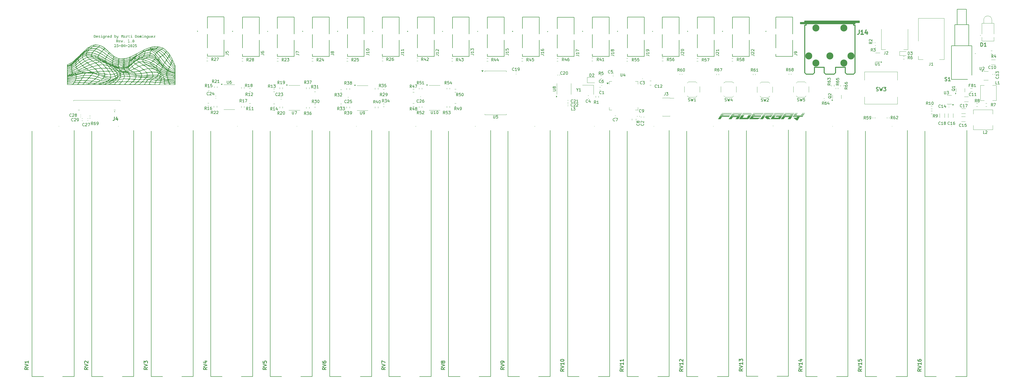
<source format=gbr>
%TF.GenerationSoftware,KiCad,Pcbnew,9.0.0*%
%TF.CreationDate,2025-04-26T10:59:41+02:00*%
%TF.ProjectId,Faderbay,46616465-7262-4617-992e-6b696361645f,rev?*%
%TF.SameCoordinates,Original*%
%TF.FileFunction,Legend,Top*%
%TF.FilePolarity,Positive*%
%FSLAX46Y46*%
G04 Gerber Fmt 4.6, Leading zero omitted, Abs format (unit mm)*
G04 Created by KiCad (PCBNEW 9.0.0) date 2025-04-26 10:59:41*
%MOMM*%
%LPD*%
G01*
G04 APERTURE LIST*
%ADD10C,0.150000*%
%ADD11C,0.300000*%
%ADD12C,0.254000*%
%ADD13C,0.304800*%
%ADD14C,0.120000*%
%ADD15C,0.200000*%
%ADD16C,0.100000*%
%ADD17C,0.127000*%
%ADD18C,0.000000*%
%ADD19C,2.499360*%
G04 APERTURE END LIST*
D10*
G36*
X-144874290Y59565884D02*
G01*
X-144874290Y59695821D01*
X-144771830Y59695821D01*
X-144697391Y59701869D01*
X-144636709Y59718703D01*
X-144587148Y59745130D01*
X-144546760Y59781061D01*
X-144515776Y59825253D01*
X-144492230Y59880844D01*
X-144476877Y59950347D01*
X-144471289Y60036845D01*
X-144476948Y60131059D01*
X-144492434Y60206374D01*
X-144516021Y60266188D01*
X-144546760Y60313328D01*
X-144587582Y60352337D01*
X-144637329Y60380729D01*
X-144697866Y60398679D01*
X-144771830Y60405102D01*
X-144871603Y60405102D01*
X-144887967Y60535039D01*
X-144771830Y60535039D01*
X-144674163Y60528242D01*
X-144592684Y60509221D01*
X-144524624Y60479385D01*
X-144467771Y60439215D01*
X-144420607Y60388228D01*
X-144382429Y60325022D01*
X-144353412Y60247386D01*
X-144334593Y60152444D01*
X-144327796Y60036784D01*
X-144334408Y59928870D01*
X-144352762Y59839942D01*
X-144381176Y59766852D01*
X-144418763Y59706977D01*
X-144465501Y59658345D01*
X-144522228Y59619770D01*
X-144590573Y59590950D01*
X-144672831Y59572496D01*
X-144771830Y59565884D01*
X-144874290Y59565884D01*
G37*
G36*
X-145006852Y59565884D02*
G01*
X-145006852Y60535039D01*
X-144864764Y60535039D01*
X-144864764Y59565884D01*
X-145006852Y59565884D01*
G37*
G36*
X-143810062Y59552206D02*
G01*
X-143902591Y59559085D01*
X-143979310Y59578321D01*
X-144043033Y59608540D01*
X-144095949Y59649415D01*
X-144138465Y59700901D01*
X-144169739Y59763038D01*
X-144189598Y59838011D01*
X-144196699Y59928706D01*
X-144190605Y60017839D01*
X-144173594Y60091838D01*
X-144147001Y60153289D01*
X-144111336Y60204273D01*
X-144065434Y60246391D01*
X-144011178Y60276785D01*
X-143946891Y60295791D01*
X-143870207Y60302520D01*
X-143797595Y60296376D01*
X-143736926Y60279068D01*
X-143685957Y60251514D01*
X-143643061Y60213554D01*
X-143609741Y60167279D01*
X-143584723Y60110338D01*
X-143568589Y60040494D01*
X-143562767Y59954962D01*
X-143566858Y59861906D01*
X-144075127Y59861906D01*
X-144075127Y59972304D01*
X-143693925Y59972304D01*
X-143699769Y60036197D01*
X-143715701Y60085328D01*
X-143740392Y60123001D01*
X-143774520Y60151696D01*
X-143816531Y60169275D01*
X-143868803Y60175514D01*
X-143913937Y60171284D01*
X-143951988Y60159279D01*
X-143984358Y60139921D01*
X-144011990Y60112804D01*
X-144038955Y60068228D01*
X-144056438Y60010372D01*
X-144062854Y59935545D01*
X-144057902Y59873084D01*
X-144044080Y59821750D01*
X-144022349Y59779465D01*
X-143992817Y59744669D01*
X-143956175Y59717243D01*
X-143911879Y59696878D01*
X-143858378Y59683872D01*
X-143793698Y59679212D01*
X-143704855Y59684341D01*
X-143616073Y59698324D01*
X-143598304Y59571379D01*
X-143661379Y59561064D01*
X-143715846Y59555625D01*
X-143810062Y59552206D01*
G37*
G36*
X-143109269Y59552206D02*
G01*
X-143249647Y59557030D01*
X-143306711Y59563503D01*
X-143356565Y59572722D01*
X-143340139Y59704003D01*
X-143213438Y59687577D01*
X-143109269Y59682143D01*
X-143035207Y59685156D01*
X-142983881Y59692849D01*
X-142949778Y59703514D01*
X-142921356Y59721438D01*
X-142905562Y59743744D01*
X-142900197Y59771841D01*
X-142904946Y59801427D01*
X-142917660Y59820568D01*
X-142938172Y59834071D01*
X-142971271Y59845480D01*
X-143137967Y59887796D01*
X-143208808Y59909504D01*
X-143259898Y59932207D01*
X-143295443Y59955329D01*
X-143322538Y59985521D01*
X-143339480Y60025211D01*
X-143345635Y60077450D01*
X-143339451Y60134836D01*
X-143322101Y60181158D01*
X-143294146Y60218862D01*
X-143254471Y60249336D01*
X-143209252Y60270046D01*
X-143147937Y60286804D01*
X-143066496Y60298238D01*
X-142960342Y60302520D01*
X-142862339Y60299406D01*
X-142769038Y60288842D01*
X-142784120Y60162996D01*
X-142881818Y60170507D01*
X-142964433Y60172583D01*
X-143046418Y60169646D01*
X-143103132Y60162156D01*
X-143140654Y60151822D01*
X-143172377Y60133986D01*
X-143189559Y60111882D01*
X-143195303Y60084228D01*
X-143189408Y60056672D01*
X-143172772Y60038860D01*
X-143146898Y60026512D01*
X-143103773Y60013336D01*
X-142969928Y59980547D01*
X-142894831Y59958196D01*
X-142840641Y59933613D01*
X-142802866Y59907579D01*
X-142774215Y59873770D01*
X-142756364Y59830423D01*
X-142749926Y59774589D01*
X-142755781Y59717896D01*
X-142772163Y59672177D01*
X-142798406Y59635050D01*
X-142835350Y59605084D01*
X-142877870Y59584390D01*
X-142935158Y59567746D01*
X-143010889Y59556434D01*
X-143109269Y59552206D01*
G37*
G36*
X-142258143Y59565884D02*
G01*
X-142258143Y60247871D01*
X-142113307Y60247871D01*
X-142113307Y59565884D01*
X-142258143Y59565884D01*
G37*
G36*
X-142534138Y59565884D02*
G01*
X-142534138Y59692890D01*
X-142244466Y59692890D01*
X-142244466Y59565884D01*
X-142534138Y59565884D01*
G37*
G36*
X-142126985Y59565884D02*
G01*
X-142126985Y59692890D01*
X-141890619Y59692890D01*
X-141890619Y59565884D01*
X-142126985Y59565884D01*
G37*
G36*
X-142493166Y60161836D02*
G01*
X-142493166Y60288842D01*
X-142113307Y60288842D01*
X-142113307Y60161836D01*
X-142493166Y60161836D01*
G37*
G36*
X-142190549Y60404125D02*
G01*
X-142217095Y60407450D01*
X-142240619Y60417219D01*
X-142261929Y60433800D01*
X-142278507Y60455112D01*
X-142288278Y60478656D01*
X-142291605Y60505241D01*
X-142288252Y60532259D01*
X-142278459Y60555889D01*
X-142261929Y60576988D01*
X-142229199Y60599022D01*
X-142190549Y60606358D01*
X-142163511Y60603034D01*
X-142139880Y60593335D01*
X-142118803Y60576988D01*
X-142102456Y60555911D01*
X-142092756Y60532280D01*
X-142089433Y60505241D01*
X-142096771Y60466539D01*
X-142118803Y60433800D01*
X-142139902Y60417271D01*
X-142163531Y60407478D01*
X-142190549Y60404125D01*
G37*
G36*
X-141699438Y59240552D02*
G01*
X-141706277Y59373420D01*
X-141474002Y59380259D01*
X-141418771Y59386042D01*
X-141375129Y59398615D01*
X-141340827Y59416973D01*
X-141314145Y59440831D01*
X-141287754Y59481883D01*
X-141270346Y59536613D01*
X-141263587Y59609053D01*
X-141263587Y60136068D01*
X-141249909Y60288842D01*
X-141118751Y60288842D01*
X-141118751Y59630425D01*
X-141125320Y59532639D01*
X-141143293Y59454969D01*
X-141170774Y59393612D01*
X-141206922Y59345515D01*
X-141253420Y59307451D01*
X-141313500Y59277748D01*
X-141390277Y59257129D01*
X-141487679Y59247391D01*
X-141699438Y59240552D01*
G37*
G36*
X-141469239Y59552206D02*
G01*
X-141539017Y59558626D01*
X-141596726Y59576687D01*
X-141644770Y59605537D01*
X-141684783Y59645629D01*
X-141714776Y59693512D01*
X-141737721Y59753481D01*
X-141752721Y59828124D01*
X-141758178Y59920524D01*
X-141752694Y60016615D01*
X-141737643Y60094101D01*
X-141714681Y60156196D01*
X-141684783Y60205617D01*
X-141644544Y60247385D01*
X-141596405Y60277275D01*
X-141538773Y60295911D01*
X-141469239Y60302520D01*
X-141413892Y60297844D01*
X-141368786Y60284816D01*
X-141331913Y60264296D01*
X-141301809Y60235634D01*
X-141281472Y60200682D01*
X-141270425Y60157928D01*
X-141214433Y60157928D01*
X-141263587Y59951909D01*
X-141269296Y60025360D01*
X-141284600Y60080532D01*
X-141307672Y60121536D01*
X-141340836Y60153166D01*
X-141383027Y60172509D01*
X-141437121Y60179422D01*
X-141479510Y60175049D01*
X-141514835Y60162648D01*
X-141544590Y60142537D01*
X-141569684Y60114026D01*
X-141593068Y60068062D01*
X-141608819Y60005200D01*
X-141614747Y59920524D01*
X-141608856Y59840615D01*
X-141593152Y59781068D01*
X-141569684Y59737281D01*
X-141544808Y59710443D01*
X-141515147Y59691350D01*
X-141479748Y59679498D01*
X-141437121Y59675304D01*
X-141383027Y59682216D01*
X-141340836Y59701560D01*
X-141307672Y59733190D01*
X-141284600Y59774194D01*
X-141269296Y59829366D01*
X-141263587Y59902817D01*
X-141214433Y59696798D01*
X-141277264Y59696798D01*
X-141286999Y59653915D01*
X-141306130Y59618979D01*
X-141335028Y59590369D01*
X-141370806Y59569895D01*
X-141414855Y59556885D01*
X-141469239Y59552206D01*
G37*
G36*
X-140443908Y59565884D02*
G01*
X-140443908Y60036234D01*
X-140448139Y60078570D01*
X-140459781Y60111485D01*
X-140478102Y60137106D01*
X-140502961Y60156298D01*
X-140534209Y60168279D01*
X-140573723Y60172583D01*
X-140627129Y60166730D01*
X-140668086Y60150639D01*
X-140699556Y60125105D01*
X-140723120Y60089002D01*
X-140738686Y60039480D01*
X-140744509Y59972365D01*
X-140786825Y60157867D01*
X-140730832Y60157867D01*
X-140721576Y60204189D01*
X-140703709Y60239668D01*
X-140677526Y60266677D01*
X-140644141Y60285438D01*
X-140599252Y60297880D01*
X-140539529Y60302520D01*
X-140482833Y60297717D01*
X-140435423Y60284181D01*
X-140395554Y60262623D01*
X-140361964Y60232911D01*
X-140335641Y60196650D01*
X-140316062Y60152902D01*
X-140303552Y60100162D01*
X-140299072Y60036539D01*
X-140299072Y59565884D01*
X-140443908Y59565884D01*
G37*
G36*
X-140889284Y59565884D02*
G01*
X-140889284Y60288842D01*
X-140758126Y60288842D01*
X-140744509Y60136068D01*
X-140744509Y59565884D01*
X-140889284Y59565884D01*
G37*
G36*
X-139711667Y59552206D02*
G01*
X-139804196Y59559085D01*
X-139880915Y59578321D01*
X-139944638Y59608540D01*
X-139997554Y59649415D01*
X-140040070Y59700901D01*
X-140071344Y59763038D01*
X-140091203Y59838011D01*
X-140098304Y59928706D01*
X-140092210Y60017839D01*
X-140075199Y60091838D01*
X-140048606Y60153289D01*
X-140012941Y60204273D01*
X-139967039Y60246391D01*
X-139912783Y60276785D01*
X-139848496Y60295791D01*
X-139771812Y60302520D01*
X-139699200Y60296376D01*
X-139638531Y60279068D01*
X-139587562Y60251514D01*
X-139544666Y60213554D01*
X-139511346Y60167279D01*
X-139486328Y60110338D01*
X-139470194Y60040494D01*
X-139464372Y59954962D01*
X-139468463Y59861906D01*
X-139976732Y59861906D01*
X-139976732Y59972304D01*
X-139595530Y59972304D01*
X-139601374Y60036197D01*
X-139617306Y60085328D01*
X-139641997Y60123001D01*
X-139676125Y60151696D01*
X-139718136Y60169275D01*
X-139770408Y60175514D01*
X-139815542Y60171284D01*
X-139853593Y60159279D01*
X-139885963Y60139921D01*
X-139913595Y60112804D01*
X-139940560Y60068228D01*
X-139958043Y60010372D01*
X-139964459Y59935545D01*
X-139959507Y59873084D01*
X-139945685Y59821750D01*
X-139923954Y59779465D01*
X-139894422Y59744669D01*
X-139857780Y59717243D01*
X-139813484Y59696878D01*
X-139759983Y59683872D01*
X-139695303Y59679212D01*
X-139606460Y59684341D01*
X-139517678Y59698324D01*
X-139499909Y59571379D01*
X-139562984Y59561064D01*
X-139617451Y59555625D01*
X-139711667Y59552206D01*
G37*
G36*
X-139010202Y59552206D02*
G01*
X-139079980Y59558626D01*
X-139137689Y59576687D01*
X-139185733Y59605537D01*
X-139225746Y59645629D01*
X-139255739Y59693512D01*
X-139278684Y59753481D01*
X-139293684Y59828124D01*
X-139299141Y59920524D01*
X-139293657Y60016615D01*
X-139278606Y60094101D01*
X-139255644Y60156196D01*
X-139225746Y60205617D01*
X-139185507Y60247385D01*
X-139137368Y60277275D01*
X-139079736Y60295911D01*
X-139010202Y60302520D01*
X-138957193Y60297874D01*
X-138913758Y60284879D01*
X-138878006Y60264296D01*
X-138848913Y60235754D01*
X-138829101Y60200809D01*
X-138818227Y60157928D01*
X-138762234Y60157928D01*
X-138804550Y59951909D01*
X-138810259Y60025360D01*
X-138825563Y60080532D01*
X-138848635Y60121536D01*
X-138881799Y60153166D01*
X-138923990Y60172509D01*
X-138978084Y60179422D01*
X-139020473Y60175049D01*
X-139055798Y60162648D01*
X-139085553Y60142537D01*
X-139110647Y60114026D01*
X-139134031Y60068062D01*
X-139149782Y60005200D01*
X-139155710Y59920524D01*
X-139149819Y59840615D01*
X-139134115Y59781068D01*
X-139110647Y59737281D01*
X-139085771Y59710443D01*
X-139056110Y59691350D01*
X-139020711Y59679498D01*
X-138978084Y59675304D01*
X-138923990Y59682216D01*
X-138881799Y59701560D01*
X-138848635Y59733190D01*
X-138825563Y59774194D01*
X-138810259Y59829366D01*
X-138804550Y59902817D01*
X-138755396Y59696798D01*
X-138818227Y59696798D01*
X-138827962Y59653915D01*
X-138847093Y59618979D01*
X-138875991Y59590369D01*
X-138911769Y59569895D01*
X-138955818Y59556885D01*
X-139010202Y59552206D01*
G37*
G36*
X-138789529Y59559045D02*
G01*
X-138804550Y59700889D01*
X-138804550Y60589750D01*
X-138659714Y60589750D01*
X-138659714Y59565884D01*
X-138789529Y59559045D01*
G37*
G36*
X-137419998Y59552206D02*
G01*
X-137517023Y59555992D01*
X-137613988Y59565884D01*
X-137557995Y59698507D01*
X-137520353Y59685064D01*
X-137478067Y59678357D01*
X-137391299Y59675304D01*
X-137326762Y59680721D01*
X-137272838Y59695976D01*
X-137227544Y59720246D01*
X-137189433Y59753645D01*
X-137159545Y59794523D01*
X-137137327Y59843845D01*
X-137123136Y59903307D01*
X-137118053Y59975051D01*
X-137123545Y60039159D01*
X-137138480Y60088494D01*
X-137161467Y60126299D01*
X-137193712Y60155349D01*
X-137233975Y60173105D01*
X-137284748Y60179422D01*
X-137343006Y60173235D01*
X-137387439Y60156297D01*
X-137421332Y60129601D01*
X-137446514Y60092152D01*
X-137463049Y60041144D01*
X-137469213Y59972365D01*
X-137511528Y60157928D01*
X-137455535Y60157928D01*
X-137447463Y60203052D01*
X-137431477Y60237890D01*
X-137408018Y60264693D01*
X-137376173Y60284648D01*
X-137333823Y60297693D01*
X-137277910Y60302520D01*
X-137206162Y60296601D01*
X-137146278Y60279951D01*
X-137096057Y60253511D01*
X-137053878Y60217218D01*
X-137020676Y60172646D01*
X-136996015Y60118778D01*
X-136980265Y60053729D01*
X-136974621Y59975112D01*
X-136979857Y59893868D01*
X-136994728Y59823531D01*
X-137018361Y59762461D01*
X-137050420Y59709298D01*
X-137091125Y59663031D01*
X-137139060Y59624770D01*
X-137194615Y59594300D01*
X-137258936Y59571635D01*
X-137333490Y59557279D01*
X-137419998Y59552206D01*
G37*
G36*
X-137613988Y59565884D02*
G01*
X-137613988Y60589750D01*
X-137469213Y60589750D01*
X-137469213Y59578218D01*
X-137613988Y59565884D01*
G37*
G36*
X-136854454Y59240552D02*
G01*
X-136861292Y59370489D01*
X-136747903Y59384106D01*
X-136679809Y59398726D01*
X-136625293Y59422879D01*
X-136578903Y59459167D01*
X-136538159Y59511662D01*
X-136505703Y59575911D01*
X-136474656Y59665718D01*
X-136294283Y60288842D01*
X-136144012Y60288842D01*
X-136353023Y59631280D01*
X-136383416Y59545754D01*
X-136414146Y59477155D01*
X-136444919Y59423001D01*
X-136481997Y59373472D01*
X-136522011Y59334393D01*
X-136565148Y59304544D01*
X-136612776Y59282034D01*
X-136667837Y59265081D01*
X-136731477Y59254169D01*
X-136854454Y59240552D01*
G37*
G36*
X-136579864Y59565884D02*
G01*
X-136868131Y60288842D01*
X-136717800Y60288842D01*
X-136481495Y59675304D01*
X-136459635Y59675304D01*
X-136459635Y59565884D01*
X-136579864Y59565884D01*
G37*
G36*
X-134879689Y59960580D02*
G01*
X-134859173Y60117872D01*
X-134850991Y60117872D01*
X-134745783Y60535039D01*
X-134648758Y60535039D01*
X-134648758Y60363092D01*
X-134688386Y60363092D01*
X-134793594Y59960580D01*
X-134879689Y59960580D01*
G37*
G36*
X-135178887Y59565884D02*
G01*
X-135178887Y60535039D01*
X-135042233Y60535039D01*
X-135042233Y59565884D01*
X-135178887Y59565884D01*
G37*
G36*
X-134919318Y59960580D02*
G01*
X-135024525Y60363092D01*
X-135064092Y60363092D01*
X-135064092Y60535039D01*
X-134967128Y60535039D01*
X-134861920Y60117872D01*
X-134856425Y60117872D01*
X-134842808Y59960580D01*
X-134919318Y59960580D01*
G37*
G36*
X-134670617Y59565884D02*
G01*
X-134670617Y60535039D01*
X-134534024Y60535039D01*
X-134534024Y59565884D01*
X-134670617Y59565884D01*
G37*
G36*
X-133887880Y59559045D02*
G01*
X-133897405Y59775261D01*
X-133916517Y59836077D01*
X-133916517Y60025304D01*
X-133922653Y60071461D01*
X-133939667Y60106346D01*
X-133967442Y60132771D01*
X-134003117Y60150718D01*
X-134052272Y60163559D01*
X-134118751Y60169713D01*
X-134292285Y60174537D01*
X-134278607Y60302520D01*
X-134132428Y60300444D01*
X-134040899Y60293473D01*
X-133968097Y60277128D01*
X-133910620Y60253065D01*
X-133865654Y60222164D01*
X-133828651Y60181602D01*
X-133801688Y60132614D01*
X-133784660Y60073462D01*
X-133778581Y60001735D01*
X-133778581Y59696798D01*
X-133655605Y59681777D01*
X-133655605Y59565884D01*
X-133887880Y59559045D01*
G37*
G36*
X-134143358Y59552206D02*
G01*
X-134217044Y59559072D01*
X-134274356Y59577901D01*
X-134318908Y59607283D01*
X-134345495Y59636801D01*
X-134364736Y59671769D01*
X-134376793Y59713281D01*
X-134381067Y59762865D01*
X-134375359Y59818974D01*
X-134359118Y59866144D01*
X-134332735Y59906242D01*
X-134295338Y59940430D01*
X-134251661Y59965895D01*
X-134198107Y59985279D01*
X-134132715Y59997861D01*
X-134053171Y60002407D01*
X-133990001Y60000315D01*
X-133937400Y59994530D01*
X-133888188Y59984408D01*
X-133846847Y59970960D01*
X-133876950Y59872469D01*
X-133922558Y59880641D01*
X-133966404Y59884437D01*
X-134055919Y59886147D01*
X-134134224Y59879693D01*
X-134186005Y59863260D01*
X-134218849Y59839677D01*
X-134237793Y59809260D01*
X-134244413Y59769704D01*
X-134240563Y59738879D01*
X-134229731Y59714408D01*
X-134211990Y59694783D01*
X-134188937Y59680840D01*
X-134158950Y59671789D01*
X-134120094Y59668465D01*
X-134056020Y59674756D01*
X-134007070Y59691913D01*
X-133966623Y59719349D01*
X-133939110Y59751997D01*
X-133922015Y59789641D01*
X-133916517Y59827284D01*
X-133916517Y59907396D01*
X-133874202Y59720184D01*
X-133931599Y59720184D01*
X-133908335Y59742166D01*
X-133911821Y59700828D01*
X-133921671Y59666021D01*
X-133937400Y59636531D01*
X-133971804Y59599938D01*
X-134019038Y59573211D01*
X-134074526Y59557780D01*
X-134143358Y59552206D01*
G37*
G36*
X-133266282Y59876866D02*
G01*
X-133308658Y60103340D01*
X-133252604Y60103340D01*
X-133242561Y60168429D01*
X-133223150Y60217360D01*
X-133195571Y60253739D01*
X-133159471Y60279879D01*
X-133113005Y60296482D01*
X-133053119Y60302520D01*
X-132997296Y60297873D01*
X-132953068Y60285085D01*
X-132918065Y60265215D01*
X-132890575Y60238345D01*
X-132870479Y60205685D01*
X-132854634Y60162138D01*
X-132843980Y60104962D01*
X-132840017Y60030922D01*
X-132983449Y60030922D01*
X-132986712Y60083591D01*
X-132995099Y60120140D01*
X-133007018Y60144678D01*
X-133025265Y60163489D01*
X-133049939Y60175166D01*
X-133083222Y60179422D01*
X-133127240Y60174294D01*
X-133163867Y60159666D01*
X-133194785Y60135591D01*
X-133220853Y60100714D01*
X-133244448Y60046180D01*
X-133260336Y59973190D01*
X-133266282Y59876866D01*
G37*
G36*
X-133572318Y59565884D02*
G01*
X-133572318Y59692890D01*
X-133088656Y59692890D01*
X-133088656Y59565884D01*
X-133572318Y59565884D01*
G37*
G36*
X-133411118Y59565884D02*
G01*
X-133411118Y60288842D01*
X-133293576Y60288842D01*
X-133266282Y60081480D01*
X-133266282Y59565884D01*
X-133411118Y59565884D01*
G37*
G36*
X-133544963Y60161836D02*
G01*
X-133544963Y60288842D01*
X-133303163Y60288842D01*
X-133289485Y60161836D01*
X-133544963Y60161836D01*
G37*
G36*
X-132266230Y59552206D02*
G01*
X-132350511Y59557432D01*
X-132415945Y59571556D01*
X-132466224Y59592799D01*
X-132504366Y59620228D01*
X-132534553Y59656341D01*
X-132557379Y59702916D01*
X-132572297Y59762435D01*
X-132577761Y59838092D01*
X-132577761Y59960580D01*
X-132432925Y59960580D01*
X-132432925Y59845114D01*
X-132427495Y59789657D01*
X-132413017Y59749529D01*
X-132390916Y59720856D01*
X-132360345Y59700890D01*
X-132315863Y59687335D01*
X-132252613Y59682143D01*
X-132180195Y59685868D01*
X-132092756Y59695821D01*
X-132076331Y59568631D01*
X-132169570Y59556297D01*
X-132266230Y59552206D01*
G37*
G36*
X-132577761Y59905870D02*
G01*
X-132577761Y60507684D01*
X-132432925Y60507684D01*
X-132432925Y59905870D01*
X-132577761Y59905870D01*
G37*
G36*
X-132759478Y60161836D02*
G01*
X-132759478Y60288842D01*
X-132103686Y60288842D01*
X-132103686Y60161836D01*
X-132759478Y60161836D01*
G37*
G36*
X-131602316Y59565884D02*
G01*
X-131602316Y60247871D01*
X-131457480Y60247871D01*
X-131457480Y59565884D01*
X-131602316Y59565884D01*
G37*
G36*
X-131878311Y59565884D02*
G01*
X-131878311Y59692890D01*
X-131588639Y59692890D01*
X-131588639Y59565884D01*
X-131878311Y59565884D01*
G37*
G36*
X-131471158Y59565884D02*
G01*
X-131471158Y59692890D01*
X-131234792Y59692890D01*
X-131234792Y59565884D01*
X-131471158Y59565884D01*
G37*
G36*
X-131837339Y60161836D02*
G01*
X-131837339Y60288842D01*
X-131457480Y60288842D01*
X-131457480Y60161836D01*
X-131837339Y60161836D01*
G37*
G36*
X-131534722Y60404125D02*
G01*
X-131561268Y60407450D01*
X-131584792Y60417219D01*
X-131606102Y60433800D01*
X-131622681Y60455112D01*
X-131632451Y60478656D01*
X-131635778Y60505241D01*
X-131632425Y60532259D01*
X-131622632Y60555889D01*
X-131606102Y60576988D01*
X-131573372Y60599022D01*
X-131534722Y60606358D01*
X-131507684Y60603034D01*
X-131484053Y60593335D01*
X-131462976Y60576988D01*
X-131446629Y60555911D01*
X-131436929Y60532280D01*
X-131433606Y60505241D01*
X-131440944Y60466539D01*
X-131462976Y60433800D01*
X-131484075Y60417271D01*
X-131507704Y60407478D01*
X-131534722Y60404125D01*
G37*
G36*
X-130120068Y59565884D02*
G01*
X-130120068Y59695821D01*
X-130017608Y59695821D01*
X-129943169Y59701869D01*
X-129882487Y59718703D01*
X-129832927Y59745130D01*
X-129792538Y59781061D01*
X-129761555Y59825253D01*
X-129738008Y59880844D01*
X-129722655Y59950347D01*
X-129717067Y60036845D01*
X-129722726Y60131059D01*
X-129738212Y60206374D01*
X-129761799Y60266188D01*
X-129792538Y60313328D01*
X-129833360Y60352337D01*
X-129883107Y60380729D01*
X-129943644Y60398679D01*
X-130017608Y60405102D01*
X-130117381Y60405102D01*
X-130133745Y60535039D01*
X-130017608Y60535039D01*
X-129919941Y60528242D01*
X-129838462Y60509221D01*
X-129770402Y60479385D01*
X-129713549Y60439215D01*
X-129666385Y60388228D01*
X-129628207Y60325022D01*
X-129599190Y60247386D01*
X-129580371Y60152444D01*
X-129573574Y60036784D01*
X-129580186Y59928870D01*
X-129598540Y59839942D01*
X-129626954Y59766852D01*
X-129664541Y59706977D01*
X-129711279Y59658345D01*
X-129768006Y59619770D01*
X-129836351Y59590950D01*
X-129918609Y59572496D01*
X-130017608Y59565884D01*
X-130120068Y59565884D01*
G37*
G36*
X-130252631Y59565884D02*
G01*
X-130252631Y60535039D01*
X-130110542Y60535039D01*
X-130110542Y59565884D01*
X-130252631Y59565884D01*
G37*
G36*
X-129044514Y60295853D02*
G01*
X-128982220Y60276989D01*
X-128929497Y60246732D01*
X-128884748Y60204640D01*
X-128850218Y60153975D01*
X-128824327Y60092420D01*
X-128807687Y60017781D01*
X-128801706Y59927363D01*
X-128807673Y59837330D01*
X-128824291Y59762836D01*
X-128850181Y59701240D01*
X-128884748Y59650392D01*
X-128929516Y59608154D01*
X-128982247Y59577805D01*
X-129044534Y59558890D01*
X-129118672Y59552206D01*
X-129192475Y59558874D01*
X-129254636Y59577765D01*
X-129307407Y59608112D01*
X-129352351Y59650392D01*
X-129387029Y59701256D01*
X-129412993Y59762858D01*
X-129429656Y59837347D01*
X-129435638Y59927363D01*
X-129285368Y59927363D01*
X-129279788Y59850123D01*
X-129264742Y59790993D01*
X-129242015Y59746135D01*
X-129217796Y59717929D01*
X-129189747Y59698284D01*
X-129157131Y59686320D01*
X-129118672Y59682143D01*
X-129080246Y59686320D01*
X-129047661Y59698283D01*
X-129019642Y59717927D01*
X-128995452Y59746135D01*
X-128972690Y59790997D01*
X-128957625Y59850128D01*
X-128952037Y59927363D01*
X-128957644Y60005066D01*
X-128972725Y60064255D01*
X-128995452Y60108896D01*
X-129019623Y60136952D01*
X-129047634Y60156506D01*
X-129080225Y60168421D01*
X-129118672Y60172583D01*
X-129157151Y60168421D01*
X-129189774Y60156505D01*
X-129217815Y60136950D01*
X-129242015Y60108896D01*
X-129264707Y60064260D01*
X-129279769Y60005071D01*
X-129285368Y59927363D01*
X-129435638Y59927363D01*
X-129429642Y60017764D01*
X-129412958Y60092398D01*
X-129386992Y60153959D01*
X-129352351Y60204640D01*
X-129307427Y60246773D01*
X-129254663Y60277029D01*
X-129192495Y60295869D01*
X-129118672Y60302520D01*
X-129044514Y60295853D01*
G37*
G36*
X-128110499Y59565884D02*
G01*
X-128110499Y60118117D01*
X-128114849Y60154092D01*
X-128125868Y60176105D01*
X-128142498Y60188634D01*
X-128166491Y60193099D01*
X-128196763Y60187348D01*
X-128217882Y60171118D01*
X-128231977Y60142385D01*
X-128237566Y60095158D01*
X-128286720Y60198839D01*
X-128230727Y60198839D01*
X-128220597Y60238160D01*
X-128196900Y60271806D01*
X-128174769Y60288268D01*
X-128146146Y60298717D01*
X-128109094Y60302520D01*
X-128060722Y60297399D01*
X-128025407Y60283628D01*
X-127999857Y60262281D01*
X-127982261Y60233292D01*
X-127970260Y60191329D01*
X-127965663Y60131977D01*
X-127965663Y59565884D01*
X-128110499Y59565884D01*
G37*
G36*
X-128632385Y59565884D02*
G01*
X-128632385Y60288842D01*
X-128503974Y60288842D01*
X-128487549Y60136068D01*
X-128487549Y59565884D01*
X-128632385Y59565884D01*
G37*
G36*
X-128360481Y59565884D02*
G01*
X-128360481Y60131733D01*
X-128364526Y60159988D01*
X-128375147Y60178092D01*
X-128392125Y60189030D01*
X-128417878Y60193099D01*
X-128447426Y60187405D01*
X-128468134Y60171269D01*
X-128482024Y60142549D01*
X-128487549Y60095158D01*
X-128529925Y60198839D01*
X-128483457Y60198839D01*
X-128475573Y60236972D01*
X-128459960Y60264803D01*
X-128436746Y60284779D01*
X-128404212Y60297697D01*
X-128359138Y60302520D01*
X-128323142Y60297960D01*
X-128293964Y60285014D01*
X-128269989Y60263624D01*
X-128253066Y60235818D01*
X-128241798Y60197572D01*
X-128237566Y60145655D01*
X-128237566Y59565884D01*
X-128360481Y59565884D01*
G37*
G36*
X-127503922Y59565884D02*
G01*
X-127503922Y60247871D01*
X-127359086Y60247871D01*
X-127359086Y59565884D01*
X-127503922Y59565884D01*
G37*
G36*
X-127779916Y59565884D02*
G01*
X-127779916Y59692890D01*
X-127490244Y59692890D01*
X-127490244Y59565884D01*
X-127779916Y59565884D01*
G37*
G36*
X-127372763Y59565884D02*
G01*
X-127372763Y59692890D01*
X-127136397Y59692890D01*
X-127136397Y59565884D01*
X-127372763Y59565884D01*
G37*
G36*
X-127738944Y60161836D02*
G01*
X-127738944Y60288842D01*
X-127359086Y60288842D01*
X-127359086Y60161836D01*
X-127738944Y60161836D01*
G37*
G36*
X-127436327Y60404125D02*
G01*
X-127462873Y60407450D01*
X-127486397Y60417219D01*
X-127507707Y60433800D01*
X-127524286Y60455112D01*
X-127534056Y60478656D01*
X-127537383Y60505241D01*
X-127534030Y60532259D01*
X-127524237Y60555889D01*
X-127507707Y60576988D01*
X-127474977Y60599022D01*
X-127436327Y60606358D01*
X-127409289Y60603034D01*
X-127385658Y60593335D01*
X-127364581Y60576988D01*
X-127348234Y60555911D01*
X-127338534Y60532280D01*
X-127335211Y60505241D01*
X-127342549Y60466539D01*
X-127364581Y60433800D01*
X-127385680Y60417271D01*
X-127409310Y60407478D01*
X-127436327Y60404125D01*
G37*
G36*
X-126509365Y59565884D02*
G01*
X-126509365Y60036234D01*
X-126513596Y60078570D01*
X-126525238Y60111485D01*
X-126543559Y60137106D01*
X-126568418Y60156298D01*
X-126599666Y60168279D01*
X-126639180Y60172583D01*
X-126692587Y60166730D01*
X-126733543Y60150639D01*
X-126765013Y60125105D01*
X-126788577Y60089002D01*
X-126804143Y60039480D01*
X-126809967Y59972365D01*
X-126852282Y60157867D01*
X-126796289Y60157867D01*
X-126787033Y60204189D01*
X-126769166Y60239668D01*
X-126742983Y60266677D01*
X-126709598Y60285438D01*
X-126664709Y60297880D01*
X-126604986Y60302520D01*
X-126548290Y60297717D01*
X-126500880Y60284181D01*
X-126461011Y60262623D01*
X-126427421Y60232911D01*
X-126401098Y60196650D01*
X-126381519Y60152902D01*
X-126369009Y60100162D01*
X-126364529Y60036539D01*
X-126364529Y59565884D01*
X-126509365Y59565884D01*
G37*
G36*
X-126954741Y59565884D02*
G01*
X-126954741Y60288842D01*
X-126823583Y60288842D01*
X-126809967Y60136068D01*
X-126809967Y59565884D01*
X-126954741Y59565884D01*
G37*
G36*
X-126125537Y59240552D02*
G01*
X-126132376Y59373420D01*
X-125900101Y59380259D01*
X-125844870Y59386042D01*
X-125801228Y59398615D01*
X-125766926Y59416973D01*
X-125740244Y59440831D01*
X-125713853Y59481883D01*
X-125696445Y59536613D01*
X-125689686Y59609053D01*
X-125689686Y60136068D01*
X-125676008Y60288842D01*
X-125544850Y60288842D01*
X-125544850Y59630425D01*
X-125551419Y59532639D01*
X-125569392Y59454969D01*
X-125596873Y59393612D01*
X-125633021Y59345515D01*
X-125679519Y59307451D01*
X-125739599Y59277748D01*
X-125816376Y59257129D01*
X-125913778Y59247391D01*
X-126125537Y59240552D01*
G37*
G36*
X-125895338Y59552206D02*
G01*
X-125965116Y59558626D01*
X-126022825Y59576687D01*
X-126070869Y59605537D01*
X-126110882Y59645629D01*
X-126140875Y59693512D01*
X-126163820Y59753481D01*
X-126178820Y59828124D01*
X-126184277Y59920524D01*
X-126178793Y60016615D01*
X-126163742Y60094101D01*
X-126140780Y60156196D01*
X-126110882Y60205617D01*
X-126070643Y60247385D01*
X-126022504Y60277275D01*
X-125964872Y60295911D01*
X-125895338Y60302520D01*
X-125839991Y60297844D01*
X-125794885Y60284816D01*
X-125758013Y60264296D01*
X-125727908Y60235634D01*
X-125707571Y60200682D01*
X-125696524Y60157928D01*
X-125640532Y60157928D01*
X-125689686Y59951909D01*
X-125695395Y60025360D01*
X-125710700Y60080532D01*
X-125733771Y60121536D01*
X-125766935Y60153166D01*
X-125809126Y60172509D01*
X-125863220Y60179422D01*
X-125905609Y60175049D01*
X-125940934Y60162648D01*
X-125970689Y60142537D01*
X-125995783Y60114026D01*
X-126019168Y60068062D01*
X-126034918Y60005200D01*
X-126040846Y59920524D01*
X-126034955Y59840615D01*
X-126019251Y59781068D01*
X-125995783Y59737281D01*
X-125970907Y59710443D01*
X-125941246Y59691350D01*
X-125905847Y59679498D01*
X-125863220Y59675304D01*
X-125809126Y59682216D01*
X-125766935Y59701560D01*
X-125733771Y59733190D01*
X-125710700Y59774194D01*
X-125695395Y59829366D01*
X-125689686Y59902817D01*
X-125640532Y59696798D01*
X-125703363Y59696798D01*
X-125713098Y59653915D01*
X-125732229Y59618979D01*
X-125761127Y59590369D01*
X-125796905Y59569895D01*
X-125840954Y59556885D01*
X-125895338Y59552206D01*
G37*
G36*
X-125091352Y59552206D02*
G01*
X-125147806Y59556902D01*
X-125194982Y59570125D01*
X-125234605Y59591147D01*
X-125267939Y59620044D01*
X-125294166Y59655522D01*
X-125313621Y59698214D01*
X-125326027Y59749565D01*
X-125330465Y59811409D01*
X-125330465Y60288842D01*
X-125185629Y60288842D01*
X-125185629Y59811653D01*
X-125181298Y59771780D01*
X-125169280Y59740502D01*
X-125150092Y59715849D01*
X-125124459Y59697751D01*
X-125091884Y59686292D01*
X-125050380Y59682143D01*
X-124999919Y59688233D01*
X-124960992Y59705130D01*
X-124930823Y59732396D01*
X-124910347Y59768519D01*
X-124896072Y59822616D01*
X-124890523Y59901107D01*
X-124853642Y59706567D01*
X-124901453Y59706567D01*
X-124917140Y59659334D01*
X-124939499Y59621741D01*
X-124968437Y59592140D01*
X-125003525Y59570286D01*
X-125044032Y59556887D01*
X-125091352Y59552206D01*
G37*
G36*
X-124878189Y59559045D02*
G01*
X-124890523Y59732946D01*
X-124890523Y59860318D01*
X-124745687Y59860318D01*
X-124745687Y59696798D01*
X-124645975Y59681777D01*
X-124645975Y59565884D01*
X-124878189Y59559045D01*
G37*
G36*
X-124890523Y59771841D02*
G01*
X-124890523Y60288842D01*
X-124745687Y60288842D01*
X-124745687Y59812630D01*
X-124890523Y59771841D01*
G37*
G36*
X-124137767Y59552206D02*
G01*
X-124230296Y59559085D01*
X-124307014Y59578321D01*
X-124370737Y59608540D01*
X-124423653Y59649415D01*
X-124466169Y59700901D01*
X-124497443Y59763038D01*
X-124517302Y59838011D01*
X-124524403Y59928706D01*
X-124518309Y60017839D01*
X-124501298Y60091838D01*
X-124474705Y60153289D01*
X-124439040Y60204273D01*
X-124393138Y60246391D01*
X-124338882Y60276785D01*
X-124274595Y60295791D01*
X-124197911Y60302520D01*
X-124125300Y60296376D01*
X-124064631Y60279068D01*
X-124013661Y60251514D01*
X-123970766Y60213554D01*
X-123937445Y60167279D01*
X-123912427Y60110338D01*
X-123896293Y60040494D01*
X-123890471Y59954962D01*
X-123894562Y59861906D01*
X-124402831Y59861906D01*
X-124402831Y59972304D01*
X-124021629Y59972304D01*
X-124027473Y60036197D01*
X-124043405Y60085328D01*
X-124068096Y60123001D01*
X-124102224Y60151696D01*
X-124144235Y60169275D01*
X-124196507Y60175514D01*
X-124241641Y60171284D01*
X-124279692Y60159279D01*
X-124312062Y60139921D01*
X-124339694Y60112804D01*
X-124366659Y60068228D01*
X-124384142Y60010372D01*
X-124390558Y59935545D01*
X-124385606Y59873084D01*
X-124371784Y59821750D01*
X-124350053Y59779465D01*
X-124320521Y59744669D01*
X-124283879Y59717243D01*
X-124239583Y59696878D01*
X-124186082Y59683872D01*
X-124121402Y59679212D01*
X-124032559Y59684341D01*
X-123943777Y59698324D01*
X-123926008Y59571379D01*
X-123989083Y59561064D01*
X-124043550Y59555625D01*
X-124137767Y59552206D01*
G37*
G36*
X-123579061Y59610824D02*
G01*
X-123678773Y59693867D01*
X-123196516Y60241215D01*
X-123096743Y60160859D01*
X-123579061Y59610824D01*
G37*
G36*
X-123678773Y59565884D02*
G01*
X-123678773Y59693867D01*
X-123083126Y59693867D01*
X-123083126Y59565884D01*
X-123678773Y59565884D01*
G37*
G36*
X-123678773Y60160859D02*
G01*
X-123678773Y60288842D01*
X-123096743Y60288842D01*
X-123096743Y60160859D01*
X-123678773Y60160859D01*
G37*
G36*
X-136795574Y58253225D02*
G01*
X-136795574Y58383162D01*
X-136594745Y58383162D01*
X-136542206Y58388444D01*
X-136500794Y58403065D01*
X-136468044Y58426210D01*
X-136443456Y58457661D01*
X-136428122Y58497224D01*
X-136422615Y58547293D01*
X-136428225Y58602517D01*
X-136443675Y58645472D01*
X-136468044Y58678940D01*
X-136501036Y58703893D01*
X-136542453Y58719496D01*
X-136594745Y58725102D01*
X-136792887Y58725102D01*
X-136809251Y58855039D01*
X-136594745Y58855039D01*
X-136519131Y58849591D01*
X-136456491Y58834376D01*
X-136404544Y58810534D01*
X-136361493Y58778408D01*
X-136326517Y58737643D01*
X-136301000Y58688975D01*
X-136284909Y58630805D01*
X-136279183Y58560971D01*
X-136284928Y58488218D01*
X-136301068Y58427483D01*
X-136326614Y58376586D01*
X-136361493Y58333886D01*
X-136404807Y58299906D01*
X-136456857Y58274842D01*
X-136519407Y58258915D01*
X-136594745Y58253225D01*
X-136795574Y58253225D01*
G37*
G36*
X-136928136Y57885884D02*
G01*
X-136928136Y58855039D01*
X-136786048Y58855039D01*
X-136786048Y57885884D01*
X-136928136Y57885884D01*
G37*
G36*
X-136407594Y57885884D02*
G01*
X-136624787Y58340786D01*
X-136474516Y58340786D01*
X-136243646Y57885884D01*
X-136407594Y57885884D01*
G37*
G36*
X-135731346Y57872206D02*
G01*
X-135823875Y57879085D01*
X-135900594Y57898321D01*
X-135964317Y57928540D01*
X-136017233Y57969415D01*
X-136059749Y58020901D01*
X-136091023Y58083038D01*
X-136110882Y58158011D01*
X-136117983Y58248706D01*
X-136111889Y58337839D01*
X-136094878Y58411838D01*
X-136068285Y58473289D01*
X-136032620Y58524273D01*
X-135986718Y58566391D01*
X-135932462Y58596785D01*
X-135868175Y58615791D01*
X-135791491Y58622520D01*
X-135718879Y58616376D01*
X-135658210Y58599068D01*
X-135607241Y58571514D01*
X-135564345Y58533554D01*
X-135531025Y58487279D01*
X-135506007Y58430338D01*
X-135489873Y58360494D01*
X-135484051Y58274962D01*
X-135488142Y58181906D01*
X-135996411Y58181906D01*
X-135996411Y58292304D01*
X-135615209Y58292304D01*
X-135621053Y58356197D01*
X-135636985Y58405328D01*
X-135661676Y58443001D01*
X-135695804Y58471696D01*
X-135737815Y58489275D01*
X-135790087Y58495514D01*
X-135835221Y58491284D01*
X-135873272Y58479279D01*
X-135905642Y58459921D01*
X-135933274Y58432804D01*
X-135960239Y58388228D01*
X-135977722Y58330372D01*
X-135984138Y58255545D01*
X-135979186Y58193084D01*
X-135965364Y58141750D01*
X-135943633Y58099465D01*
X-135914101Y58064669D01*
X-135877459Y58037243D01*
X-135833163Y58016878D01*
X-135779662Y58003872D01*
X-135714982Y57999212D01*
X-135626139Y58004341D01*
X-135537357Y58018324D01*
X-135519588Y57891379D01*
X-135582663Y57881064D01*
X-135637130Y57875625D01*
X-135731346Y57872206D01*
G37*
G36*
X-135070853Y57885884D02*
G01*
X-135329750Y58608842D01*
X-135175389Y58608842D01*
X-134980666Y58008982D01*
X-134968393Y58008982D01*
X-134773670Y58608842D01*
X-134619309Y58608842D01*
X-134878206Y57885884D01*
X-135070853Y57885884D01*
G37*
G36*
X-134154820Y57872206D02*
G01*
X-134181406Y57875533D01*
X-134204950Y57885303D01*
X-134226261Y57901881D01*
X-134242839Y57923193D01*
X-134252610Y57946737D01*
X-134255937Y57973322D01*
X-134252584Y58000340D01*
X-134242791Y58023970D01*
X-134226261Y58045069D01*
X-134193522Y58067101D01*
X-134154820Y58074439D01*
X-134127822Y58071117D01*
X-134104211Y58061419D01*
X-134083135Y58045069D01*
X-134066788Y58023992D01*
X-134057088Y58000361D01*
X-134053764Y57973322D01*
X-134061103Y57934620D01*
X-134083135Y57901881D01*
X-134104232Y57885349D01*
X-134127843Y57875557D01*
X-134154820Y57872206D01*
G37*
G36*
X-132566020Y57885884D02*
G01*
X-132566020Y58855039D01*
X-132423932Y58855039D01*
X-132423932Y57885884D01*
X-132566020Y57885884D01*
G37*
G36*
X-132809225Y57885884D02*
G01*
X-132809225Y58015821D01*
X-132552404Y58015821D01*
X-132552404Y57885884D01*
X-132809225Y57885884D01*
G37*
G36*
X-132437610Y57885884D02*
G01*
X-132437610Y58015821D01*
X-132206739Y58015821D01*
X-132206739Y57885884D01*
X-132437610Y57885884D01*
G37*
G36*
X-132795547Y58635404D02*
G01*
X-132795547Y58773157D01*
X-132566020Y58855039D01*
X-132566020Y58714355D01*
X-132795547Y58635404D01*
G37*
G36*
X-131695783Y57872206D02*
G01*
X-131722369Y57875533D01*
X-131745913Y57885303D01*
X-131767224Y57901881D01*
X-131783802Y57923193D01*
X-131793573Y57946737D01*
X-131796900Y57973322D01*
X-131793547Y58000340D01*
X-131783754Y58023970D01*
X-131767224Y58045069D01*
X-131734485Y58067101D01*
X-131695783Y58074439D01*
X-131668785Y58071117D01*
X-131645174Y58061419D01*
X-131624098Y58045069D01*
X-131607751Y58023992D01*
X-131598051Y58000361D01*
X-131594728Y57973322D01*
X-131602066Y57934620D01*
X-131624098Y57901881D01*
X-131645195Y57885349D01*
X-131668806Y57875557D01*
X-131695783Y57872206D01*
G37*
G36*
X-130846324Y58463126D02*
G01*
X-130821911Y58453724D01*
X-130801671Y58438422D01*
X-130786374Y58418179D01*
X-130776970Y58393729D01*
X-130773644Y58363867D01*
X-130776944Y58334487D01*
X-130786326Y58310130D01*
X-130801671Y58289678D01*
X-130821939Y58274160D01*
X-130846351Y58264645D01*
X-130876104Y58261285D01*
X-130905457Y58264622D01*
X-130929814Y58274118D01*
X-130950293Y58289678D01*
X-130965817Y58310152D01*
X-130975294Y58334509D01*
X-130978625Y58363867D01*
X-130975268Y58393706D01*
X-130965769Y58418156D01*
X-130950293Y58438422D01*
X-130929841Y58453767D01*
X-130905484Y58463149D01*
X-130876104Y58466449D01*
X-130846324Y58463126D01*
G37*
G36*
X-130808861Y58862882D02*
G01*
X-130751454Y58846286D01*
X-130702008Y58819554D01*
X-130659184Y58782299D01*
X-130622309Y58733164D01*
X-130591430Y58669932D01*
X-130567311Y58589681D01*
X-130551355Y58488907D01*
X-130545521Y58363623D01*
X-130551285Y58242414D01*
X-130567065Y58144748D01*
X-130590958Y58066796D01*
X-130621615Y58005202D01*
X-130658332Y57957182D01*
X-130701112Y57920644D01*
X-130750671Y57894342D01*
X-130808372Y57877971D01*
X-130876104Y57872206D01*
X-130943852Y57877971D01*
X-131001566Y57894344D01*
X-131051135Y57920648D01*
X-131093922Y57957188D01*
X-131130645Y58005210D01*
X-131161306Y58066804D01*
X-131185202Y58144755D01*
X-131200983Y58242418D01*
X-131206748Y58363623D01*
X-131060568Y58363623D01*
X-131054699Y58244892D01*
X-131039240Y58157382D01*
X-131016862Y58094484D01*
X-130989334Y58050603D01*
X-130957304Y58021401D01*
X-130920157Y58004179D01*
X-130876104Y57998235D01*
X-130832070Y58004178D01*
X-130794937Y58021397D01*
X-130762917Y58050595D01*
X-130735397Y58094475D01*
X-130713024Y58157373D01*
X-130697569Y58244885D01*
X-130691701Y58363623D01*
X-130697653Y58487597D01*
X-130713304Y58578703D01*
X-130735896Y58643921D01*
X-130763569Y58689178D01*
X-130795590Y58719107D01*
X-130832511Y58736654D01*
X-130876104Y58742687D01*
X-130919715Y58736653D01*
X-130956651Y58719103D01*
X-130988682Y58689171D01*
X-131016363Y58643911D01*
X-131038961Y58578693D01*
X-131054615Y58487589D01*
X-131060568Y58363623D01*
X-131206748Y58363623D01*
X-131200913Y58488902D01*
X-131184956Y58589673D01*
X-131160833Y58669924D01*
X-131129951Y58733156D01*
X-131093069Y58782293D01*
X-131050238Y58819550D01*
X-131000782Y58846284D01*
X-130943363Y58862881D01*
X-130876104Y58868717D01*
X-130808861Y58862882D01*
G37*
G36*
X-137680535Y56205884D02*
G01*
X-137680535Y56361222D01*
X-137567553Y56428965D01*
X-137475714Y56494528D01*
X-137402285Y56557983D01*
X-137344823Y56619509D01*
X-137294364Y56690206D01*
X-137260163Y56759266D01*
X-137240334Y56827569D01*
X-137233815Y56896175D01*
X-137239012Y56950210D01*
X-137253071Y56990770D01*
X-137274787Y57021044D01*
X-137304748Y57043118D01*
X-137345097Y57057402D01*
X-137399106Y57062687D01*
X-137454116Y57055104D01*
X-137514572Y57030692D01*
X-137570375Y56993508D01*
X-137617704Y56945756D01*
X-137711982Y57039240D01*
X-137677069Y57080449D01*
X-137632899Y57116584D01*
X-137578136Y57147745D01*
X-137519176Y57170568D01*
X-137458792Y57184163D01*
X-137396359Y57188717D01*
X-137318739Y57183374D01*
X-137256344Y57168667D01*
X-137206355Y57146015D01*
X-137166526Y57115993D01*
X-137134769Y57077491D01*
X-137111088Y57029550D01*
X-137095839Y56970107D01*
X-137090322Y56896480D01*
X-137095979Y56824916D01*
X-137113003Y56754627D01*
X-137141882Y56684818D01*
X-137183623Y56614807D01*
X-137232731Y56552127D01*
X-137295160Y56488181D01*
X-137372712Y56422753D01*
X-137467433Y56355726D01*
X-137467433Y56205884D01*
X-137680535Y56205884D01*
G37*
G36*
X-137639564Y56205884D02*
G01*
X-137639564Y56335821D01*
X-137049351Y56335821D01*
X-137049351Y56205884D01*
X-137639564Y56205884D01*
G37*
G36*
X-136545295Y56192206D02*
G01*
X-136624329Y56197563D01*
X-136689723Y56212492D01*
X-136743816Y56235780D01*
X-136788499Y56266944D01*
X-136825405Y56307112D01*
X-136852019Y56354523D01*
X-136868649Y56410628D01*
X-136874534Y56477482D01*
X-136728355Y56477482D01*
X-136722641Y56429281D01*
X-136706607Y56390902D01*
X-136680544Y56360062D01*
X-136646292Y56337833D01*
X-136601725Y56323492D01*
X-136543890Y56318235D01*
X-136487878Y56324576D01*
X-136443706Y56342249D01*
X-136408641Y56370686D01*
X-136383071Y56408379D01*
X-136366761Y56456652D01*
X-136360830Y56518514D01*
X-136367178Y56578655D01*
X-136384779Y56625944D01*
X-136412793Y56663289D01*
X-136450443Y56690939D01*
X-136498593Y56708426D01*
X-136560315Y56714763D01*
X-136622931Y56709732D01*
X-136682320Y56694802D01*
X-136739284Y56669823D01*
X-136727011Y56785960D01*
X-136672321Y56811980D01*
X-136619789Y56827237D01*
X-136566270Y56835210D01*
X-136512505Y56837862D01*
X-136442815Y56832091D01*
X-136384589Y56815848D01*
X-136335698Y56790036D01*
X-136294579Y56754575D01*
X-136262245Y56711068D01*
X-136238229Y56658513D01*
X-136222893Y56595081D01*
X-136217398Y56518453D01*
X-136222043Y56450167D01*
X-136235177Y56391773D01*
X-136255989Y56341683D01*
X-136285667Y56296719D01*
X-136322650Y56259882D01*
X-136367669Y56230430D01*
X-136417783Y56209844D01*
X-136476447Y56196821D01*
X-136545295Y56192206D01*
G37*
G36*
X-136815793Y56669823D02*
G01*
X-136802116Y57175039D01*
X-136655937Y57175039D01*
X-136669614Y56754453D01*
X-136739284Y56669823D01*
X-136815793Y56669823D01*
G37*
G36*
X-136736537Y57048033D02*
G01*
X-136748871Y57175039D01*
X-136278887Y57175039D01*
X-136278887Y57048033D01*
X-136736537Y57048033D01*
G37*
G36*
X-136076715Y56625981D02*
G01*
X-136076715Y56752987D01*
X-135393628Y56752987D01*
X-135393628Y56625981D01*
X-136076715Y56625981D01*
G37*
G36*
X-134885682Y56783126D02*
G01*
X-134861269Y56773724D01*
X-134841029Y56758422D01*
X-134825732Y56738179D01*
X-134816328Y56713729D01*
X-134813002Y56683867D01*
X-134816302Y56654487D01*
X-134825684Y56630130D01*
X-134841029Y56609678D01*
X-134861297Y56594160D01*
X-134885709Y56584645D01*
X-134915462Y56581285D01*
X-134944815Y56584622D01*
X-134969172Y56594118D01*
X-134989651Y56609678D01*
X-135005175Y56630152D01*
X-135014652Y56654509D01*
X-135017983Y56683867D01*
X-135014626Y56713706D01*
X-135005127Y56738156D01*
X-134989651Y56758422D01*
X-134969199Y56773767D01*
X-134944842Y56783149D01*
X-134915462Y56786449D01*
X-134885682Y56783126D01*
G37*
G36*
X-134848219Y57182882D02*
G01*
X-134790812Y57166286D01*
X-134741366Y57139554D01*
X-134698542Y57102299D01*
X-134661667Y57053164D01*
X-134630788Y56989932D01*
X-134606669Y56909681D01*
X-134590713Y56808907D01*
X-134584879Y56683623D01*
X-134590643Y56562414D01*
X-134606423Y56464748D01*
X-134630316Y56386796D01*
X-134660973Y56325202D01*
X-134697690Y56277182D01*
X-134740470Y56240644D01*
X-134790029Y56214342D01*
X-134847730Y56197971D01*
X-134915462Y56192206D01*
X-134983210Y56197971D01*
X-135040924Y56214344D01*
X-135090493Y56240648D01*
X-135133280Y56277188D01*
X-135170003Y56325210D01*
X-135200664Y56386804D01*
X-135224560Y56464755D01*
X-135240341Y56562418D01*
X-135246106Y56683623D01*
X-135099926Y56683623D01*
X-135094057Y56564892D01*
X-135078598Y56477382D01*
X-135056220Y56414484D01*
X-135028692Y56370603D01*
X-134996662Y56341401D01*
X-134959515Y56324179D01*
X-134915462Y56318235D01*
X-134871428Y56324178D01*
X-134834295Y56341397D01*
X-134802275Y56370595D01*
X-134774755Y56414475D01*
X-134752382Y56477373D01*
X-134736927Y56564885D01*
X-134731059Y56683623D01*
X-134737011Y56807597D01*
X-134752662Y56898703D01*
X-134775254Y56963921D01*
X-134802927Y57009178D01*
X-134834948Y57039107D01*
X-134871869Y57056654D01*
X-134915462Y57062687D01*
X-134959073Y57056653D01*
X-134996009Y57039103D01*
X-135028040Y57009171D01*
X-135055721Y56963911D01*
X-135078319Y56898693D01*
X-135093973Y56807589D01*
X-135099926Y56683623D01*
X-135246106Y56683623D01*
X-135240271Y56808902D01*
X-135224314Y56909673D01*
X-135200191Y56989924D01*
X-135169309Y57053156D01*
X-135132427Y57102293D01*
X-135089596Y57139550D01*
X-135040140Y57166284D01*
X-134982721Y57182881D01*
X-134915462Y57188717D01*
X-134848219Y57182882D01*
G37*
G36*
X-134455125Y56424725D02*
G01*
X-134318532Y57120390D01*
X-134170949Y57120390D01*
X-134308946Y56424725D01*
X-134455125Y56424725D01*
G37*
G36*
X-134455125Y56424725D02*
G01*
X-134359504Y56551731D01*
X-133960534Y56551731D01*
X-133960534Y56424725D01*
X-134455125Y56424725D01*
G37*
G36*
X-133845800Y56424725D02*
G01*
X-133845800Y56551731D01*
X-133740593Y56551731D01*
X-133740593Y56424725D01*
X-133845800Y56424725D01*
G37*
G36*
X-133974211Y56205884D02*
G01*
X-133974211Y57175039D01*
X-133832123Y57175039D01*
X-133832123Y56205884D01*
X-133974211Y56205884D01*
G37*
G36*
X-133617678Y56625981D02*
G01*
X-133617678Y56752987D01*
X-132934591Y56752987D01*
X-132934591Y56625981D01*
X-133617678Y56625981D01*
G37*
G36*
X-132762461Y56205884D02*
G01*
X-132762461Y56361222D01*
X-132649479Y56428965D01*
X-132557640Y56494528D01*
X-132484211Y56557983D01*
X-132426749Y56619509D01*
X-132376290Y56690206D01*
X-132342089Y56759266D01*
X-132322260Y56827569D01*
X-132315741Y56896175D01*
X-132320938Y56950210D01*
X-132334997Y56990770D01*
X-132356713Y57021044D01*
X-132386674Y57043118D01*
X-132427023Y57057402D01*
X-132481032Y57062687D01*
X-132536042Y57055104D01*
X-132596498Y57030692D01*
X-132652301Y56993508D01*
X-132699630Y56945756D01*
X-132793908Y57039240D01*
X-132758995Y57080449D01*
X-132714825Y57116584D01*
X-132660062Y57147745D01*
X-132601102Y57170568D01*
X-132540718Y57184163D01*
X-132478285Y57188717D01*
X-132400665Y57183374D01*
X-132338270Y57168667D01*
X-132288281Y57146015D01*
X-132248452Y57115993D01*
X-132216695Y57077491D01*
X-132193014Y57029550D01*
X-132177765Y56970107D01*
X-132172248Y56896480D01*
X-132177905Y56824916D01*
X-132194929Y56754627D01*
X-132223808Y56684818D01*
X-132265549Y56614807D01*
X-132314657Y56552127D01*
X-132377086Y56488181D01*
X-132454638Y56422753D01*
X-132549359Y56355726D01*
X-132549359Y56205884D01*
X-132762461Y56205884D01*
G37*
G36*
X-132721490Y56205884D02*
G01*
X-132721490Y56335821D01*
X-132131277Y56335821D01*
X-132131277Y56205884D01*
X-132721490Y56205884D01*
G37*
G36*
X-131606966Y56783126D02*
G01*
X-131582553Y56773724D01*
X-131562313Y56758422D01*
X-131547016Y56738179D01*
X-131537612Y56713729D01*
X-131534286Y56683867D01*
X-131537586Y56654487D01*
X-131546968Y56630130D01*
X-131562313Y56609678D01*
X-131582581Y56594160D01*
X-131606993Y56584645D01*
X-131636746Y56581285D01*
X-131666099Y56584622D01*
X-131690456Y56594118D01*
X-131710935Y56609678D01*
X-131726459Y56630152D01*
X-131735936Y56654509D01*
X-131739267Y56683867D01*
X-131735910Y56713706D01*
X-131726411Y56738156D01*
X-131710935Y56758422D01*
X-131690483Y56773767D01*
X-131666126Y56783149D01*
X-131636746Y56786449D01*
X-131606966Y56783126D01*
G37*
G36*
X-131569503Y57182882D02*
G01*
X-131512096Y57166286D01*
X-131462650Y57139554D01*
X-131419827Y57102299D01*
X-131382951Y57053164D01*
X-131352072Y56989932D01*
X-131327953Y56909681D01*
X-131311997Y56808907D01*
X-131306163Y56683623D01*
X-131311927Y56562414D01*
X-131327707Y56464748D01*
X-131351600Y56386796D01*
X-131382257Y56325202D01*
X-131418974Y56277182D01*
X-131461754Y56240644D01*
X-131511313Y56214342D01*
X-131569014Y56197971D01*
X-131636746Y56192206D01*
X-131704494Y56197971D01*
X-131762208Y56214344D01*
X-131811777Y56240648D01*
X-131854564Y56277188D01*
X-131891287Y56325210D01*
X-131921948Y56386804D01*
X-131945844Y56464755D01*
X-131961625Y56562418D01*
X-131967390Y56683623D01*
X-131821210Y56683623D01*
X-131815341Y56564892D01*
X-131799882Y56477382D01*
X-131777504Y56414484D01*
X-131749976Y56370603D01*
X-131717946Y56341401D01*
X-131680799Y56324179D01*
X-131636746Y56318235D01*
X-131592712Y56324178D01*
X-131555579Y56341397D01*
X-131523559Y56370595D01*
X-131496039Y56414475D01*
X-131473666Y56477373D01*
X-131458211Y56564885D01*
X-131452343Y56683623D01*
X-131458295Y56807597D01*
X-131473946Y56898703D01*
X-131496538Y56963921D01*
X-131524211Y57009178D01*
X-131556232Y57039107D01*
X-131593153Y57056654D01*
X-131636746Y57062687D01*
X-131680357Y57056653D01*
X-131717293Y57039103D01*
X-131749324Y57009171D01*
X-131777005Y56963911D01*
X-131799603Y56898693D01*
X-131815257Y56807589D01*
X-131821210Y56683623D01*
X-131967390Y56683623D01*
X-131961555Y56808902D01*
X-131945598Y56909673D01*
X-131921475Y56989924D01*
X-131890593Y57053156D01*
X-131853711Y57102293D01*
X-131810880Y57139550D01*
X-131761424Y57166284D01*
X-131704005Y57182881D01*
X-131636746Y57188717D01*
X-131569503Y57182882D01*
G37*
G36*
X-131123103Y56205884D02*
G01*
X-131123103Y56361222D01*
X-131010121Y56428965D01*
X-130918282Y56494528D01*
X-130844853Y56557983D01*
X-130787392Y56619509D01*
X-130736932Y56690206D01*
X-130702731Y56759266D01*
X-130682902Y56827569D01*
X-130676383Y56896175D01*
X-130681580Y56950210D01*
X-130695639Y56990770D01*
X-130717355Y57021044D01*
X-130747316Y57043118D01*
X-130787665Y57057402D01*
X-130841674Y57062687D01*
X-130896684Y57055104D01*
X-130957140Y57030692D01*
X-131012943Y56993508D01*
X-131060272Y56945756D01*
X-131154550Y57039240D01*
X-131119637Y57080449D01*
X-131075467Y57116584D01*
X-131020704Y57147745D01*
X-130961744Y57170568D01*
X-130901360Y57184163D01*
X-130838927Y57188717D01*
X-130761307Y57183374D01*
X-130698912Y57168667D01*
X-130648923Y57146015D01*
X-130609094Y57115993D01*
X-130577337Y57077491D01*
X-130553656Y57029550D01*
X-130538407Y56970107D01*
X-130532890Y56896480D01*
X-130538547Y56824916D01*
X-130555571Y56754627D01*
X-130584450Y56684818D01*
X-130626191Y56614807D01*
X-130675299Y56552127D01*
X-130737728Y56488181D01*
X-130815280Y56422753D01*
X-130910001Y56355726D01*
X-130910001Y56205884D01*
X-131123103Y56205884D01*
G37*
G36*
X-131082132Y56205884D02*
G01*
X-131082132Y56335821D01*
X-130491919Y56335821D01*
X-130491919Y56205884D01*
X-131082132Y56205884D01*
G37*
G36*
X-129987863Y56192206D02*
G01*
X-130066897Y56197563D01*
X-130132291Y56212492D01*
X-130186384Y56235780D01*
X-130231067Y56266944D01*
X-130267974Y56307112D01*
X-130294587Y56354523D01*
X-130311218Y56410628D01*
X-130317102Y56477482D01*
X-130170923Y56477482D01*
X-130165209Y56429281D01*
X-130149176Y56390902D01*
X-130123112Y56360062D01*
X-130088860Y56337833D01*
X-130044293Y56323492D01*
X-129986458Y56318235D01*
X-129930446Y56324576D01*
X-129886274Y56342249D01*
X-129851209Y56370686D01*
X-129825639Y56408379D01*
X-129809329Y56456652D01*
X-129803398Y56518514D01*
X-129809746Y56578655D01*
X-129827347Y56625944D01*
X-129855361Y56663289D01*
X-129893011Y56690939D01*
X-129941161Y56708426D01*
X-130002883Y56714763D01*
X-130065499Y56709732D01*
X-130124888Y56694802D01*
X-130181852Y56669823D01*
X-130169579Y56785960D01*
X-130114889Y56811980D01*
X-130062357Y56827237D01*
X-130008838Y56835210D01*
X-129955073Y56837862D01*
X-129885383Y56832091D01*
X-129827157Y56815848D01*
X-129778266Y56790036D01*
X-129737147Y56754575D01*
X-129704813Y56711068D01*
X-129680797Y56658513D01*
X-129665461Y56595081D01*
X-129659967Y56518453D01*
X-129664611Y56450167D01*
X-129677745Y56391773D01*
X-129698557Y56341683D01*
X-129728235Y56296719D01*
X-129765218Y56259882D01*
X-129810237Y56230430D01*
X-129860351Y56209844D01*
X-129919015Y56196821D01*
X-129987863Y56192206D01*
G37*
G36*
X-130258361Y56669823D02*
G01*
X-130244684Y57175039D01*
X-130098505Y57175039D01*
X-130112182Y56754453D01*
X-130181852Y56669823D01*
X-130258361Y56669823D01*
G37*
G36*
X-130179105Y57048033D02*
G01*
X-130191439Y57175039D01*
X-129721455Y57175039D01*
X-129721455Y57048033D01*
X-130179105Y57048033D01*
G37*
D11*
G36*
X77904492Y30431200D02*
G01*
X78884334Y30431200D01*
X79413547Y31275303D01*
X81874782Y31275303D01*
X82071153Y31591842D01*
X78629894Y31591842D01*
X77904492Y30431200D01*
G37*
G36*
X78643632Y31615289D02*
G01*
X82084709Y31615289D01*
X82201213Y31802867D01*
X78760136Y31802867D01*
X78643632Y31615289D01*
G37*
G36*
X79931036Y32107682D02*
G01*
X82508409Y32107682D01*
X82606228Y32224919D01*
X79025018Y32224919D01*
X78945700Y32107682D01*
X79922610Y32107682D01*
X79931036Y32107682D01*
G37*
G36*
X82774573Y32430083D02*
G01*
X79155077Y32430083D01*
X79096825Y32342156D01*
X82701666Y32342156D01*
X82734822Y32382456D01*
X82774573Y32430083D01*
G37*
G36*
X82925698Y32635247D02*
G01*
X79289349Y32641109D01*
X79252713Y32582490D01*
X82895473Y32582490D01*
X82913058Y32615280D01*
X82925698Y32635247D01*
G37*
G36*
X78794941Y31855074D02*
G01*
X79774782Y31855074D01*
X79874250Y32016641D01*
X78894592Y32016641D01*
X78794941Y31855074D01*
G37*
G36*
X82750209Y30431200D02*
G01*
X83241687Y31216684D01*
X84701832Y31216684D01*
X84210537Y30431200D01*
X85190379Y30431200D01*
X85915963Y31591842D01*
X82495769Y31591842D01*
X81770368Y30431200D01*
X82750209Y30431200D01*
G37*
G36*
X83592298Y31781618D02*
G01*
X83604937Y31807081D01*
X82626012Y31807081D01*
X82509691Y31613823D01*
X85929702Y31613823D01*
X86046022Y31807081D01*
X85065815Y31807081D01*
X85053358Y31781618D01*
X83592298Y31781618D01*
G37*
G36*
X85271162Y32113544D02*
G01*
X85262736Y32113544D01*
X86231769Y32107682D01*
X86311087Y32224919D01*
X82890893Y32224919D01*
X82811575Y32107682D01*
X83788486Y32107682D01*
X83796912Y32107682D01*
X85271162Y32113544D01*
G37*
G36*
X82963067Y32342888D02*
G01*
X86383261Y32342888D01*
X86440963Y32433930D01*
X83020769Y32433930D01*
X82963067Y32342888D01*
G37*
G36*
X83118955Y32585055D02*
G01*
X86538599Y32585055D01*
X86575052Y32646971D01*
X83155225Y32646971D01*
X83118955Y32585055D01*
G37*
G36*
X85100986Y31858555D02*
G01*
X86080827Y31858555D01*
X86180478Y32018106D01*
X85200637Y32018106D01*
X85100986Y31858555D01*
G37*
G36*
X82660633Y31858555D02*
G01*
X83640658Y31858555D01*
X83740309Y32018106D01*
X82760468Y32018106D01*
X82660633Y31858555D01*
G37*
G36*
X86774355Y30993935D02*
G01*
X87148229Y31593307D01*
X86168205Y31593307D01*
X85442804Y30431200D01*
X88259046Y30431200D01*
X88436075Y30444743D01*
X88596651Y30484139D01*
X88746868Y30545675D01*
X88879484Y30621709D01*
X88999526Y30711649D01*
X89101134Y30808005D01*
X89189236Y30911322D01*
X89255190Y31006941D01*
X89621921Y31593307D01*
X88642080Y31593307D01*
X88317298Y31075817D01*
X88271881Y31028268D01*
X88219662Y30993935D01*
X86774355Y30993935D01*
G37*
G36*
X89998543Y32224919D02*
G01*
X86563329Y32224919D01*
X86484011Y32107682D01*
X87460921Y32107682D01*
X87469348Y32107682D01*
X88930958Y32107682D01*
X89937727Y32107682D01*
X89971432Y32163553D01*
X89998543Y32224919D01*
G37*
G36*
X90011000Y32433930D02*
G01*
X86693205Y32433930D01*
X86635503Y32342888D01*
X90019243Y32342888D01*
X90020342Y32389050D01*
X90011000Y32433930D01*
G37*
G36*
X86181944Y31615289D02*
G01*
X87161785Y31615289D01*
X87278472Y31802867D01*
X86298447Y31802867D01*
X86181944Y31615289D01*
G37*
G36*
X88655818Y31615289D02*
G01*
X89635660Y31615289D01*
X89752163Y31802867D01*
X88772322Y31802867D01*
X88655818Y31615289D01*
G37*
G36*
X89788617Y32646971D02*
G01*
X86827661Y32646971D01*
X86791391Y32585055D01*
X89911532Y32585055D01*
X89788617Y32646971D01*
G37*
G36*
X86333252Y31849762D02*
G01*
X87313093Y31849762D01*
X87412561Y32013893D01*
X86432903Y32013893D01*
X86333252Y31849762D01*
G37*
G36*
X88807127Y31849762D02*
G01*
X89786785Y31849762D01*
X89886436Y32013893D01*
X88906595Y32013893D01*
X88807127Y31849762D01*
G37*
G36*
X89150410Y30431200D02*
G01*
X92029667Y30431200D01*
X92123639Y30463073D01*
X92302975Y30545322D01*
X92527739Y30656880D01*
X92763128Y30778879D01*
X92971223Y30894650D01*
X93132607Y30993935D01*
X90481961Y30993935D01*
X90659465Y31275303D01*
X93120700Y31275303D01*
X93317071Y31591842D01*
X89875811Y31591842D01*
X89150410Y30431200D01*
G37*
G36*
X89889550Y31615289D02*
G01*
X93330626Y31615289D01*
X93447130Y31802867D01*
X90006054Y31802867D01*
X89889550Y31615289D01*
G37*
G36*
X91176954Y32107682D02*
G01*
X93754327Y32107682D01*
X93852146Y32224919D01*
X90270935Y32224919D01*
X90191617Y32107682D01*
X91168528Y32107682D01*
X91176954Y32107682D01*
G37*
G36*
X94020490Y32430083D02*
G01*
X90400995Y32430083D01*
X90342743Y32342156D01*
X93947584Y32342156D01*
X93980740Y32382456D01*
X94020490Y32430083D01*
G37*
G36*
X94171616Y32635247D02*
G01*
X90535267Y32641109D01*
X90498631Y32582490D01*
X94141391Y32582490D01*
X94158976Y32615280D01*
X94171616Y32635247D01*
G37*
G36*
X90040858Y31855074D02*
G01*
X91020700Y31855074D01*
X91120168Y32016641D01*
X90140510Y32016641D01*
X90040858Y31855074D01*
G37*
G36*
X95451876Y30431200D02*
G01*
X96635049Y30431200D01*
X95946284Y31216684D01*
X96940414Y31216684D01*
X97174520Y31591842D01*
X94963878Y31591842D01*
X94733069Y31221814D01*
X95451876Y30431200D01*
G37*
G36*
X93016286Y30431200D02*
G01*
X93996127Y30431200D01*
X94721712Y31591842D01*
X93741687Y31591842D01*
X93016286Y30431200D01*
G37*
G36*
X95042830Y32107682D02*
G01*
X96533932Y32113544D01*
X96525506Y32113544D01*
X97490326Y32107682D01*
X97569644Y32224919D01*
X94136811Y32224919D01*
X94057493Y32107682D01*
X95034403Y32107682D01*
X95042830Y32107682D01*
G37*
G36*
X95081481Y31778321D02*
G01*
X94977617Y31615289D01*
X97188076Y31615289D01*
X97304763Y31802867D01*
X96328585Y31802867D01*
X96315946Y31778321D01*
X95081481Y31778321D01*
G37*
G36*
X94208985Y32342888D02*
G01*
X97641818Y32342888D01*
X97699520Y32433930D01*
X94266687Y32433930D01*
X94208985Y32342888D01*
G37*
G36*
X93755426Y31615289D02*
G01*
X94735267Y31615289D01*
X94851954Y31802867D01*
X93871930Y31802867D01*
X93755426Y31615289D01*
G37*
G36*
X94364873Y32585055D02*
G01*
X97797156Y32585055D01*
X97833427Y32646971D01*
X94401143Y32646971D01*
X94364873Y32585055D01*
G37*
G36*
X93906734Y31849762D02*
G01*
X94886575Y31849762D01*
X94986043Y32013893D01*
X94006385Y32013893D01*
X93906734Y31849762D01*
G37*
G36*
X96363756Y31849762D02*
G01*
X97339384Y31849762D01*
X97438852Y32013893D01*
X96463407Y32013893D01*
X96363756Y31849762D01*
G37*
G36*
X99683749Y31287026D02*
G01*
X99502033Y30993935D01*
X98024852Y30993935D01*
X98402940Y31591842D01*
X97422915Y31591842D01*
X96697514Y30431200D01*
X100130164Y30431200D01*
X100734665Y31404629D01*
X100615047Y31554839D01*
X100695464Y31591842D01*
X98649503Y31591842D01*
X98452948Y31287026D01*
X99683749Y31287026D01*
G37*
G36*
X100920595Y31698270D02*
G01*
X100985991Y31802867D01*
X98779562Y31802867D01*
X98663058Y31615289D01*
X100741443Y31615289D01*
X100920595Y31698270D01*
G37*
G36*
X98724058Y32107682D02*
G01*
X100215161Y32113544D01*
X100206734Y32113544D01*
X101171555Y32107682D01*
X101250872Y32224919D01*
X97818039Y32224919D01*
X97738721Y32107682D01*
X98715632Y32107682D01*
X98724058Y32107682D01*
G37*
G36*
X97890213Y32342888D02*
G01*
X101323046Y32342888D01*
X101380749Y32433930D01*
X97947915Y32433930D01*
X97890213Y32342888D01*
G37*
G36*
X97436654Y31615289D02*
G01*
X98416495Y31615289D01*
X98533182Y31802867D01*
X97553158Y31802867D01*
X97436654Y31615289D01*
G37*
G36*
X98046101Y32585055D02*
G01*
X101478385Y32585055D01*
X101514655Y32646971D01*
X98082371Y32646971D01*
X98046101Y32585055D01*
G37*
G36*
X97587962Y31849762D02*
G01*
X98567804Y31849762D01*
X98667272Y32013893D01*
X97687614Y32013893D01*
X97587962Y31849762D01*
G37*
G36*
X100044984Y31849762D02*
G01*
X101020612Y31849762D01*
X101120080Y32013893D01*
X100144636Y32013893D01*
X100044984Y31849762D01*
G37*
G36*
X101364445Y30431200D02*
G01*
X101855923Y31216684D01*
X103316068Y31216684D01*
X102824773Y30431200D01*
X103804615Y30431200D01*
X104530199Y31591842D01*
X101110005Y31591842D01*
X100384604Y30431200D01*
X101364445Y30431200D01*
G37*
G36*
X102206534Y31781618D02*
G01*
X102219173Y31807081D01*
X101240248Y31807081D01*
X101123927Y31613823D01*
X104543938Y31613823D01*
X104660258Y31807081D01*
X103680051Y31807081D01*
X103667594Y31781618D01*
X102206534Y31781618D01*
G37*
G36*
X103885398Y32113544D02*
G01*
X103876972Y32113544D01*
X104846005Y32107682D01*
X104925323Y32224919D01*
X101505129Y32224919D01*
X101425811Y32107682D01*
X102402722Y32107682D01*
X102411148Y32107682D01*
X103885398Y32113544D01*
G37*
G36*
X101577303Y32342888D02*
G01*
X104997497Y32342888D01*
X105055199Y32433930D01*
X101635005Y32433930D01*
X101577303Y32342888D01*
G37*
G36*
X101733191Y32585055D02*
G01*
X105152835Y32585055D01*
X105189288Y32646971D01*
X101769461Y32646971D01*
X101733191Y32585055D01*
G37*
G36*
X103715222Y31858555D02*
G01*
X104695063Y31858555D01*
X104794714Y32018106D01*
X103814873Y32018106D01*
X103715222Y31858555D01*
G37*
G36*
X101274869Y31858555D02*
G01*
X102254894Y31858555D01*
X102354545Y32018106D01*
X101374704Y32018106D01*
X101274869Y31858555D01*
G37*
G36*
X106401954Y30056042D02*
G01*
X107166373Y31275303D01*
X108128079Y31275303D01*
X108324451Y31591842D01*
X104782441Y31591842D01*
X104586436Y31275303D01*
X106186349Y31275303D01*
X105992176Y30970488D01*
X104938695Y30970488D01*
X105016548Y30855816D01*
X105187273Y30708171D01*
X105393170Y30535980D01*
X105603280Y30361773D01*
X105788111Y30208633D01*
X105925314Y30098724D01*
X105987047Y30056042D01*
X106401954Y30056042D01*
G37*
G36*
X104796179Y31615289D02*
G01*
X108338189Y31615289D01*
X108454693Y31802867D01*
X104912683Y31802867D01*
X104796179Y31615289D01*
G37*
G36*
X107513686Y31849762D02*
G01*
X108489315Y31849762D01*
X108588782Y32013893D01*
X107613338Y32013893D01*
X107513686Y31849762D01*
G37*
G36*
X104947488Y31849762D02*
G01*
X105923116Y31849762D01*
X106022584Y32013893D01*
X105047139Y32013893D01*
X104947488Y31849762D01*
G37*
G36*
X105098796Y32095959D02*
G01*
X106074241Y32095959D01*
X106152826Y32224919D01*
X105177381Y32224919D01*
X105098796Y32095959D01*
G37*
G36*
X107664995Y32095959D02*
G01*
X108640440Y32095959D01*
X108719025Y32224919D01*
X107743580Y32224919D01*
X107664995Y32095959D01*
G37*
G36*
X105249922Y32342156D02*
G01*
X106225550Y32342156D01*
X106283069Y32435945D01*
X105307441Y32435945D01*
X105249922Y32342156D01*
G37*
G36*
X107816120Y32342156D02*
G01*
X108791748Y32342156D01*
X108849267Y32435945D01*
X107873639Y32435945D01*
X107816120Y32342156D01*
G37*
G36*
X105405260Y32588352D02*
G01*
X106380888Y32588352D01*
X106417708Y32646971D01*
X105441896Y32646971D01*
X105405260Y32588352D01*
G37*
G36*
X107971459Y32588352D02*
G01*
X108947087Y32588352D01*
X108983906Y32646971D01*
X108008095Y32646971D01*
X107971459Y32588352D01*
G37*
D10*
X118107619Y43248342D02*
X117631428Y42915009D01*
X118107619Y42676914D02*
X117107619Y42676914D01*
X117107619Y42676914D02*
X117107619Y43057866D01*
X117107619Y43057866D02*
X117155238Y43153104D01*
X117155238Y43153104D02*
X117202857Y43200723D01*
X117202857Y43200723D02*
X117298095Y43248342D01*
X117298095Y43248342D02*
X117440952Y43248342D01*
X117440952Y43248342D02*
X117536190Y43200723D01*
X117536190Y43200723D02*
X117583809Y43153104D01*
X117583809Y43153104D02*
X117631428Y43057866D01*
X117631428Y43057866D02*
X117631428Y42676914D01*
X117107619Y44105485D02*
X117107619Y43915009D01*
X117107619Y43915009D02*
X117155238Y43819771D01*
X117155238Y43819771D02*
X117202857Y43772152D01*
X117202857Y43772152D02*
X117345714Y43676914D01*
X117345714Y43676914D02*
X117536190Y43629295D01*
X117536190Y43629295D02*
X117917142Y43629295D01*
X117917142Y43629295D02*
X118012380Y43676914D01*
X118012380Y43676914D02*
X118060000Y43724533D01*
X118060000Y43724533D02*
X118107619Y43819771D01*
X118107619Y43819771D02*
X118107619Y44010247D01*
X118107619Y44010247D02*
X118060000Y44105485D01*
X118060000Y44105485D02*
X118012380Y44153104D01*
X118012380Y44153104D02*
X117917142Y44200723D01*
X117917142Y44200723D02*
X117679047Y44200723D01*
X117679047Y44200723D02*
X117583809Y44153104D01*
X117583809Y44153104D02*
X117536190Y44105485D01*
X117536190Y44105485D02*
X117488571Y44010247D01*
X117488571Y44010247D02*
X117488571Y43819771D01*
X117488571Y43819771D02*
X117536190Y43724533D01*
X117536190Y43724533D02*
X117583809Y43676914D01*
X117583809Y43676914D02*
X117679047Y43629295D01*
X117107619Y44534057D02*
X117107619Y45153104D01*
X117107619Y45153104D02*
X117488571Y44819771D01*
X117488571Y44819771D02*
X117488571Y44962628D01*
X117488571Y44962628D02*
X117536190Y45057866D01*
X117536190Y45057866D02*
X117583809Y45105485D01*
X117583809Y45105485D02*
X117679047Y45153104D01*
X117679047Y45153104D02*
X117917142Y45153104D01*
X117917142Y45153104D02*
X118012380Y45105485D01*
X118012380Y45105485D02*
X118060000Y45057866D01*
X118060000Y45057866D02*
X118107619Y44962628D01*
X118107619Y44962628D02*
X118107619Y44676914D01*
X118107619Y44676914D02*
X118060000Y44581676D01*
X118060000Y44581676D02*
X118012380Y44534057D01*
X124203619Y41775142D02*
X123727428Y41441809D01*
X124203619Y41203714D02*
X123203619Y41203714D01*
X123203619Y41203714D02*
X123203619Y41584666D01*
X123203619Y41584666D02*
X123251238Y41679904D01*
X123251238Y41679904D02*
X123298857Y41727523D01*
X123298857Y41727523D02*
X123394095Y41775142D01*
X123394095Y41775142D02*
X123536952Y41775142D01*
X123536952Y41775142D02*
X123632190Y41727523D01*
X123632190Y41727523D02*
X123679809Y41679904D01*
X123679809Y41679904D02*
X123727428Y41584666D01*
X123727428Y41584666D02*
X123727428Y41203714D01*
X123203619Y42632285D02*
X123203619Y42441809D01*
X123203619Y42441809D02*
X123251238Y42346571D01*
X123251238Y42346571D02*
X123298857Y42298952D01*
X123298857Y42298952D02*
X123441714Y42203714D01*
X123441714Y42203714D02*
X123632190Y42156095D01*
X123632190Y42156095D02*
X124013142Y42156095D01*
X124013142Y42156095D02*
X124108380Y42203714D01*
X124108380Y42203714D02*
X124156000Y42251333D01*
X124156000Y42251333D02*
X124203619Y42346571D01*
X124203619Y42346571D02*
X124203619Y42537047D01*
X124203619Y42537047D02*
X124156000Y42632285D01*
X124156000Y42632285D02*
X124108380Y42679904D01*
X124108380Y42679904D02*
X124013142Y42727523D01*
X124013142Y42727523D02*
X123775047Y42727523D01*
X123775047Y42727523D02*
X123679809Y42679904D01*
X123679809Y42679904D02*
X123632190Y42632285D01*
X123632190Y42632285D02*
X123584571Y42537047D01*
X123584571Y42537047D02*
X123584571Y42346571D01*
X123584571Y42346571D02*
X123632190Y42251333D01*
X123632190Y42251333D02*
X123679809Y42203714D01*
X123679809Y42203714D02*
X123775047Y42156095D01*
X123203619Y43584666D02*
X123203619Y43394190D01*
X123203619Y43394190D02*
X123251238Y43298952D01*
X123251238Y43298952D02*
X123298857Y43251333D01*
X123298857Y43251333D02*
X123441714Y43156095D01*
X123441714Y43156095D02*
X123632190Y43108476D01*
X123632190Y43108476D02*
X124013142Y43108476D01*
X124013142Y43108476D02*
X124108380Y43156095D01*
X124108380Y43156095D02*
X124156000Y43203714D01*
X124156000Y43203714D02*
X124203619Y43298952D01*
X124203619Y43298952D02*
X124203619Y43489428D01*
X124203619Y43489428D02*
X124156000Y43584666D01*
X124156000Y43584666D02*
X124108380Y43632285D01*
X124108380Y43632285D02*
X124013142Y43679904D01*
X124013142Y43679904D02*
X123775047Y43679904D01*
X123775047Y43679904D02*
X123679809Y43632285D01*
X123679809Y43632285D02*
X123632190Y43584666D01*
X123632190Y43584666D02*
X123584571Y43489428D01*
X123584571Y43489428D02*
X123584571Y43298952D01*
X123584571Y43298952D02*
X123632190Y43203714D01*
X123632190Y43203714D02*
X123679809Y43156095D01*
X123679809Y43156095D02*
X123775047Y43108476D01*
X-24555294Y33361980D02*
X-24555294Y32552457D01*
X-24555294Y32552457D02*
X-24507675Y32457219D01*
X-24507675Y32457219D02*
X-24460056Y32409600D01*
X-24460056Y32409600D02*
X-24364818Y32361980D01*
X-24364818Y32361980D02*
X-24174342Y32361980D01*
X-24174342Y32361980D02*
X-24079104Y32409600D01*
X-24079104Y32409600D02*
X-24031485Y32457219D01*
X-24031485Y32457219D02*
X-23983866Y32552457D01*
X-23983866Y32552457D02*
X-23983866Y33361980D01*
X-22983866Y32361980D02*
X-23555294Y32361980D01*
X-23269580Y32361980D02*
X-23269580Y33361980D01*
X-23269580Y33361980D02*
X-23364818Y33219123D01*
X-23364818Y33219123D02*
X-23460056Y33123885D01*
X-23460056Y33123885D02*
X-23555294Y33076266D01*
X-22364818Y33361980D02*
X-22269580Y33361980D01*
X-22269580Y33361980D02*
X-22174342Y33314361D01*
X-22174342Y33314361D02*
X-22126723Y33266742D01*
X-22126723Y33266742D02*
X-22079104Y33171504D01*
X-22079104Y33171504D02*
X-22031485Y32981028D01*
X-22031485Y32981028D02*
X-22031485Y32742933D01*
X-22031485Y32742933D02*
X-22079104Y32552457D01*
X-22079104Y32552457D02*
X-22126723Y32457219D01*
X-22126723Y32457219D02*
X-22174342Y32409600D01*
X-22174342Y32409600D02*
X-22269580Y32361980D01*
X-22269580Y32361980D02*
X-22364818Y32361980D01*
X-22364818Y32361980D02*
X-22460056Y32409600D01*
X-22460056Y32409600D02*
X-22507675Y32457219D01*
X-22507675Y32457219D02*
X-22555294Y32552457D01*
X-22555294Y32552457D02*
X-22602913Y32742933D01*
X-22602913Y32742933D02*
X-22602913Y32981028D01*
X-22602913Y32981028D02*
X-22555294Y33171504D01*
X-22555294Y33171504D02*
X-22507675Y33266742D01*
X-22507675Y33266742D02*
X-22460056Y33314361D01*
X-22460056Y33314361D02*
X-22364818Y33361980D01*
X26046133Y33631980D02*
X25569943Y33631980D01*
X25569943Y33631980D02*
X25569943Y34631980D01*
X26284229Y34631980D02*
X26903276Y34631980D01*
X26903276Y34631980D02*
X26569943Y34251028D01*
X26569943Y34251028D02*
X26712800Y34251028D01*
X26712800Y34251028D02*
X26808038Y34203409D01*
X26808038Y34203409D02*
X26855657Y34155790D01*
X26855657Y34155790D02*
X26903276Y34060552D01*
X26903276Y34060552D02*
X26903276Y33822457D01*
X26903276Y33822457D02*
X26855657Y33727219D01*
X26855657Y33727219D02*
X26808038Y33679600D01*
X26808038Y33679600D02*
X26712800Y33631980D01*
X26712800Y33631980D02*
X26427086Y33631980D01*
X26427086Y33631980D02*
X26331848Y33679600D01*
X26331848Y33679600D02*
X26284229Y33727219D01*
D12*
X-62114881Y-58210751D02*
X-62719643Y-58634085D01*
X-62114881Y-58936466D02*
X-63384881Y-58936466D01*
X-63384881Y-58936466D02*
X-63384881Y-58452656D01*
X-63384881Y-58452656D02*
X-63324405Y-58331704D01*
X-63324405Y-58331704D02*
X-63263929Y-58271227D01*
X-63263929Y-58271227D02*
X-63142977Y-58210751D01*
X-63142977Y-58210751D02*
X-62961548Y-58210751D01*
X-62961548Y-58210751D02*
X-62840596Y-58271227D01*
X-62840596Y-58271227D02*
X-62780119Y-58331704D01*
X-62780119Y-58331704D02*
X-62719643Y-58452656D01*
X-62719643Y-58452656D02*
X-62719643Y-58936466D01*
X-63384881Y-57847894D02*
X-62114881Y-57424561D01*
X-62114881Y-57424561D02*
X-63384881Y-57001227D01*
X-63384881Y-56033609D02*
X-63384881Y-56275514D01*
X-63384881Y-56275514D02*
X-63324405Y-56396466D01*
X-63324405Y-56396466D02*
X-63263929Y-56456942D01*
X-63263929Y-56456942D02*
X-63082500Y-56577895D01*
X-63082500Y-56577895D02*
X-62840596Y-56638371D01*
X-62840596Y-56638371D02*
X-62356786Y-56638371D01*
X-62356786Y-56638371D02*
X-62235834Y-56577895D01*
X-62235834Y-56577895D02*
X-62175358Y-56517418D01*
X-62175358Y-56517418D02*
X-62114881Y-56396466D01*
X-62114881Y-56396466D02*
X-62114881Y-56154561D01*
X-62114881Y-56154561D02*
X-62175358Y-56033609D01*
X-62175358Y-56033609D02*
X-62235834Y-55973133D01*
X-62235834Y-55973133D02*
X-62356786Y-55912656D01*
X-62356786Y-55912656D02*
X-62659167Y-55912656D01*
X-62659167Y-55912656D02*
X-62780119Y-55973133D01*
X-62780119Y-55973133D02*
X-62840596Y-56033609D01*
X-62840596Y-56033609D02*
X-62901072Y-56154561D01*
X-62901072Y-56154561D02*
X-62901072Y-56396466D01*
X-62901072Y-56396466D02*
X-62840596Y-56517418D01*
X-62840596Y-56517418D02*
X-62780119Y-56577895D01*
X-62780119Y-56577895D02*
X-62659167Y-56638371D01*
D10*
X59102666Y40018180D02*
X59102666Y39303895D01*
X59102666Y39303895D02*
X59055047Y39161038D01*
X59055047Y39161038D02*
X58959809Y39065800D01*
X58959809Y39065800D02*
X58816952Y39018180D01*
X58816952Y39018180D02*
X58721714Y39018180D01*
X59483619Y40018180D02*
X60102666Y40018180D01*
X60102666Y40018180D02*
X59769333Y39637228D01*
X59769333Y39637228D02*
X59912190Y39637228D01*
X59912190Y39637228D02*
X60007428Y39589609D01*
X60007428Y39589609D02*
X60055047Y39541990D01*
X60055047Y39541990D02*
X60102666Y39446752D01*
X60102666Y39446752D02*
X60102666Y39208657D01*
X60102666Y39208657D02*
X60055047Y39113419D01*
X60055047Y39113419D02*
X60007428Y39065800D01*
X60007428Y39065800D02*
X59912190Y39018180D01*
X59912190Y39018180D02*
X59626476Y39018180D01*
X59626476Y39018180D02*
X59531238Y39065800D01*
X59531238Y39065800D02*
X59483619Y39113419D01*
X32114905Y45673180D02*
X32114905Y46673180D01*
X32114905Y46673180D02*
X32353000Y46673180D01*
X32353000Y46673180D02*
X32495857Y46625561D01*
X32495857Y46625561D02*
X32591095Y46530323D01*
X32591095Y46530323D02*
X32638714Y46435085D01*
X32638714Y46435085D02*
X32686333Y46244609D01*
X32686333Y46244609D02*
X32686333Y46101752D01*
X32686333Y46101752D02*
X32638714Y45911276D01*
X32638714Y45911276D02*
X32591095Y45816038D01*
X32591095Y45816038D02*
X32495857Y45720800D01*
X32495857Y45720800D02*
X32353000Y45673180D01*
X32353000Y45673180D02*
X32114905Y45673180D01*
X33067286Y46577942D02*
X33114905Y46625561D01*
X33114905Y46625561D02*
X33210143Y46673180D01*
X33210143Y46673180D02*
X33448238Y46673180D01*
X33448238Y46673180D02*
X33543476Y46625561D01*
X33543476Y46625561D02*
X33591095Y46577942D01*
X33591095Y46577942D02*
X33638714Y46482704D01*
X33638714Y46482704D02*
X33638714Y46387466D01*
X33638714Y46387466D02*
X33591095Y46244609D01*
X33591095Y46244609D02*
X33019667Y45673180D01*
X33019667Y45673180D02*
X33638714Y45673180D01*
X-10349580Y53698876D02*
X-9635295Y53698876D01*
X-9635295Y53698876D02*
X-9492438Y53651257D01*
X-9492438Y53651257D02*
X-9397200Y53556019D01*
X-9397200Y53556019D02*
X-9349580Y53413162D01*
X-9349580Y53413162D02*
X-9349580Y53317924D01*
X-9349580Y54698876D02*
X-9349580Y54127448D01*
X-9349580Y54413162D02*
X-10349580Y54413162D01*
X-10349580Y54413162D02*
X-10206723Y54317924D01*
X-10206723Y54317924D02*
X-10111485Y54222686D01*
X-10111485Y54222686D02*
X-10063866Y54127448D01*
X-10349580Y55032210D02*
X-10349580Y55651257D01*
X-10349580Y55651257D02*
X-9968628Y55317924D01*
X-9968628Y55317924D02*
X-9968628Y55460781D01*
X-9968628Y55460781D02*
X-9921009Y55556019D01*
X-9921009Y55556019D02*
X-9873390Y55603638D01*
X-9873390Y55603638D02*
X-9778152Y55651257D01*
X-9778152Y55651257D02*
X-9540057Y55651257D01*
X-9540057Y55651257D02*
X-9444819Y55603638D01*
X-9444819Y55603638D02*
X-9397200Y55556019D01*
X-9397200Y55556019D02*
X-9349580Y55460781D01*
X-9349580Y55460781D02*
X-9349580Y55175067D01*
X-9349580Y55175067D02*
X-9397200Y55079829D01*
X-9397200Y55079829D02*
X-9444819Y55032210D01*
X176109333Y35105180D02*
X175776000Y35581371D01*
X175537905Y35105180D02*
X175537905Y36105180D01*
X175537905Y36105180D02*
X175918857Y36105180D01*
X175918857Y36105180D02*
X176014095Y36057561D01*
X176014095Y36057561D02*
X176061714Y36009942D01*
X176061714Y36009942D02*
X176109333Y35914704D01*
X176109333Y35914704D02*
X176109333Y35771847D01*
X176109333Y35771847D02*
X176061714Y35676609D01*
X176061714Y35676609D02*
X176014095Y35628990D01*
X176014095Y35628990D02*
X175918857Y35581371D01*
X175918857Y35581371D02*
X175537905Y35581371D01*
X176442667Y36105180D02*
X177109333Y36105180D01*
X177109333Y36105180D02*
X176680762Y35105180D01*
X115739942Y35663980D02*
X115406609Y36140171D01*
X115168514Y35663980D02*
X115168514Y36663980D01*
X115168514Y36663980D02*
X115549466Y36663980D01*
X115549466Y36663980D02*
X115644704Y36616361D01*
X115644704Y36616361D02*
X115692323Y36568742D01*
X115692323Y36568742D02*
X115739942Y36473504D01*
X115739942Y36473504D02*
X115739942Y36330647D01*
X115739942Y36330647D02*
X115692323Y36235409D01*
X115692323Y36235409D02*
X115644704Y36187790D01*
X115644704Y36187790D02*
X115549466Y36140171D01*
X115549466Y36140171D02*
X115168514Y36140171D01*
X116597085Y36663980D02*
X116406609Y36663980D01*
X116406609Y36663980D02*
X116311371Y36616361D01*
X116311371Y36616361D02*
X116263752Y36568742D01*
X116263752Y36568742D02*
X116168514Y36425885D01*
X116168514Y36425885D02*
X116120895Y36235409D01*
X116120895Y36235409D02*
X116120895Y35854457D01*
X116120895Y35854457D02*
X116168514Y35759219D01*
X116168514Y35759219D02*
X116216133Y35711600D01*
X116216133Y35711600D02*
X116311371Y35663980D01*
X116311371Y35663980D02*
X116501847Y35663980D01*
X116501847Y35663980D02*
X116597085Y35711600D01*
X116597085Y35711600D02*
X116644704Y35759219D01*
X116644704Y35759219D02*
X116692323Y35854457D01*
X116692323Y35854457D02*
X116692323Y36092552D01*
X116692323Y36092552D02*
X116644704Y36187790D01*
X116644704Y36187790D02*
X116597085Y36235409D01*
X116597085Y36235409D02*
X116501847Y36283028D01*
X116501847Y36283028D02*
X116311371Y36283028D01*
X116311371Y36283028D02*
X116216133Y36235409D01*
X116216133Y36235409D02*
X116168514Y36187790D01*
X116168514Y36187790D02*
X116120895Y36092552D01*
X117549466Y36330647D02*
X117549466Y35663980D01*
X117311371Y36711600D02*
X117073276Y35997314D01*
X117073276Y35997314D02*
X117692323Y35997314D01*
D12*
X-104614881Y-58210751D02*
X-105219643Y-58634085D01*
X-104614881Y-58936466D02*
X-105884881Y-58936466D01*
X-105884881Y-58936466D02*
X-105884881Y-58452656D01*
X-105884881Y-58452656D02*
X-105824405Y-58331704D01*
X-105824405Y-58331704D02*
X-105763929Y-58271227D01*
X-105763929Y-58271227D02*
X-105642977Y-58210751D01*
X-105642977Y-58210751D02*
X-105461548Y-58210751D01*
X-105461548Y-58210751D02*
X-105340596Y-58271227D01*
X-105340596Y-58271227D02*
X-105280119Y-58331704D01*
X-105280119Y-58331704D02*
X-105219643Y-58452656D01*
X-105219643Y-58452656D02*
X-105219643Y-58936466D01*
X-105884881Y-57847894D02*
X-104614881Y-57424561D01*
X-104614881Y-57424561D02*
X-105884881Y-57001227D01*
X-105461548Y-56033609D02*
X-104614881Y-56033609D01*
X-105945358Y-56335990D02*
X-105038215Y-56638371D01*
X-105038215Y-56638371D02*
X-105038215Y-55852180D01*
D10*
X64732819Y53495676D02*
X65447104Y53495676D01*
X65447104Y53495676D02*
X65589961Y53448057D01*
X65589961Y53448057D02*
X65685200Y53352819D01*
X65685200Y53352819D02*
X65732819Y53209962D01*
X65732819Y53209962D02*
X65732819Y53114724D01*
X64828057Y53924248D02*
X64780438Y53971867D01*
X64780438Y53971867D02*
X64732819Y54067105D01*
X64732819Y54067105D02*
X64732819Y54305200D01*
X64732819Y54305200D02*
X64780438Y54400438D01*
X64780438Y54400438D02*
X64828057Y54448057D01*
X64828057Y54448057D02*
X64923295Y54495676D01*
X64923295Y54495676D02*
X65018533Y54495676D01*
X65018533Y54495676D02*
X65161390Y54448057D01*
X65161390Y54448057D02*
X65732819Y53876629D01*
X65732819Y53876629D02*
X65732819Y54495676D01*
X64732819Y55114724D02*
X64732819Y55209962D01*
X64732819Y55209962D02*
X64780438Y55305200D01*
X64780438Y55305200D02*
X64828057Y55352819D01*
X64828057Y55352819D02*
X64923295Y55400438D01*
X64923295Y55400438D02*
X65113771Y55448057D01*
X65113771Y55448057D02*
X65351866Y55448057D01*
X65351866Y55448057D02*
X65542342Y55400438D01*
X65542342Y55400438D02*
X65637580Y55352819D01*
X65637580Y55352819D02*
X65685200Y55305200D01*
X65685200Y55305200D02*
X65732819Y55209962D01*
X65732819Y55209962D02*
X65732819Y55114724D01*
X65732819Y55114724D02*
X65685200Y55019486D01*
X65685200Y55019486D02*
X65637580Y54971867D01*
X65637580Y54971867D02*
X65542342Y54924248D01*
X65542342Y54924248D02*
X65351866Y54876629D01*
X65351866Y54876629D02*
X65113771Y54876629D01*
X65113771Y54876629D02*
X64923295Y54924248D01*
X64923295Y54924248D02*
X64828057Y54971867D01*
X64828057Y54971867D02*
X64780438Y55019486D01*
X64780438Y55019486D02*
X64732819Y55114724D01*
X-82075257Y41759980D02*
X-82408590Y42236171D01*
X-82646685Y41759980D02*
X-82646685Y42759980D01*
X-82646685Y42759980D02*
X-82265733Y42759980D01*
X-82265733Y42759980D02*
X-82170495Y42712361D01*
X-82170495Y42712361D02*
X-82122876Y42664742D01*
X-82122876Y42664742D02*
X-82075257Y42569504D01*
X-82075257Y42569504D02*
X-82075257Y42426647D01*
X-82075257Y42426647D02*
X-82122876Y42331409D01*
X-82122876Y42331409D02*
X-82170495Y42283790D01*
X-82170495Y42283790D02*
X-82265733Y42236171D01*
X-82265733Y42236171D02*
X-82646685Y42236171D01*
X-81122876Y41759980D02*
X-81694304Y41759980D01*
X-81408590Y41759980D02*
X-81408590Y42759980D01*
X-81408590Y42759980D02*
X-81503828Y42617123D01*
X-81503828Y42617123D02*
X-81599066Y42521885D01*
X-81599066Y42521885D02*
X-81694304Y42474266D01*
X-80789542Y42759980D02*
X-80170495Y42759980D01*
X-80170495Y42759980D02*
X-80503828Y42379028D01*
X-80503828Y42379028D02*
X-80360971Y42379028D01*
X-80360971Y42379028D02*
X-80265733Y42331409D01*
X-80265733Y42331409D02*
X-80218114Y42283790D01*
X-80218114Y42283790D02*
X-80170495Y42188552D01*
X-80170495Y42188552D02*
X-80170495Y41950457D01*
X-80170495Y41950457D02*
X-80218114Y41855219D01*
X-80218114Y41855219D02*
X-80265733Y41807600D01*
X-80265733Y41807600D02*
X-80360971Y41759980D01*
X-80360971Y41759980D02*
X-80646685Y41759980D01*
X-80646685Y41759980D02*
X-80741923Y41807600D01*
X-80741923Y41807600D02*
X-80789542Y41855219D01*
X49787980Y28840133D02*
X49835600Y28792514D01*
X49835600Y28792514D02*
X49883219Y28649657D01*
X49883219Y28649657D02*
X49883219Y28554419D01*
X49883219Y28554419D02*
X49835600Y28411562D01*
X49835600Y28411562D02*
X49740361Y28316324D01*
X49740361Y28316324D02*
X49645123Y28268705D01*
X49645123Y28268705D02*
X49454647Y28221086D01*
X49454647Y28221086D02*
X49311790Y28221086D01*
X49311790Y28221086D02*
X49121314Y28268705D01*
X49121314Y28268705D02*
X49026076Y28316324D01*
X49026076Y28316324D02*
X48930838Y28411562D01*
X48930838Y28411562D02*
X48883219Y28554419D01*
X48883219Y28554419D02*
X48883219Y28649657D01*
X48883219Y28649657D02*
X48930838Y28792514D01*
X48930838Y28792514D02*
X48978457Y28840133D01*
X49311790Y29411562D02*
X49264171Y29316324D01*
X49264171Y29316324D02*
X49216552Y29268705D01*
X49216552Y29268705D02*
X49121314Y29221086D01*
X49121314Y29221086D02*
X49073695Y29221086D01*
X49073695Y29221086D02*
X48978457Y29268705D01*
X48978457Y29268705D02*
X48930838Y29316324D01*
X48930838Y29316324D02*
X48883219Y29411562D01*
X48883219Y29411562D02*
X48883219Y29602038D01*
X48883219Y29602038D02*
X48930838Y29697276D01*
X48930838Y29697276D02*
X48978457Y29744895D01*
X48978457Y29744895D02*
X49073695Y29792514D01*
X49073695Y29792514D02*
X49121314Y29792514D01*
X49121314Y29792514D02*
X49216552Y29744895D01*
X49216552Y29744895D02*
X49264171Y29697276D01*
X49264171Y29697276D02*
X49311790Y29602038D01*
X49311790Y29602038D02*
X49311790Y29411562D01*
X49311790Y29411562D02*
X49359409Y29316324D01*
X49359409Y29316324D02*
X49407028Y29268705D01*
X49407028Y29268705D02*
X49502266Y29221086D01*
X49502266Y29221086D02*
X49692742Y29221086D01*
X49692742Y29221086D02*
X49787980Y29268705D01*
X49787980Y29268705D02*
X49835600Y29316324D01*
X49835600Y29316324D02*
X49883219Y29411562D01*
X49883219Y29411562D02*
X49883219Y29602038D01*
X49883219Y29602038D02*
X49835600Y29697276D01*
X49835600Y29697276D02*
X49787980Y29744895D01*
X49787980Y29744895D02*
X49692742Y29792514D01*
X49692742Y29792514D02*
X49502266Y29792514D01*
X49502266Y29792514D02*
X49407028Y29744895D01*
X49407028Y29744895D02*
X49359409Y29697276D01*
X49359409Y29697276D02*
X49311790Y29602038D01*
X133183333Y54713980D02*
X132850000Y55190171D01*
X132611905Y54713980D02*
X132611905Y55713980D01*
X132611905Y55713980D02*
X132992857Y55713980D01*
X132992857Y55713980D02*
X133088095Y55666361D01*
X133088095Y55666361D02*
X133135714Y55618742D01*
X133135714Y55618742D02*
X133183333Y55523504D01*
X133183333Y55523504D02*
X133183333Y55380647D01*
X133183333Y55380647D02*
X133135714Y55285409D01*
X133135714Y55285409D02*
X133088095Y55237790D01*
X133088095Y55237790D02*
X132992857Y55190171D01*
X132992857Y55190171D02*
X132611905Y55190171D01*
X133516667Y55713980D02*
X134135714Y55713980D01*
X134135714Y55713980D02*
X133802381Y55333028D01*
X133802381Y55333028D02*
X133945238Y55333028D01*
X133945238Y55333028D02*
X134040476Y55285409D01*
X134040476Y55285409D02*
X134088095Y55237790D01*
X134088095Y55237790D02*
X134135714Y55142552D01*
X134135714Y55142552D02*
X134135714Y54904457D01*
X134135714Y54904457D02*
X134088095Y54809219D01*
X134088095Y54809219D02*
X134040476Y54761600D01*
X134040476Y54761600D02*
X133945238Y54713980D01*
X133945238Y54713980D02*
X133659524Y54713980D01*
X133659524Y54713980D02*
X133564286Y54761600D01*
X133564286Y54761600D02*
X133516667Y54809219D01*
X160647142Y28596419D02*
X160599523Y28548800D01*
X160599523Y28548800D02*
X160456666Y28501180D01*
X160456666Y28501180D02*
X160361428Y28501180D01*
X160361428Y28501180D02*
X160218571Y28548800D01*
X160218571Y28548800D02*
X160123333Y28644038D01*
X160123333Y28644038D02*
X160075714Y28739276D01*
X160075714Y28739276D02*
X160028095Y28929752D01*
X160028095Y28929752D02*
X160028095Y29072609D01*
X160028095Y29072609D02*
X160075714Y29263085D01*
X160075714Y29263085D02*
X160123333Y29358323D01*
X160123333Y29358323D02*
X160218571Y29453561D01*
X160218571Y29453561D02*
X160361428Y29501180D01*
X160361428Y29501180D02*
X160456666Y29501180D01*
X160456666Y29501180D02*
X160599523Y29453561D01*
X160599523Y29453561D02*
X160647142Y29405942D01*
X161599523Y28501180D02*
X161028095Y28501180D01*
X161313809Y28501180D02*
X161313809Y29501180D01*
X161313809Y29501180D02*
X161218571Y29358323D01*
X161218571Y29358323D02*
X161123333Y29263085D01*
X161123333Y29263085D02*
X161028095Y29215466D01*
X162456666Y29501180D02*
X162266190Y29501180D01*
X162266190Y29501180D02*
X162170952Y29453561D01*
X162170952Y29453561D02*
X162123333Y29405942D01*
X162123333Y29405942D02*
X162028095Y29263085D01*
X162028095Y29263085D02*
X161980476Y29072609D01*
X161980476Y29072609D02*
X161980476Y28691657D01*
X161980476Y28691657D02*
X162028095Y28596419D01*
X162028095Y28596419D02*
X162075714Y28548800D01*
X162075714Y28548800D02*
X162170952Y28501180D01*
X162170952Y28501180D02*
X162361428Y28501180D01*
X162361428Y28501180D02*
X162456666Y28548800D01*
X162456666Y28548800D02*
X162504285Y28596419D01*
X162504285Y28596419D02*
X162551904Y28691657D01*
X162551904Y28691657D02*
X162551904Y28929752D01*
X162551904Y28929752D02*
X162504285Y29024990D01*
X162504285Y29024990D02*
X162456666Y29072609D01*
X162456666Y29072609D02*
X162361428Y29120228D01*
X162361428Y29120228D02*
X162170952Y29120228D01*
X162170952Y29120228D02*
X162075714Y29072609D01*
X162075714Y29072609D02*
X162028095Y29024990D01*
X162028095Y29024990D02*
X161980476Y28929752D01*
X162602057Y41357561D02*
X162554438Y41262323D01*
X162554438Y41262323D02*
X162459200Y41167085D01*
X162459200Y41167085D02*
X162316342Y41024228D01*
X162316342Y41024228D02*
X162268723Y40928990D01*
X162268723Y40928990D02*
X162268723Y40833752D01*
X162506819Y40881371D02*
X162459200Y40786133D01*
X162459200Y40786133D02*
X162363961Y40690895D01*
X162363961Y40690895D02*
X162173485Y40643276D01*
X162173485Y40643276D02*
X161840152Y40643276D01*
X161840152Y40643276D02*
X161649676Y40690895D01*
X161649676Y40690895D02*
X161554438Y40786133D01*
X161554438Y40786133D02*
X161506819Y40881371D01*
X161506819Y40881371D02*
X161506819Y41071847D01*
X161506819Y41071847D02*
X161554438Y41167085D01*
X161554438Y41167085D02*
X161649676Y41262323D01*
X161649676Y41262323D02*
X161840152Y41309942D01*
X161840152Y41309942D02*
X162173485Y41309942D01*
X162173485Y41309942D02*
X162363961Y41262323D01*
X162363961Y41262323D02*
X162459200Y41167085D01*
X162459200Y41167085D02*
X162506819Y41071847D01*
X162506819Y41071847D02*
X162506819Y40881371D01*
X162506819Y42262323D02*
X162506819Y41690895D01*
X162506819Y41976609D02*
X161506819Y41976609D01*
X161506819Y41976609D02*
X161649676Y41881371D01*
X161649676Y41881371D02*
X161744914Y41786133D01*
X161744914Y41786133D02*
X161792533Y41690895D01*
X178108780Y45585142D02*
X178156400Y45537523D01*
X178156400Y45537523D02*
X178204019Y45394666D01*
X178204019Y45394666D02*
X178204019Y45299428D01*
X178204019Y45299428D02*
X178156400Y45156571D01*
X178156400Y45156571D02*
X178061161Y45061333D01*
X178061161Y45061333D02*
X177965923Y45013714D01*
X177965923Y45013714D02*
X177775447Y44966095D01*
X177775447Y44966095D02*
X177632590Y44966095D01*
X177632590Y44966095D02*
X177442114Y45013714D01*
X177442114Y45013714D02*
X177346876Y45061333D01*
X177346876Y45061333D02*
X177251638Y45156571D01*
X177251638Y45156571D02*
X177204019Y45299428D01*
X177204019Y45299428D02*
X177204019Y45394666D01*
X177204019Y45394666D02*
X177251638Y45537523D01*
X177251638Y45537523D02*
X177299257Y45585142D01*
X178204019Y46537523D02*
X178204019Y45966095D01*
X178204019Y46251809D02*
X177204019Y46251809D01*
X177204019Y46251809D02*
X177346876Y46156571D01*
X177346876Y46156571D02*
X177442114Y46061333D01*
X177442114Y46061333D02*
X177489733Y45966095D01*
X177204019Y46870857D02*
X177204019Y47489904D01*
X177204019Y47489904D02*
X177584971Y47156571D01*
X177584971Y47156571D02*
X177584971Y47299428D01*
X177584971Y47299428D02*
X177632590Y47394666D01*
X177632590Y47394666D02*
X177680209Y47442285D01*
X177680209Y47442285D02*
X177775447Y47489904D01*
X177775447Y47489904D02*
X178013542Y47489904D01*
X178013542Y47489904D02*
X178108780Y47442285D01*
X178108780Y47442285D02*
X178156400Y47394666D01*
X178156400Y47394666D02*
X178204019Y47299428D01*
X178204019Y47299428D02*
X178204019Y47013714D01*
X178204019Y47013714D02*
X178156400Y46918476D01*
X178156400Y46918476D02*
X178108780Y46870857D01*
X-52331857Y51234180D02*
X-52665190Y51710371D01*
X-52903285Y51234180D02*
X-52903285Y52234180D01*
X-52903285Y52234180D02*
X-52522333Y52234180D01*
X-52522333Y52234180D02*
X-52427095Y52186561D01*
X-52427095Y52186561D02*
X-52379476Y52138942D01*
X-52379476Y52138942D02*
X-52331857Y52043704D01*
X-52331857Y52043704D02*
X-52331857Y51900847D01*
X-52331857Y51900847D02*
X-52379476Y51805609D01*
X-52379476Y51805609D02*
X-52427095Y51757990D01*
X-52427095Y51757990D02*
X-52522333Y51710371D01*
X-52522333Y51710371D02*
X-52903285Y51710371D01*
X-51950904Y52138942D02*
X-51903285Y52186561D01*
X-51903285Y52186561D02*
X-51808047Y52234180D01*
X-51808047Y52234180D02*
X-51569952Y52234180D01*
X-51569952Y52234180D02*
X-51474714Y52186561D01*
X-51474714Y52186561D02*
X-51427095Y52138942D01*
X-51427095Y52138942D02*
X-51379476Y52043704D01*
X-51379476Y52043704D02*
X-51379476Y51948466D01*
X-51379476Y51948466D02*
X-51427095Y51805609D01*
X-51427095Y51805609D02*
X-51998523Y51234180D01*
X-51998523Y51234180D02*
X-51379476Y51234180D01*
X-50474714Y52234180D02*
X-50950904Y52234180D01*
X-50950904Y52234180D02*
X-50998523Y51757990D01*
X-50998523Y51757990D02*
X-50950904Y51805609D01*
X-50950904Y51805609D02*
X-50855666Y51853228D01*
X-50855666Y51853228D02*
X-50617571Y51853228D01*
X-50617571Y51853228D02*
X-50522333Y51805609D01*
X-50522333Y51805609D02*
X-50474714Y51757990D01*
X-50474714Y51757990D02*
X-50427095Y51662752D01*
X-50427095Y51662752D02*
X-50427095Y51424657D01*
X-50427095Y51424657D02*
X-50474714Y51329419D01*
X-50474714Y51329419D02*
X-50522333Y51281800D01*
X-50522333Y51281800D02*
X-50617571Y51234180D01*
X-50617571Y51234180D02*
X-50855666Y51234180D01*
X-50855666Y51234180D02*
X-50950904Y51281800D01*
X-50950904Y51281800D02*
X-50998523Y51329419D01*
X56049942Y41855219D02*
X56002323Y41807600D01*
X56002323Y41807600D02*
X55859466Y41759980D01*
X55859466Y41759980D02*
X55764228Y41759980D01*
X55764228Y41759980D02*
X55621371Y41807600D01*
X55621371Y41807600D02*
X55526133Y41902838D01*
X55526133Y41902838D02*
X55478514Y41998076D01*
X55478514Y41998076D02*
X55430895Y42188552D01*
X55430895Y42188552D02*
X55430895Y42331409D01*
X55430895Y42331409D02*
X55478514Y42521885D01*
X55478514Y42521885D02*
X55526133Y42617123D01*
X55526133Y42617123D02*
X55621371Y42712361D01*
X55621371Y42712361D02*
X55764228Y42759980D01*
X55764228Y42759980D02*
X55859466Y42759980D01*
X55859466Y42759980D02*
X56002323Y42712361D01*
X56002323Y42712361D02*
X56049942Y42664742D01*
X57002323Y41759980D02*
X56430895Y41759980D01*
X56716609Y41759980D02*
X56716609Y42759980D01*
X56716609Y42759980D02*
X56621371Y42617123D01*
X56621371Y42617123D02*
X56526133Y42521885D01*
X56526133Y42521885D02*
X56430895Y42474266D01*
X57383276Y42664742D02*
X57430895Y42712361D01*
X57430895Y42712361D02*
X57526133Y42759980D01*
X57526133Y42759980D02*
X57764228Y42759980D01*
X57764228Y42759980D02*
X57859466Y42712361D01*
X57859466Y42712361D02*
X57907085Y42664742D01*
X57907085Y42664742D02*
X57954704Y42569504D01*
X57954704Y42569504D02*
X57954704Y42474266D01*
X57954704Y42474266D02*
X57907085Y42331409D01*
X57907085Y42331409D02*
X57335657Y41759980D01*
X57335657Y41759980D02*
X57954704Y41759980D01*
D12*
X-125864881Y-58210751D02*
X-126469643Y-58634085D01*
X-125864881Y-58936466D02*
X-127134881Y-58936466D01*
X-127134881Y-58936466D02*
X-127134881Y-58452656D01*
X-127134881Y-58452656D02*
X-127074405Y-58331704D01*
X-127074405Y-58331704D02*
X-127013929Y-58271227D01*
X-127013929Y-58271227D02*
X-126892977Y-58210751D01*
X-126892977Y-58210751D02*
X-126711548Y-58210751D01*
X-126711548Y-58210751D02*
X-126590596Y-58271227D01*
X-126590596Y-58271227D02*
X-126530119Y-58331704D01*
X-126530119Y-58331704D02*
X-126469643Y-58452656D01*
X-126469643Y-58452656D02*
X-126469643Y-58936466D01*
X-127134881Y-57847894D02*
X-125864881Y-57424561D01*
X-125864881Y-57424561D02*
X-127134881Y-57001227D01*
X-127134881Y-56698847D02*
X-127134881Y-55912656D01*
X-127134881Y-55912656D02*
X-126651072Y-56335990D01*
X-126651072Y-56335990D02*
X-126651072Y-56154561D01*
X-126651072Y-56154561D02*
X-126590596Y-56033609D01*
X-126590596Y-56033609D02*
X-126530119Y-55973133D01*
X-126530119Y-55973133D02*
X-126409167Y-55912656D01*
X-126409167Y-55912656D02*
X-126106786Y-55912656D01*
X-126106786Y-55912656D02*
X-125985834Y-55973133D01*
X-125985834Y-55973133D02*
X-125925358Y-56033609D01*
X-125925358Y-56033609D02*
X-125864881Y-56154561D01*
X-125864881Y-56154561D02*
X-125864881Y-56517418D01*
X-125864881Y-56517418D02*
X-125925358Y-56638371D01*
X-125925358Y-56638371D02*
X-125985834Y-56698847D01*
X86735118Y-58715513D02*
X86130356Y-59138847D01*
X86735118Y-59441228D02*
X85465118Y-59441228D01*
X85465118Y-59441228D02*
X85465118Y-58957418D01*
X85465118Y-58957418D02*
X85525594Y-58836466D01*
X85525594Y-58836466D02*
X85586070Y-58775989D01*
X85586070Y-58775989D02*
X85707022Y-58715513D01*
X85707022Y-58715513D02*
X85888451Y-58715513D01*
X85888451Y-58715513D02*
X86009403Y-58775989D01*
X86009403Y-58775989D02*
X86069880Y-58836466D01*
X86069880Y-58836466D02*
X86130356Y-58957418D01*
X86130356Y-58957418D02*
X86130356Y-59441228D01*
X85465118Y-58352656D02*
X86735118Y-57929323D01*
X86735118Y-57929323D02*
X85465118Y-57505989D01*
X86735118Y-56417418D02*
X86735118Y-57143133D01*
X86735118Y-56780276D02*
X85465118Y-56780276D01*
X85465118Y-56780276D02*
X85646546Y-56901228D01*
X85646546Y-56901228D02*
X85767499Y-57022180D01*
X85767499Y-57022180D02*
X85827975Y-57143133D01*
X85465118Y-55994085D02*
X85465118Y-55207894D01*
X85465118Y-55207894D02*
X85948927Y-55631228D01*
X85948927Y-55631228D02*
X85948927Y-55449799D01*
X85948927Y-55449799D02*
X86009403Y-55328847D01*
X86009403Y-55328847D02*
X86069880Y-55268371D01*
X86069880Y-55268371D02*
X86190832Y-55207894D01*
X86190832Y-55207894D02*
X86493213Y-55207894D01*
X86493213Y-55207894D02*
X86614165Y-55268371D01*
X86614165Y-55268371D02*
X86674642Y-55328847D01*
X86674642Y-55328847D02*
X86735118Y-55449799D01*
X86735118Y-55449799D02*
X86735118Y-55812656D01*
X86735118Y-55812656D02*
X86674642Y-55933609D01*
X86674642Y-55933609D02*
X86614165Y-55994085D01*
D10*
X173213733Y25300780D02*
X172737543Y25300780D01*
X172737543Y25300780D02*
X172737543Y26300780D01*
X173499448Y26205542D02*
X173547067Y26253161D01*
X173547067Y26253161D02*
X173642305Y26300780D01*
X173642305Y26300780D02*
X173880400Y26300780D01*
X173880400Y26300780D02*
X173975638Y26253161D01*
X173975638Y26253161D02*
X174023257Y26205542D01*
X174023257Y26205542D02*
X174070876Y26110304D01*
X174070876Y26110304D02*
X174070876Y26015066D01*
X174070876Y26015066D02*
X174023257Y25872209D01*
X174023257Y25872209D02*
X173451829Y25300780D01*
X173451829Y25300780D02*
X174070876Y25300780D01*
X-89923857Y33784380D02*
X-90257190Y34260571D01*
X-90495285Y33784380D02*
X-90495285Y34784380D01*
X-90495285Y34784380D02*
X-90114333Y34784380D01*
X-90114333Y34784380D02*
X-90019095Y34736761D01*
X-90019095Y34736761D02*
X-89971476Y34689142D01*
X-89971476Y34689142D02*
X-89923857Y34593904D01*
X-89923857Y34593904D02*
X-89923857Y34451047D01*
X-89923857Y34451047D02*
X-89971476Y34355809D01*
X-89971476Y34355809D02*
X-90019095Y34308190D01*
X-90019095Y34308190D02*
X-90114333Y34260571D01*
X-90114333Y34260571D02*
X-90495285Y34260571D01*
X-88971476Y33784380D02*
X-89542904Y33784380D01*
X-89257190Y33784380D02*
X-89257190Y34784380D01*
X-89257190Y34784380D02*
X-89352428Y34641523D01*
X-89352428Y34641523D02*
X-89447666Y34546285D01*
X-89447666Y34546285D02*
X-89542904Y34498666D01*
X-88019095Y33784380D02*
X-88590523Y33784380D01*
X-88304809Y33784380D02*
X-88304809Y34784380D01*
X-88304809Y34784380D02*
X-88400047Y34641523D01*
X-88400047Y34641523D02*
X-88495285Y34546285D01*
X-88495285Y34546285D02*
X-88590523Y34498666D01*
X137639466Y54647180D02*
X137639466Y53932895D01*
X137639466Y53932895D02*
X137591847Y53790038D01*
X137591847Y53790038D02*
X137496609Y53694800D01*
X137496609Y53694800D02*
X137353752Y53647180D01*
X137353752Y53647180D02*
X137258514Y53647180D01*
X138068038Y54551942D02*
X138115657Y54599561D01*
X138115657Y54599561D02*
X138210895Y54647180D01*
X138210895Y54647180D02*
X138448990Y54647180D01*
X138448990Y54647180D02*
X138544228Y54599561D01*
X138544228Y54599561D02*
X138591847Y54551942D01*
X138591847Y54551942D02*
X138639466Y54456704D01*
X138639466Y54456704D02*
X138639466Y54361466D01*
X138639466Y54361466D02*
X138591847Y54218609D01*
X138591847Y54218609D02*
X138020419Y53647180D01*
X138020419Y53647180D02*
X138639466Y53647180D01*
X36098297Y43610419D02*
X36050678Y43562800D01*
X36050678Y43562800D02*
X35907821Y43515180D01*
X35907821Y43515180D02*
X35812583Y43515180D01*
X35812583Y43515180D02*
X35669726Y43562800D01*
X35669726Y43562800D02*
X35574488Y43658038D01*
X35574488Y43658038D02*
X35526869Y43753276D01*
X35526869Y43753276D02*
X35479250Y43943752D01*
X35479250Y43943752D02*
X35479250Y44086609D01*
X35479250Y44086609D02*
X35526869Y44277085D01*
X35526869Y44277085D02*
X35574488Y44372323D01*
X35574488Y44372323D02*
X35669726Y44467561D01*
X35669726Y44467561D02*
X35812583Y44515180D01*
X35812583Y44515180D02*
X35907821Y44515180D01*
X35907821Y44515180D02*
X36050678Y44467561D01*
X36050678Y44467561D02*
X36098297Y44419942D01*
X36955440Y44515180D02*
X36764964Y44515180D01*
X36764964Y44515180D02*
X36669726Y44467561D01*
X36669726Y44467561D02*
X36622107Y44419942D01*
X36622107Y44419942D02*
X36526869Y44277085D01*
X36526869Y44277085D02*
X36479250Y44086609D01*
X36479250Y44086609D02*
X36479250Y43705657D01*
X36479250Y43705657D02*
X36526869Y43610419D01*
X36526869Y43610419D02*
X36574488Y43562800D01*
X36574488Y43562800D02*
X36669726Y43515180D01*
X36669726Y43515180D02*
X36860202Y43515180D01*
X36860202Y43515180D02*
X36955440Y43562800D01*
X36955440Y43562800D02*
X37003059Y43610419D01*
X37003059Y43610419D02*
X37050678Y43705657D01*
X37050678Y43705657D02*
X37050678Y43943752D01*
X37050678Y43943752D02*
X37003059Y44038990D01*
X37003059Y44038990D02*
X36955440Y44086609D01*
X36955440Y44086609D02*
X36860202Y44134228D01*
X36860202Y44134228D02*
X36669726Y44134228D01*
X36669726Y44134228D02*
X36574488Y44086609D01*
X36574488Y44086609D02*
X36526869Y44038990D01*
X36526869Y44038990D02*
X36479250Y43943752D01*
X5097542Y47900419D02*
X5049923Y47852800D01*
X5049923Y47852800D02*
X4907066Y47805180D01*
X4907066Y47805180D02*
X4811828Y47805180D01*
X4811828Y47805180D02*
X4668971Y47852800D01*
X4668971Y47852800D02*
X4573733Y47948038D01*
X4573733Y47948038D02*
X4526114Y48043276D01*
X4526114Y48043276D02*
X4478495Y48233752D01*
X4478495Y48233752D02*
X4478495Y48376609D01*
X4478495Y48376609D02*
X4526114Y48567085D01*
X4526114Y48567085D02*
X4573733Y48662323D01*
X4573733Y48662323D02*
X4668971Y48757561D01*
X4668971Y48757561D02*
X4811828Y48805180D01*
X4811828Y48805180D02*
X4907066Y48805180D01*
X4907066Y48805180D02*
X5049923Y48757561D01*
X5049923Y48757561D02*
X5097542Y48709942D01*
X6049923Y47805180D02*
X5478495Y47805180D01*
X5764209Y47805180D02*
X5764209Y48805180D01*
X5764209Y48805180D02*
X5668971Y48662323D01*
X5668971Y48662323D02*
X5573733Y48567085D01*
X5573733Y48567085D02*
X5478495Y48519466D01*
X6526114Y47805180D02*
X6716590Y47805180D01*
X6716590Y47805180D02*
X6811828Y47852800D01*
X6811828Y47852800D02*
X6859447Y47900419D01*
X6859447Y47900419D02*
X6954685Y48043276D01*
X6954685Y48043276D02*
X7002304Y48233752D01*
X7002304Y48233752D02*
X7002304Y48614704D01*
X7002304Y48614704D02*
X6954685Y48709942D01*
X6954685Y48709942D02*
X6907066Y48757561D01*
X6907066Y48757561D02*
X6811828Y48805180D01*
X6811828Y48805180D02*
X6621352Y48805180D01*
X6621352Y48805180D02*
X6526114Y48757561D01*
X6526114Y48757561D02*
X6478495Y48709942D01*
X6478495Y48709942D02*
X6430876Y48614704D01*
X6430876Y48614704D02*
X6430876Y48376609D01*
X6430876Y48376609D02*
X6478495Y48281371D01*
X6478495Y48281371D02*
X6526114Y48233752D01*
X6526114Y48233752D02*
X6621352Y48186133D01*
X6621352Y48186133D02*
X6811828Y48186133D01*
X6811828Y48186133D02*
X6907066Y48233752D01*
X6907066Y48233752D02*
X6954685Y48281371D01*
X6954685Y48281371D02*
X7002304Y48376609D01*
X43180095Y46773180D02*
X43180095Y45963657D01*
X43180095Y45963657D02*
X43227714Y45868419D01*
X43227714Y45868419D02*
X43275333Y45820800D01*
X43275333Y45820800D02*
X43370571Y45773180D01*
X43370571Y45773180D02*
X43561047Y45773180D01*
X43561047Y45773180D02*
X43656285Y45820800D01*
X43656285Y45820800D02*
X43703904Y45868419D01*
X43703904Y45868419D02*
X43751523Y45963657D01*
X43751523Y45963657D02*
X43751523Y46773180D01*
X44656285Y46439847D02*
X44656285Y45773180D01*
X44418190Y46820800D02*
X44180095Y46106514D01*
X44180095Y46106514D02*
X44799142Y46106514D01*
X-2285904Y31816180D02*
X-2285904Y31006657D01*
X-2285904Y31006657D02*
X-2238285Y30911419D01*
X-2238285Y30911419D02*
X-2190666Y30863800D01*
X-2190666Y30863800D02*
X-2095428Y30816180D01*
X-2095428Y30816180D02*
X-1904952Y30816180D01*
X-1904952Y30816180D02*
X-1809714Y30863800D01*
X-1809714Y30863800D02*
X-1762095Y30911419D01*
X-1762095Y30911419D02*
X-1714476Y31006657D01*
X-1714476Y31006657D02*
X-1714476Y31816180D01*
X-762095Y31816180D02*
X-1238285Y31816180D01*
X-1238285Y31816180D02*
X-1285904Y31339990D01*
X-1285904Y31339990D02*
X-1238285Y31387609D01*
X-1238285Y31387609D02*
X-1143047Y31435228D01*
X-1143047Y31435228D02*
X-904952Y31435228D01*
X-904952Y31435228D02*
X-809714Y31387609D01*
X-809714Y31387609D02*
X-762095Y31339990D01*
X-762095Y31339990D02*
X-714476Y31244752D01*
X-714476Y31244752D02*
X-714476Y31006657D01*
X-714476Y31006657D02*
X-762095Y30911419D01*
X-762095Y30911419D02*
X-809714Y30863800D01*
X-809714Y30863800D02*
X-904952Y30816180D01*
X-904952Y30816180D02*
X-1143047Y30816180D01*
X-1143047Y30816180D02*
X-1238285Y30863800D01*
X-1238285Y30863800D02*
X-1285904Y30911419D01*
X77385942Y47601980D02*
X77052609Y48078171D01*
X76814514Y47601980D02*
X76814514Y48601980D01*
X76814514Y48601980D02*
X77195466Y48601980D01*
X77195466Y48601980D02*
X77290704Y48554361D01*
X77290704Y48554361D02*
X77338323Y48506742D01*
X77338323Y48506742D02*
X77385942Y48411504D01*
X77385942Y48411504D02*
X77385942Y48268647D01*
X77385942Y48268647D02*
X77338323Y48173409D01*
X77338323Y48173409D02*
X77290704Y48125790D01*
X77290704Y48125790D02*
X77195466Y48078171D01*
X77195466Y48078171D02*
X76814514Y48078171D01*
X78243085Y48601980D02*
X78052609Y48601980D01*
X78052609Y48601980D02*
X77957371Y48554361D01*
X77957371Y48554361D02*
X77909752Y48506742D01*
X77909752Y48506742D02*
X77814514Y48363885D01*
X77814514Y48363885D02*
X77766895Y48173409D01*
X77766895Y48173409D02*
X77766895Y47792457D01*
X77766895Y47792457D02*
X77814514Y47697219D01*
X77814514Y47697219D02*
X77862133Y47649600D01*
X77862133Y47649600D02*
X77957371Y47601980D01*
X77957371Y47601980D02*
X78147847Y47601980D01*
X78147847Y47601980D02*
X78243085Y47649600D01*
X78243085Y47649600D02*
X78290704Y47697219D01*
X78290704Y47697219D02*
X78338323Y47792457D01*
X78338323Y47792457D02*
X78338323Y48030552D01*
X78338323Y48030552D02*
X78290704Y48125790D01*
X78290704Y48125790D02*
X78243085Y48173409D01*
X78243085Y48173409D02*
X78147847Y48221028D01*
X78147847Y48221028D02*
X77957371Y48221028D01*
X77957371Y48221028D02*
X77862133Y48173409D01*
X77862133Y48173409D02*
X77814514Y48125790D01*
X77814514Y48125790D02*
X77766895Y48030552D01*
X78671657Y48601980D02*
X79338323Y48601980D01*
X79338323Y48601980D02*
X78909752Y47601980D01*
X93345267Y36863800D02*
X93488124Y36816180D01*
X93488124Y36816180D02*
X93726219Y36816180D01*
X93726219Y36816180D02*
X93821457Y36863800D01*
X93821457Y36863800D02*
X93869076Y36911419D01*
X93869076Y36911419D02*
X93916695Y37006657D01*
X93916695Y37006657D02*
X93916695Y37101895D01*
X93916695Y37101895D02*
X93869076Y37197133D01*
X93869076Y37197133D02*
X93821457Y37244752D01*
X93821457Y37244752D02*
X93726219Y37292371D01*
X93726219Y37292371D02*
X93535743Y37339990D01*
X93535743Y37339990D02*
X93440505Y37387609D01*
X93440505Y37387609D02*
X93392886Y37435228D01*
X93392886Y37435228D02*
X93345267Y37530466D01*
X93345267Y37530466D02*
X93345267Y37625704D01*
X93345267Y37625704D02*
X93392886Y37720942D01*
X93392886Y37720942D02*
X93440505Y37768561D01*
X93440505Y37768561D02*
X93535743Y37816180D01*
X93535743Y37816180D02*
X93773838Y37816180D01*
X93773838Y37816180D02*
X93916695Y37768561D01*
X94250029Y37816180D02*
X94488124Y36816180D01*
X94488124Y36816180D02*
X94678600Y37530466D01*
X94678600Y37530466D02*
X94869076Y36816180D01*
X94869076Y36816180D02*
X95107172Y37816180D01*
X95440505Y37720942D02*
X95488124Y37768561D01*
X95488124Y37768561D02*
X95583362Y37816180D01*
X95583362Y37816180D02*
X95821457Y37816180D01*
X95821457Y37816180D02*
X95916695Y37768561D01*
X95916695Y37768561D02*
X95964314Y37720942D01*
X95964314Y37720942D02*
X96011933Y37625704D01*
X96011933Y37625704D02*
X96011933Y37530466D01*
X96011933Y37530466D02*
X95964314Y37387609D01*
X95964314Y37387609D02*
X95392886Y36816180D01*
X95392886Y36816180D02*
X96011933Y36816180D01*
X22877542Y51259580D02*
X22544209Y51735771D01*
X22306114Y51259580D02*
X22306114Y52259580D01*
X22306114Y52259580D02*
X22687066Y52259580D01*
X22687066Y52259580D02*
X22782304Y52211961D01*
X22782304Y52211961D02*
X22829923Y52164342D01*
X22829923Y52164342D02*
X22877542Y52069104D01*
X22877542Y52069104D02*
X22877542Y51926247D01*
X22877542Y51926247D02*
X22829923Y51831009D01*
X22829923Y51831009D02*
X22782304Y51783390D01*
X22782304Y51783390D02*
X22687066Y51735771D01*
X22687066Y51735771D02*
X22306114Y51735771D01*
X23734685Y51926247D02*
X23734685Y51259580D01*
X23496590Y52307200D02*
X23258495Y51592914D01*
X23258495Y51592914D02*
X23877542Y51592914D01*
X24687066Y52259580D02*
X24496590Y52259580D01*
X24496590Y52259580D02*
X24401352Y52211961D01*
X24401352Y52211961D02*
X24353733Y52164342D01*
X24353733Y52164342D02*
X24258495Y52021485D01*
X24258495Y52021485D02*
X24210876Y51831009D01*
X24210876Y51831009D02*
X24210876Y51450057D01*
X24210876Y51450057D02*
X24258495Y51354819D01*
X24258495Y51354819D02*
X24306114Y51307200D01*
X24306114Y51307200D02*
X24401352Y51259580D01*
X24401352Y51259580D02*
X24591828Y51259580D01*
X24591828Y51259580D02*
X24687066Y51307200D01*
X24687066Y51307200D02*
X24734685Y51354819D01*
X24734685Y51354819D02*
X24782304Y51450057D01*
X24782304Y51450057D02*
X24782304Y51688152D01*
X24782304Y51688152D02*
X24734685Y51783390D01*
X24734685Y51783390D02*
X24687066Y51831009D01*
X24687066Y51831009D02*
X24591828Y51878628D01*
X24591828Y51878628D02*
X24401352Y51878628D01*
X24401352Y51878628D02*
X24306114Y51831009D01*
X24306114Y51831009D02*
X24258495Y51783390D01*
X24258495Y51783390D02*
X24210876Y51688152D01*
D12*
X22885118Y-58815513D02*
X22280356Y-59238847D01*
X22885118Y-59541228D02*
X21615118Y-59541228D01*
X21615118Y-59541228D02*
X21615118Y-59057418D01*
X21615118Y-59057418D02*
X21675594Y-58936466D01*
X21675594Y-58936466D02*
X21736070Y-58875989D01*
X21736070Y-58875989D02*
X21857022Y-58815513D01*
X21857022Y-58815513D02*
X22038451Y-58815513D01*
X22038451Y-58815513D02*
X22159403Y-58875989D01*
X22159403Y-58875989D02*
X22219880Y-58936466D01*
X22219880Y-58936466D02*
X22280356Y-59057418D01*
X22280356Y-59057418D02*
X22280356Y-59541228D01*
X21615118Y-58452656D02*
X22885118Y-58029323D01*
X22885118Y-58029323D02*
X21615118Y-57605989D01*
X22885118Y-56517418D02*
X22885118Y-57243133D01*
X22885118Y-56880276D02*
X21615118Y-56880276D01*
X21615118Y-56880276D02*
X21796546Y-57001228D01*
X21796546Y-57001228D02*
X21917499Y-57122180D01*
X21917499Y-57122180D02*
X21977975Y-57243133D01*
X21615118Y-55731228D02*
X21615118Y-55610275D01*
X21615118Y-55610275D02*
X21675594Y-55489323D01*
X21675594Y-55489323D02*
X21736070Y-55428847D01*
X21736070Y-55428847D02*
X21857022Y-55368371D01*
X21857022Y-55368371D02*
X22098927Y-55307894D01*
X22098927Y-55307894D02*
X22401308Y-55307894D01*
X22401308Y-55307894D02*
X22643213Y-55368371D01*
X22643213Y-55368371D02*
X22764165Y-55428847D01*
X22764165Y-55428847D02*
X22824642Y-55489323D01*
X22824642Y-55489323D02*
X22885118Y-55610275D01*
X22885118Y-55610275D02*
X22885118Y-55731228D01*
X22885118Y-55731228D02*
X22824642Y-55852180D01*
X22824642Y-55852180D02*
X22764165Y-55912656D01*
X22764165Y-55912656D02*
X22643213Y-55973133D01*
X22643213Y-55973133D02*
X22401308Y-56033609D01*
X22401308Y-56033609D02*
X22098927Y-56033609D01*
X22098927Y-56033609D02*
X21857022Y-55973133D01*
X21857022Y-55973133D02*
X21736070Y-55912656D01*
X21736070Y-55912656D02*
X21675594Y-55852180D01*
X21675594Y-55852180D02*
X21615118Y-55731228D01*
D10*
X158750095Y40423180D02*
X158750095Y39613657D01*
X158750095Y39613657D02*
X158797714Y39518419D01*
X158797714Y39518419D02*
X158845333Y39470800D01*
X158845333Y39470800D02*
X158940571Y39423180D01*
X158940571Y39423180D02*
X159131047Y39423180D01*
X159131047Y39423180D02*
X159226285Y39470800D01*
X159226285Y39470800D02*
X159273904Y39518419D01*
X159273904Y39518419D02*
X159321523Y39613657D01*
X159321523Y39613657D02*
X159321523Y40423180D01*
X159702476Y40423180D02*
X160321523Y40423180D01*
X160321523Y40423180D02*
X159988190Y40042228D01*
X159988190Y40042228D02*
X160131047Y40042228D01*
X160131047Y40042228D02*
X160226285Y39994609D01*
X160226285Y39994609D02*
X160273904Y39946990D01*
X160273904Y39946990D02*
X160321523Y39851752D01*
X160321523Y39851752D02*
X160321523Y39613657D01*
X160321523Y39613657D02*
X160273904Y39518419D01*
X160273904Y39518419D02*
X160226285Y39470800D01*
X160226285Y39470800D02*
X160131047Y39423180D01*
X160131047Y39423180D02*
X159845333Y39423180D01*
X159845333Y39423180D02*
X159750095Y39470800D01*
X159750095Y39470800D02*
X159702476Y39518419D01*
X175226742Y48590419D02*
X175179123Y48542800D01*
X175179123Y48542800D02*
X175036266Y48495180D01*
X175036266Y48495180D02*
X174941028Y48495180D01*
X174941028Y48495180D02*
X174798171Y48542800D01*
X174798171Y48542800D02*
X174702933Y48638038D01*
X174702933Y48638038D02*
X174655314Y48733276D01*
X174655314Y48733276D02*
X174607695Y48923752D01*
X174607695Y48923752D02*
X174607695Y49066609D01*
X174607695Y49066609D02*
X174655314Y49257085D01*
X174655314Y49257085D02*
X174702933Y49352323D01*
X174702933Y49352323D02*
X174798171Y49447561D01*
X174798171Y49447561D02*
X174941028Y49495180D01*
X174941028Y49495180D02*
X175036266Y49495180D01*
X175036266Y49495180D02*
X175179123Y49447561D01*
X175179123Y49447561D02*
X175226742Y49399942D01*
X176179123Y48495180D02*
X175607695Y48495180D01*
X175893409Y48495180D02*
X175893409Y49495180D01*
X175893409Y49495180D02*
X175798171Y49352323D01*
X175798171Y49352323D02*
X175702933Y49257085D01*
X175702933Y49257085D02*
X175607695Y49209466D01*
X176798171Y49495180D02*
X176893409Y49495180D01*
X176893409Y49495180D02*
X176988647Y49447561D01*
X176988647Y49447561D02*
X177036266Y49399942D01*
X177036266Y49399942D02*
X177083885Y49304704D01*
X177083885Y49304704D02*
X177131504Y49114228D01*
X177131504Y49114228D02*
X177131504Y48876133D01*
X177131504Y48876133D02*
X177083885Y48685657D01*
X177083885Y48685657D02*
X177036266Y48590419D01*
X177036266Y48590419D02*
X176988647Y48542800D01*
X176988647Y48542800D02*
X176893409Y48495180D01*
X176893409Y48495180D02*
X176798171Y48495180D01*
X176798171Y48495180D02*
X176702933Y48542800D01*
X176702933Y48542800D02*
X176655314Y48590419D01*
X176655314Y48590419D02*
X176607695Y48685657D01*
X176607695Y48685657D02*
X176560076Y48876133D01*
X176560076Y48876133D02*
X176560076Y49114228D01*
X176560076Y49114228D02*
X176607695Y49304704D01*
X176607695Y49304704D02*
X176655314Y49399942D01*
X176655314Y49399942D02*
X176702933Y49447561D01*
X176702933Y49447561D02*
X176798171Y49495180D01*
X14694819Y53546476D02*
X15409104Y53546476D01*
X15409104Y53546476D02*
X15551961Y53498857D01*
X15551961Y53498857D02*
X15647200Y53403619D01*
X15647200Y53403619D02*
X15694819Y53260762D01*
X15694819Y53260762D02*
X15694819Y53165524D01*
X15694819Y54546476D02*
X15694819Y53975048D01*
X15694819Y54260762D02*
X14694819Y54260762D01*
X14694819Y54260762D02*
X14837676Y54165524D01*
X14837676Y54165524D02*
X14932914Y54070286D01*
X14932914Y54070286D02*
X14980533Y53975048D01*
X14694819Y55403619D02*
X14694819Y55213143D01*
X14694819Y55213143D02*
X14742438Y55117905D01*
X14742438Y55117905D02*
X14790057Y55070286D01*
X14790057Y55070286D02*
X14932914Y54975048D01*
X14932914Y54975048D02*
X15123390Y54927429D01*
X15123390Y54927429D02*
X15504342Y54927429D01*
X15504342Y54927429D02*
X15599580Y54975048D01*
X15599580Y54975048D02*
X15647200Y55022667D01*
X15647200Y55022667D02*
X15694819Y55117905D01*
X15694819Y55117905D02*
X15694819Y55308381D01*
X15694819Y55308381D02*
X15647200Y55403619D01*
X15647200Y55403619D02*
X15599580Y55451238D01*
X15599580Y55451238D02*
X15504342Y55498857D01*
X15504342Y55498857D02*
X15266247Y55498857D01*
X15266247Y55498857D02*
X15171009Y55451238D01*
X15171009Y55451238D02*
X15123390Y55403619D01*
X15123390Y55403619D02*
X15075771Y55308381D01*
X15075771Y55308381D02*
X15075771Y55117905D01*
X15075771Y55117905D02*
X15123390Y55022667D01*
X15123390Y55022667D02*
X15171009Y54975048D01*
X15171009Y54975048D02*
X15266247Y54927429D01*
X18965619Y40538495D02*
X19775142Y40538495D01*
X19775142Y40538495D02*
X19870380Y40586114D01*
X19870380Y40586114D02*
X19918000Y40633733D01*
X19918000Y40633733D02*
X19965619Y40728971D01*
X19965619Y40728971D02*
X19965619Y40919447D01*
X19965619Y40919447D02*
X19918000Y41014685D01*
X19918000Y41014685D02*
X19870380Y41062304D01*
X19870380Y41062304D02*
X19775142Y41109923D01*
X19775142Y41109923D02*
X18965619Y41109923D01*
X19394190Y41728971D02*
X19346571Y41633733D01*
X19346571Y41633733D02*
X19298952Y41586114D01*
X19298952Y41586114D02*
X19203714Y41538495D01*
X19203714Y41538495D02*
X19156095Y41538495D01*
X19156095Y41538495D02*
X19060857Y41586114D01*
X19060857Y41586114D02*
X19013238Y41633733D01*
X19013238Y41633733D02*
X18965619Y41728971D01*
X18965619Y41728971D02*
X18965619Y41919447D01*
X18965619Y41919447D02*
X19013238Y42014685D01*
X19013238Y42014685D02*
X19060857Y42062304D01*
X19060857Y42062304D02*
X19156095Y42109923D01*
X19156095Y42109923D02*
X19203714Y42109923D01*
X19203714Y42109923D02*
X19298952Y42062304D01*
X19298952Y42062304D02*
X19346571Y42014685D01*
X19346571Y42014685D02*
X19394190Y41919447D01*
X19394190Y41919447D02*
X19394190Y41728971D01*
X19394190Y41728971D02*
X19441809Y41633733D01*
X19441809Y41633733D02*
X19489428Y41586114D01*
X19489428Y41586114D02*
X19584666Y41538495D01*
X19584666Y41538495D02*
X19775142Y41538495D01*
X19775142Y41538495D02*
X19870380Y41586114D01*
X19870380Y41586114D02*
X19918000Y41633733D01*
X19918000Y41633733D02*
X19965619Y41728971D01*
X19965619Y41728971D02*
X19965619Y41919447D01*
X19965619Y41919447D02*
X19918000Y42014685D01*
X19918000Y42014685D02*
X19870380Y42062304D01*
X19870380Y42062304D02*
X19775142Y42109923D01*
X19775142Y42109923D02*
X19584666Y42109923D01*
X19584666Y42109923D02*
X19489428Y42062304D01*
X19489428Y42062304D02*
X19441809Y42014685D01*
X19441809Y42014685D02*
X19394190Y41919447D01*
X157395942Y34692419D02*
X157348323Y34644800D01*
X157348323Y34644800D02*
X157205466Y34597180D01*
X157205466Y34597180D02*
X157110228Y34597180D01*
X157110228Y34597180D02*
X156967371Y34644800D01*
X156967371Y34644800D02*
X156872133Y34740038D01*
X156872133Y34740038D02*
X156824514Y34835276D01*
X156824514Y34835276D02*
X156776895Y35025752D01*
X156776895Y35025752D02*
X156776895Y35168609D01*
X156776895Y35168609D02*
X156824514Y35359085D01*
X156824514Y35359085D02*
X156872133Y35454323D01*
X156872133Y35454323D02*
X156967371Y35549561D01*
X156967371Y35549561D02*
X157110228Y35597180D01*
X157110228Y35597180D02*
X157205466Y35597180D01*
X157205466Y35597180D02*
X157348323Y35549561D01*
X157348323Y35549561D02*
X157395942Y35501942D01*
X158348323Y34597180D02*
X157776895Y34597180D01*
X158062609Y34597180D02*
X158062609Y35597180D01*
X158062609Y35597180D02*
X157967371Y35454323D01*
X157967371Y35454323D02*
X157872133Y35359085D01*
X157872133Y35359085D02*
X157776895Y35311466D01*
X159205466Y35263847D02*
X159205466Y34597180D01*
X158967371Y35644800D02*
X158729276Y34930514D01*
X158729276Y34930514D02*
X159348323Y34930514D01*
X-92235257Y36527580D02*
X-92568590Y37003771D01*
X-92806685Y36527580D02*
X-92806685Y37527580D01*
X-92806685Y37527580D02*
X-92425733Y37527580D01*
X-92425733Y37527580D02*
X-92330495Y37479961D01*
X-92330495Y37479961D02*
X-92282876Y37432342D01*
X-92282876Y37432342D02*
X-92235257Y37337104D01*
X-92235257Y37337104D02*
X-92235257Y37194247D01*
X-92235257Y37194247D02*
X-92282876Y37099009D01*
X-92282876Y37099009D02*
X-92330495Y37051390D01*
X-92330495Y37051390D02*
X-92425733Y37003771D01*
X-92425733Y37003771D02*
X-92806685Y37003771D01*
X-91282876Y36527580D02*
X-91854304Y36527580D01*
X-91568590Y36527580D02*
X-91568590Y37527580D01*
X-91568590Y37527580D02*
X-91663828Y37384723D01*
X-91663828Y37384723D02*
X-91759066Y37289485D01*
X-91759066Y37289485D02*
X-91854304Y37241866D01*
X-90949542Y37527580D02*
X-90282876Y37527580D01*
X-90282876Y37527580D02*
X-90711447Y36527580D01*
X-66682857Y41582180D02*
X-67016190Y42058371D01*
X-67254285Y41582180D02*
X-67254285Y42582180D01*
X-67254285Y42582180D02*
X-66873333Y42582180D01*
X-66873333Y42582180D02*
X-66778095Y42534561D01*
X-66778095Y42534561D02*
X-66730476Y42486942D01*
X-66730476Y42486942D02*
X-66682857Y42391704D01*
X-66682857Y42391704D02*
X-66682857Y42248847D01*
X-66682857Y42248847D02*
X-66730476Y42153609D01*
X-66730476Y42153609D02*
X-66778095Y42105990D01*
X-66778095Y42105990D02*
X-66873333Y42058371D01*
X-66873333Y42058371D02*
X-67254285Y42058371D01*
X-66349523Y42582180D02*
X-65730476Y42582180D01*
X-65730476Y42582180D02*
X-66063809Y42201228D01*
X-66063809Y42201228D02*
X-65920952Y42201228D01*
X-65920952Y42201228D02*
X-65825714Y42153609D01*
X-65825714Y42153609D02*
X-65778095Y42105990D01*
X-65778095Y42105990D02*
X-65730476Y42010752D01*
X-65730476Y42010752D02*
X-65730476Y41772657D01*
X-65730476Y41772657D02*
X-65778095Y41677419D01*
X-65778095Y41677419D02*
X-65825714Y41629800D01*
X-65825714Y41629800D02*
X-65920952Y41582180D01*
X-65920952Y41582180D02*
X-66206666Y41582180D01*
X-66206666Y41582180D02*
X-66301904Y41629800D01*
X-66301904Y41629800D02*
X-66349523Y41677419D01*
X-64778095Y41582180D02*
X-65349523Y41582180D01*
X-65063809Y41582180D02*
X-65063809Y42582180D01*
X-65063809Y42582180D02*
X-65159047Y42439323D01*
X-65159047Y42439323D02*
X-65254285Y42344085D01*
X-65254285Y42344085D02*
X-65349523Y42296466D01*
D12*
X1585118Y-58210751D02*
X980356Y-58634085D01*
X1585118Y-58936466D02*
X315118Y-58936466D01*
X315118Y-58936466D02*
X315118Y-58452656D01*
X315118Y-58452656D02*
X375594Y-58331704D01*
X375594Y-58331704D02*
X436070Y-58271227D01*
X436070Y-58271227D02*
X557022Y-58210751D01*
X557022Y-58210751D02*
X738451Y-58210751D01*
X738451Y-58210751D02*
X859403Y-58271227D01*
X859403Y-58271227D02*
X919880Y-58331704D01*
X919880Y-58331704D02*
X980356Y-58452656D01*
X980356Y-58452656D02*
X980356Y-58936466D01*
X315118Y-57847894D02*
X1585118Y-57424561D01*
X1585118Y-57424561D02*
X315118Y-57001227D01*
X1585118Y-56517418D02*
X1585118Y-56275514D01*
X1585118Y-56275514D02*
X1524642Y-56154561D01*
X1524642Y-56154561D02*
X1464165Y-56094085D01*
X1464165Y-56094085D02*
X1282737Y-55973133D01*
X1282737Y-55973133D02*
X1040832Y-55912656D01*
X1040832Y-55912656D02*
X557022Y-55912656D01*
X557022Y-55912656D02*
X436070Y-55973133D01*
X436070Y-55973133D02*
X375594Y-56033609D01*
X375594Y-56033609D02*
X315118Y-56154561D01*
X315118Y-56154561D02*
X315118Y-56396466D01*
X315118Y-56396466D02*
X375594Y-56517418D01*
X375594Y-56517418D02*
X436070Y-56577895D01*
X436070Y-56577895D02*
X557022Y-56638371D01*
X557022Y-56638371D02*
X859403Y-56638371D01*
X859403Y-56638371D02*
X980356Y-56577895D01*
X980356Y-56577895D02*
X1040832Y-56517418D01*
X1040832Y-56517418D02*
X1101308Y-56396466D01*
X1101308Y-56396466D02*
X1101308Y-56154561D01*
X1101308Y-56154561D02*
X1040832Y-56033609D01*
X1040832Y-56033609D02*
X980356Y-55973133D01*
X980356Y-55973133D02*
X859403Y-55912656D01*
D10*
X-28975057Y32311180D02*
X-29308390Y32787371D01*
X-29546485Y32311180D02*
X-29546485Y33311180D01*
X-29546485Y33311180D02*
X-29165533Y33311180D01*
X-29165533Y33311180D02*
X-29070295Y33263561D01*
X-29070295Y33263561D02*
X-29022676Y33215942D01*
X-29022676Y33215942D02*
X-28975057Y33120704D01*
X-28975057Y33120704D02*
X-28975057Y32977847D01*
X-28975057Y32977847D02*
X-29022676Y32882609D01*
X-29022676Y32882609D02*
X-29070295Y32834990D01*
X-29070295Y32834990D02*
X-29165533Y32787371D01*
X-29165533Y32787371D02*
X-29546485Y32787371D01*
X-28070295Y33311180D02*
X-28546485Y33311180D01*
X-28546485Y33311180D02*
X-28594104Y32834990D01*
X-28594104Y32834990D02*
X-28546485Y32882609D01*
X-28546485Y32882609D02*
X-28451247Y32930228D01*
X-28451247Y32930228D02*
X-28213152Y32930228D01*
X-28213152Y32930228D02*
X-28117914Y32882609D01*
X-28117914Y32882609D02*
X-28070295Y32834990D01*
X-28070295Y32834990D02*
X-28022676Y32739752D01*
X-28022676Y32739752D02*
X-28022676Y32501657D01*
X-28022676Y32501657D02*
X-28070295Y32406419D01*
X-28070295Y32406419D02*
X-28117914Y32358800D01*
X-28117914Y32358800D02*
X-28213152Y32311180D01*
X-28213152Y32311180D02*
X-28451247Y32311180D01*
X-28451247Y32311180D02*
X-28546485Y32358800D01*
X-28546485Y32358800D02*
X-28594104Y32406419D01*
X-27641723Y33215942D02*
X-27594104Y33263561D01*
X-27594104Y33263561D02*
X-27498866Y33311180D01*
X-27498866Y33311180D02*
X-27260771Y33311180D01*
X-27260771Y33311180D02*
X-27165533Y33263561D01*
X-27165533Y33263561D02*
X-27117914Y33215942D01*
X-27117914Y33215942D02*
X-27070295Y33120704D01*
X-27070295Y33120704D02*
X-27070295Y33025466D01*
X-27070295Y33025466D02*
X-27117914Y32882609D01*
X-27117914Y32882609D02*
X-27689342Y32311180D01*
X-27689342Y32311180D02*
X-27070295Y32311180D01*
X-102369857Y51361180D02*
X-102703190Y51837371D01*
X-102941285Y51361180D02*
X-102941285Y52361180D01*
X-102941285Y52361180D02*
X-102560333Y52361180D01*
X-102560333Y52361180D02*
X-102465095Y52313561D01*
X-102465095Y52313561D02*
X-102417476Y52265942D01*
X-102417476Y52265942D02*
X-102369857Y52170704D01*
X-102369857Y52170704D02*
X-102369857Y52027847D01*
X-102369857Y52027847D02*
X-102417476Y51932609D01*
X-102417476Y51932609D02*
X-102465095Y51884990D01*
X-102465095Y51884990D02*
X-102560333Y51837371D01*
X-102560333Y51837371D02*
X-102941285Y51837371D01*
X-101988904Y52265942D02*
X-101941285Y52313561D01*
X-101941285Y52313561D02*
X-101846047Y52361180D01*
X-101846047Y52361180D02*
X-101607952Y52361180D01*
X-101607952Y52361180D02*
X-101512714Y52313561D01*
X-101512714Y52313561D02*
X-101465095Y52265942D01*
X-101465095Y52265942D02*
X-101417476Y52170704D01*
X-101417476Y52170704D02*
X-101417476Y52075466D01*
X-101417476Y52075466D02*
X-101465095Y51932609D01*
X-101465095Y51932609D02*
X-102036523Y51361180D01*
X-102036523Y51361180D02*
X-101417476Y51361180D01*
X-101084142Y52361180D02*
X-100417476Y52361180D01*
X-100417476Y52361180D02*
X-100846047Y51361180D01*
X90339942Y47551180D02*
X90006609Y48027371D01*
X89768514Y47551180D02*
X89768514Y48551180D01*
X89768514Y48551180D02*
X90149466Y48551180D01*
X90149466Y48551180D02*
X90244704Y48503561D01*
X90244704Y48503561D02*
X90292323Y48455942D01*
X90292323Y48455942D02*
X90339942Y48360704D01*
X90339942Y48360704D02*
X90339942Y48217847D01*
X90339942Y48217847D02*
X90292323Y48122609D01*
X90292323Y48122609D02*
X90244704Y48074990D01*
X90244704Y48074990D02*
X90149466Y48027371D01*
X90149466Y48027371D02*
X89768514Y48027371D01*
X91197085Y48551180D02*
X91006609Y48551180D01*
X91006609Y48551180D02*
X90911371Y48503561D01*
X90911371Y48503561D02*
X90863752Y48455942D01*
X90863752Y48455942D02*
X90768514Y48313085D01*
X90768514Y48313085D02*
X90720895Y48122609D01*
X90720895Y48122609D02*
X90720895Y47741657D01*
X90720895Y47741657D02*
X90768514Y47646419D01*
X90768514Y47646419D02*
X90816133Y47598800D01*
X90816133Y47598800D02*
X90911371Y47551180D01*
X90911371Y47551180D02*
X91101847Y47551180D01*
X91101847Y47551180D02*
X91197085Y47598800D01*
X91197085Y47598800D02*
X91244704Y47646419D01*
X91244704Y47646419D02*
X91292323Y47741657D01*
X91292323Y47741657D02*
X91292323Y47979752D01*
X91292323Y47979752D02*
X91244704Y48074990D01*
X91244704Y48074990D02*
X91197085Y48122609D01*
X91197085Y48122609D02*
X91101847Y48170228D01*
X91101847Y48170228D02*
X90911371Y48170228D01*
X90911371Y48170228D02*
X90816133Y48122609D01*
X90816133Y48122609D02*
X90768514Y48074990D01*
X90768514Y48074990D02*
X90720895Y47979752D01*
X92244704Y47551180D02*
X91673276Y47551180D01*
X91958990Y47551180D02*
X91958990Y48551180D01*
X91958990Y48551180D02*
X91863752Y48408323D01*
X91863752Y48408323D02*
X91768514Y48313085D01*
X91768514Y48313085D02*
X91673276Y48265466D01*
X50444733Y33041419D02*
X50397114Y32993800D01*
X50397114Y32993800D02*
X50254257Y32946180D01*
X50254257Y32946180D02*
X50159019Y32946180D01*
X50159019Y32946180D02*
X50016162Y32993800D01*
X50016162Y32993800D02*
X49920924Y33089038D01*
X49920924Y33089038D02*
X49873305Y33184276D01*
X49873305Y33184276D02*
X49825686Y33374752D01*
X49825686Y33374752D02*
X49825686Y33517609D01*
X49825686Y33517609D02*
X49873305Y33708085D01*
X49873305Y33708085D02*
X49920924Y33803323D01*
X49920924Y33803323D02*
X50016162Y33898561D01*
X50016162Y33898561D02*
X50159019Y33946180D01*
X50159019Y33946180D02*
X50254257Y33946180D01*
X50254257Y33946180D02*
X50397114Y33898561D01*
X50397114Y33898561D02*
X50444733Y33850942D01*
X50920924Y32946180D02*
X51111400Y32946180D01*
X51111400Y32946180D02*
X51206638Y32993800D01*
X51206638Y32993800D02*
X51254257Y33041419D01*
X51254257Y33041419D02*
X51349495Y33184276D01*
X51349495Y33184276D02*
X51397114Y33374752D01*
X51397114Y33374752D02*
X51397114Y33755704D01*
X51397114Y33755704D02*
X51349495Y33850942D01*
X51349495Y33850942D02*
X51301876Y33898561D01*
X51301876Y33898561D02*
X51206638Y33946180D01*
X51206638Y33946180D02*
X51016162Y33946180D01*
X51016162Y33946180D02*
X50920924Y33898561D01*
X50920924Y33898561D02*
X50873305Y33850942D01*
X50873305Y33850942D02*
X50825686Y33755704D01*
X50825686Y33755704D02*
X50825686Y33517609D01*
X50825686Y33517609D02*
X50873305Y33422371D01*
X50873305Y33422371D02*
X50920924Y33374752D01*
X50920924Y33374752D02*
X51016162Y33327133D01*
X51016162Y33327133D02*
X51206638Y33327133D01*
X51206638Y33327133D02*
X51301876Y33374752D01*
X51301876Y33374752D02*
X51349495Y33422371D01*
X51349495Y33422371D02*
X51397114Y33517609D01*
X121155619Y43197542D02*
X120679428Y42864209D01*
X121155619Y42626114D02*
X120155619Y42626114D01*
X120155619Y42626114D02*
X120155619Y43007066D01*
X120155619Y43007066D02*
X120203238Y43102304D01*
X120203238Y43102304D02*
X120250857Y43149923D01*
X120250857Y43149923D02*
X120346095Y43197542D01*
X120346095Y43197542D02*
X120488952Y43197542D01*
X120488952Y43197542D02*
X120584190Y43149923D01*
X120584190Y43149923D02*
X120631809Y43102304D01*
X120631809Y43102304D02*
X120679428Y43007066D01*
X120679428Y43007066D02*
X120679428Y42626114D01*
X120155619Y44054685D02*
X120155619Y43864209D01*
X120155619Y43864209D02*
X120203238Y43768971D01*
X120203238Y43768971D02*
X120250857Y43721352D01*
X120250857Y43721352D02*
X120393714Y43626114D01*
X120393714Y43626114D02*
X120584190Y43578495D01*
X120584190Y43578495D02*
X120965142Y43578495D01*
X120965142Y43578495D02*
X121060380Y43626114D01*
X121060380Y43626114D02*
X121108000Y43673733D01*
X121108000Y43673733D02*
X121155619Y43768971D01*
X121155619Y43768971D02*
X121155619Y43959447D01*
X121155619Y43959447D02*
X121108000Y44054685D01*
X121108000Y44054685D02*
X121060380Y44102304D01*
X121060380Y44102304D02*
X120965142Y44149923D01*
X120965142Y44149923D02*
X120727047Y44149923D01*
X120727047Y44149923D02*
X120631809Y44102304D01*
X120631809Y44102304D02*
X120584190Y44054685D01*
X120584190Y44054685D02*
X120536571Y43959447D01*
X120536571Y43959447D02*
X120536571Y43768971D01*
X120536571Y43768971D02*
X120584190Y43673733D01*
X120584190Y43673733D02*
X120631809Y43626114D01*
X120631809Y43626114D02*
X120727047Y43578495D01*
X120155619Y45054685D02*
X120155619Y44578495D01*
X120155619Y44578495D02*
X120631809Y44530876D01*
X120631809Y44530876D02*
X120584190Y44578495D01*
X120584190Y44578495D02*
X120536571Y44673733D01*
X120536571Y44673733D02*
X120536571Y44911828D01*
X120536571Y44911828D02*
X120584190Y45007066D01*
X120584190Y45007066D02*
X120631809Y45054685D01*
X120631809Y45054685D02*
X120727047Y45102304D01*
X120727047Y45102304D02*
X120965142Y45102304D01*
X120965142Y45102304D02*
X121060380Y45054685D01*
X121060380Y45054685D02*
X121108000Y45007066D01*
X121108000Y45007066D02*
X121155619Y44911828D01*
X121155619Y44911828D02*
X121155619Y44673733D01*
X121155619Y44673733D02*
X121108000Y44578495D01*
X121108000Y44578495D02*
X121060380Y44530876D01*
X-103970057Y39162819D02*
X-104017676Y39115200D01*
X-104017676Y39115200D02*
X-104160533Y39067580D01*
X-104160533Y39067580D02*
X-104255771Y39067580D01*
X-104255771Y39067580D02*
X-104398628Y39115200D01*
X-104398628Y39115200D02*
X-104493866Y39210438D01*
X-104493866Y39210438D02*
X-104541485Y39305676D01*
X-104541485Y39305676D02*
X-104589104Y39496152D01*
X-104589104Y39496152D02*
X-104589104Y39639009D01*
X-104589104Y39639009D02*
X-104541485Y39829485D01*
X-104541485Y39829485D02*
X-104493866Y39924723D01*
X-104493866Y39924723D02*
X-104398628Y40019961D01*
X-104398628Y40019961D02*
X-104255771Y40067580D01*
X-104255771Y40067580D02*
X-104160533Y40067580D01*
X-104160533Y40067580D02*
X-104017676Y40019961D01*
X-104017676Y40019961D02*
X-103970057Y39972342D01*
X-103589104Y39972342D02*
X-103541485Y40019961D01*
X-103541485Y40019961D02*
X-103446247Y40067580D01*
X-103446247Y40067580D02*
X-103208152Y40067580D01*
X-103208152Y40067580D02*
X-103112914Y40019961D01*
X-103112914Y40019961D02*
X-103065295Y39972342D01*
X-103065295Y39972342D02*
X-103017676Y39877104D01*
X-103017676Y39877104D02*
X-103017676Y39781866D01*
X-103017676Y39781866D02*
X-103065295Y39639009D01*
X-103065295Y39639009D02*
X-103636723Y39067580D01*
X-103636723Y39067580D02*
X-103017676Y39067580D01*
X-102160533Y39734247D02*
X-102160533Y39067580D01*
X-102398628Y40115200D02*
X-102636723Y39400914D01*
X-102636723Y39400914D02*
X-102017676Y39400914D01*
X-47687580Y53648076D02*
X-46973295Y53648076D01*
X-46973295Y53648076D02*
X-46830438Y53600457D01*
X-46830438Y53600457D02*
X-46735200Y53505219D01*
X-46735200Y53505219D02*
X-46687580Y53362362D01*
X-46687580Y53362362D02*
X-46687580Y53267124D01*
X-46687580Y54648076D02*
X-46687580Y54076648D01*
X-46687580Y54362362D02*
X-47687580Y54362362D01*
X-47687580Y54362362D02*
X-47544723Y54267124D01*
X-47544723Y54267124D02*
X-47449485Y54171886D01*
X-47449485Y54171886D02*
X-47401866Y54076648D01*
X-47687580Y55267124D02*
X-47687580Y55362362D01*
X-47687580Y55362362D02*
X-47639961Y55457600D01*
X-47639961Y55457600D02*
X-47592342Y55505219D01*
X-47592342Y55505219D02*
X-47497104Y55552838D01*
X-47497104Y55552838D02*
X-47306628Y55600457D01*
X-47306628Y55600457D02*
X-47068533Y55600457D01*
X-47068533Y55600457D02*
X-46878057Y55552838D01*
X-46878057Y55552838D02*
X-46782819Y55505219D01*
X-46782819Y55505219D02*
X-46735200Y55457600D01*
X-46735200Y55457600D02*
X-46687580Y55362362D01*
X-46687580Y55362362D02*
X-46687580Y55267124D01*
X-46687580Y55267124D02*
X-46735200Y55171886D01*
X-46735200Y55171886D02*
X-46782819Y55124267D01*
X-46782819Y55124267D02*
X-46878057Y55076648D01*
X-46878057Y55076648D02*
X-47068533Y55029029D01*
X-47068533Y55029029D02*
X-47306628Y55029029D01*
X-47306628Y55029029D02*
X-47497104Y55076648D01*
X-47497104Y55076648D02*
X-47592342Y55124267D01*
X-47592342Y55124267D02*
X-47639961Y55171886D01*
X-47639961Y55171886D02*
X-47687580Y55267124D01*
X-54821057Y42877580D02*
X-55154390Y43353771D01*
X-55392485Y42877580D02*
X-55392485Y43877580D01*
X-55392485Y43877580D02*
X-55011533Y43877580D01*
X-55011533Y43877580D02*
X-54916295Y43829961D01*
X-54916295Y43829961D02*
X-54868676Y43782342D01*
X-54868676Y43782342D02*
X-54821057Y43687104D01*
X-54821057Y43687104D02*
X-54821057Y43544247D01*
X-54821057Y43544247D02*
X-54868676Y43449009D01*
X-54868676Y43449009D02*
X-54916295Y43401390D01*
X-54916295Y43401390D02*
X-55011533Y43353771D01*
X-55011533Y43353771D02*
X-55392485Y43353771D01*
X-54487723Y43877580D02*
X-53868676Y43877580D01*
X-53868676Y43877580D02*
X-54202009Y43496628D01*
X-54202009Y43496628D02*
X-54059152Y43496628D01*
X-54059152Y43496628D02*
X-53963914Y43449009D01*
X-53963914Y43449009D02*
X-53916295Y43401390D01*
X-53916295Y43401390D02*
X-53868676Y43306152D01*
X-53868676Y43306152D02*
X-53868676Y43068057D01*
X-53868676Y43068057D02*
X-53916295Y42972819D01*
X-53916295Y42972819D02*
X-53963914Y42925200D01*
X-53963914Y42925200D02*
X-54059152Y42877580D01*
X-54059152Y42877580D02*
X-54344866Y42877580D01*
X-54344866Y42877580D02*
X-54440104Y42925200D01*
X-54440104Y42925200D02*
X-54487723Y42972819D01*
X-53297247Y43449009D02*
X-53392485Y43496628D01*
X-53392485Y43496628D02*
X-53440104Y43544247D01*
X-53440104Y43544247D02*
X-53487723Y43639485D01*
X-53487723Y43639485D02*
X-53487723Y43687104D01*
X-53487723Y43687104D02*
X-53440104Y43782342D01*
X-53440104Y43782342D02*
X-53392485Y43829961D01*
X-53392485Y43829961D02*
X-53297247Y43877580D01*
X-53297247Y43877580D02*
X-53106771Y43877580D01*
X-53106771Y43877580D02*
X-53011533Y43829961D01*
X-53011533Y43829961D02*
X-52963914Y43782342D01*
X-52963914Y43782342D02*
X-52916295Y43687104D01*
X-52916295Y43687104D02*
X-52916295Y43639485D01*
X-52916295Y43639485D02*
X-52963914Y43544247D01*
X-52963914Y43544247D02*
X-53011533Y43496628D01*
X-53011533Y43496628D02*
X-53106771Y43449009D01*
X-53106771Y43449009D02*
X-53297247Y43449009D01*
X-53297247Y43449009D02*
X-53392485Y43401390D01*
X-53392485Y43401390D02*
X-53440104Y43353771D01*
X-53440104Y43353771D02*
X-53487723Y43258533D01*
X-53487723Y43258533D02*
X-53487723Y43068057D01*
X-53487723Y43068057D02*
X-53440104Y42972819D01*
X-53440104Y42972819D02*
X-53392485Y42925200D01*
X-53392485Y42925200D02*
X-53297247Y42877580D01*
X-53297247Y42877580D02*
X-53106771Y42877580D01*
X-53106771Y42877580D02*
X-53011533Y42925200D01*
X-53011533Y42925200D02*
X-52963914Y42972819D01*
X-52963914Y42972819D02*
X-52916295Y43068057D01*
X-52916295Y43068057D02*
X-52916295Y43258533D01*
X-52916295Y43258533D02*
X-52963914Y43353771D01*
X-52963914Y43353771D02*
X-53011533Y43401390D01*
X-53011533Y43401390D02*
X-53106771Y43449009D01*
X26027142Y35149619D02*
X25979523Y35102000D01*
X25979523Y35102000D02*
X25836666Y35054380D01*
X25836666Y35054380D02*
X25741428Y35054380D01*
X25741428Y35054380D02*
X25598571Y35102000D01*
X25598571Y35102000D02*
X25503333Y35197238D01*
X25503333Y35197238D02*
X25455714Y35292476D01*
X25455714Y35292476D02*
X25408095Y35482952D01*
X25408095Y35482952D02*
X25408095Y35625809D01*
X25408095Y35625809D02*
X25455714Y35816285D01*
X25455714Y35816285D02*
X25503333Y35911523D01*
X25503333Y35911523D02*
X25598571Y36006761D01*
X25598571Y36006761D02*
X25741428Y36054380D01*
X25741428Y36054380D02*
X25836666Y36054380D01*
X25836666Y36054380D02*
X25979523Y36006761D01*
X25979523Y36006761D02*
X26027142Y35959142D01*
X26408095Y35959142D02*
X26455714Y36006761D01*
X26455714Y36006761D02*
X26550952Y36054380D01*
X26550952Y36054380D02*
X26789047Y36054380D01*
X26789047Y36054380D02*
X26884285Y36006761D01*
X26884285Y36006761D02*
X26931904Y35959142D01*
X26931904Y35959142D02*
X26979523Y35863904D01*
X26979523Y35863904D02*
X26979523Y35768666D01*
X26979523Y35768666D02*
X26931904Y35625809D01*
X26931904Y35625809D02*
X26360476Y35054380D01*
X26360476Y35054380D02*
X26979523Y35054380D01*
X27360476Y35959142D02*
X27408095Y36006761D01*
X27408095Y36006761D02*
X27503333Y36054380D01*
X27503333Y36054380D02*
X27741428Y36054380D01*
X27741428Y36054380D02*
X27836666Y36006761D01*
X27836666Y36006761D02*
X27884285Y35959142D01*
X27884285Y35959142D02*
X27931904Y35863904D01*
X27931904Y35863904D02*
X27931904Y35768666D01*
X27931904Y35768666D02*
X27884285Y35625809D01*
X27884285Y35625809D02*
X27312857Y35054380D01*
X27312857Y35054380D02*
X27931904Y35054380D01*
X51311980Y28804333D02*
X51359600Y28756714D01*
X51359600Y28756714D02*
X51407219Y28613857D01*
X51407219Y28613857D02*
X51407219Y28518619D01*
X51407219Y28518619D02*
X51359600Y28375762D01*
X51359600Y28375762D02*
X51264361Y28280524D01*
X51264361Y28280524D02*
X51169123Y28232905D01*
X51169123Y28232905D02*
X50978647Y28185286D01*
X50978647Y28185286D02*
X50835790Y28185286D01*
X50835790Y28185286D02*
X50645314Y28232905D01*
X50645314Y28232905D02*
X50550076Y28280524D01*
X50550076Y28280524D02*
X50454838Y28375762D01*
X50454838Y28375762D02*
X50407219Y28518619D01*
X50407219Y28518619D02*
X50407219Y28613857D01*
X50407219Y28613857D02*
X50454838Y28756714D01*
X50454838Y28756714D02*
X50502457Y28804333D01*
X50502457Y29185286D02*
X50454838Y29232905D01*
X50454838Y29232905D02*
X50407219Y29328143D01*
X50407219Y29328143D02*
X50407219Y29566238D01*
X50407219Y29566238D02*
X50454838Y29661476D01*
X50454838Y29661476D02*
X50502457Y29709095D01*
X50502457Y29709095D02*
X50597695Y29756714D01*
X50597695Y29756714D02*
X50692933Y29756714D01*
X50692933Y29756714D02*
X50835790Y29709095D01*
X50835790Y29709095D02*
X51407219Y29137667D01*
X51407219Y29137667D02*
X51407219Y29756714D01*
X39355733Y46986019D02*
X39308114Y46938400D01*
X39308114Y46938400D02*
X39165257Y46890780D01*
X39165257Y46890780D02*
X39070019Y46890780D01*
X39070019Y46890780D02*
X38927162Y46938400D01*
X38927162Y46938400D02*
X38831924Y47033638D01*
X38831924Y47033638D02*
X38784305Y47128876D01*
X38784305Y47128876D02*
X38736686Y47319352D01*
X38736686Y47319352D02*
X38736686Y47462209D01*
X38736686Y47462209D02*
X38784305Y47652685D01*
X38784305Y47652685D02*
X38831924Y47747923D01*
X38831924Y47747923D02*
X38927162Y47843161D01*
X38927162Y47843161D02*
X39070019Y47890780D01*
X39070019Y47890780D02*
X39165257Y47890780D01*
X39165257Y47890780D02*
X39308114Y47843161D01*
X39308114Y47843161D02*
X39355733Y47795542D01*
X40260495Y47890780D02*
X39784305Y47890780D01*
X39784305Y47890780D02*
X39736686Y47414590D01*
X39736686Y47414590D02*
X39784305Y47462209D01*
X39784305Y47462209D02*
X39879543Y47509828D01*
X39879543Y47509828D02*
X40117638Y47509828D01*
X40117638Y47509828D02*
X40212876Y47462209D01*
X40212876Y47462209D02*
X40260495Y47414590D01*
X40260495Y47414590D02*
X40308114Y47319352D01*
X40308114Y47319352D02*
X40308114Y47081257D01*
X40308114Y47081257D02*
X40260495Y46986019D01*
X40260495Y46986019D02*
X40212876Y46938400D01*
X40212876Y46938400D02*
X40117638Y46890780D01*
X40117638Y46890780D02*
X39879543Y46890780D01*
X39879543Y46890780D02*
X39784305Y46938400D01*
X39784305Y46938400D02*
X39736686Y46986019D01*
X130675142Y30482380D02*
X130341809Y30958571D01*
X130103714Y30482380D02*
X130103714Y31482380D01*
X130103714Y31482380D02*
X130484666Y31482380D01*
X130484666Y31482380D02*
X130579904Y31434761D01*
X130579904Y31434761D02*
X130627523Y31387142D01*
X130627523Y31387142D02*
X130675142Y31291904D01*
X130675142Y31291904D02*
X130675142Y31149047D01*
X130675142Y31149047D02*
X130627523Y31053809D01*
X130627523Y31053809D02*
X130579904Y31006190D01*
X130579904Y31006190D02*
X130484666Y30958571D01*
X130484666Y30958571D02*
X130103714Y30958571D01*
X131579904Y31482380D02*
X131103714Y31482380D01*
X131103714Y31482380D02*
X131056095Y31006190D01*
X131056095Y31006190D02*
X131103714Y31053809D01*
X131103714Y31053809D02*
X131198952Y31101428D01*
X131198952Y31101428D02*
X131437047Y31101428D01*
X131437047Y31101428D02*
X131532285Y31053809D01*
X131532285Y31053809D02*
X131579904Y31006190D01*
X131579904Y31006190D02*
X131627523Y30910952D01*
X131627523Y30910952D02*
X131627523Y30672857D01*
X131627523Y30672857D02*
X131579904Y30577619D01*
X131579904Y30577619D02*
X131532285Y30530000D01*
X131532285Y30530000D02*
X131437047Y30482380D01*
X131437047Y30482380D02*
X131198952Y30482380D01*
X131198952Y30482380D02*
X131103714Y30530000D01*
X131103714Y30530000D02*
X131056095Y30577619D01*
X132103714Y30482380D02*
X132294190Y30482380D01*
X132294190Y30482380D02*
X132389428Y30530000D01*
X132389428Y30530000D02*
X132437047Y30577619D01*
X132437047Y30577619D02*
X132532285Y30720476D01*
X132532285Y30720476D02*
X132579904Y30910952D01*
X132579904Y30910952D02*
X132579904Y31291904D01*
X132579904Y31291904D02*
X132532285Y31387142D01*
X132532285Y31387142D02*
X132484666Y31434761D01*
X132484666Y31434761D02*
X132389428Y31482380D01*
X132389428Y31482380D02*
X132198952Y31482380D01*
X132198952Y31482380D02*
X132103714Y31434761D01*
X132103714Y31434761D02*
X132056095Y31387142D01*
X132056095Y31387142D02*
X132008476Y31291904D01*
X132008476Y31291904D02*
X132008476Y31053809D01*
X132008476Y31053809D02*
X132056095Y30958571D01*
X132056095Y30958571D02*
X132103714Y30910952D01*
X132103714Y30910952D02*
X132198952Y30863333D01*
X132198952Y30863333D02*
X132389428Y30863333D01*
X132389428Y30863333D02*
X132484666Y30910952D01*
X132484666Y30910952D02*
X132532285Y30958571D01*
X132532285Y30958571D02*
X132579904Y31053809D01*
X80403867Y36940000D02*
X80546724Y36892380D01*
X80546724Y36892380D02*
X80784819Y36892380D01*
X80784819Y36892380D02*
X80880057Y36940000D01*
X80880057Y36940000D02*
X80927676Y36987619D01*
X80927676Y36987619D02*
X80975295Y37082857D01*
X80975295Y37082857D02*
X80975295Y37178095D01*
X80975295Y37178095D02*
X80927676Y37273333D01*
X80927676Y37273333D02*
X80880057Y37320952D01*
X80880057Y37320952D02*
X80784819Y37368571D01*
X80784819Y37368571D02*
X80594343Y37416190D01*
X80594343Y37416190D02*
X80499105Y37463809D01*
X80499105Y37463809D02*
X80451486Y37511428D01*
X80451486Y37511428D02*
X80403867Y37606666D01*
X80403867Y37606666D02*
X80403867Y37701904D01*
X80403867Y37701904D02*
X80451486Y37797142D01*
X80451486Y37797142D02*
X80499105Y37844761D01*
X80499105Y37844761D02*
X80594343Y37892380D01*
X80594343Y37892380D02*
X80832438Y37892380D01*
X80832438Y37892380D02*
X80975295Y37844761D01*
X81308629Y37892380D02*
X81546724Y36892380D01*
X81546724Y36892380D02*
X81737200Y37606666D01*
X81737200Y37606666D02*
X81927676Y36892380D01*
X81927676Y36892380D02*
X82165772Y37892380D01*
X82975295Y37559047D02*
X82975295Y36892380D01*
X82737200Y37940000D02*
X82499105Y37225714D01*
X82499105Y37225714D02*
X83118152Y37225714D01*
X-77223857Y51234180D02*
X-77557190Y51710371D01*
X-77795285Y51234180D02*
X-77795285Y52234180D01*
X-77795285Y52234180D02*
X-77414333Y52234180D01*
X-77414333Y52234180D02*
X-77319095Y52186561D01*
X-77319095Y52186561D02*
X-77271476Y52138942D01*
X-77271476Y52138942D02*
X-77223857Y52043704D01*
X-77223857Y52043704D02*
X-77223857Y51900847D01*
X-77223857Y51900847D02*
X-77271476Y51805609D01*
X-77271476Y51805609D02*
X-77319095Y51757990D01*
X-77319095Y51757990D02*
X-77414333Y51710371D01*
X-77414333Y51710371D02*
X-77795285Y51710371D01*
X-76842904Y52138942D02*
X-76795285Y52186561D01*
X-76795285Y52186561D02*
X-76700047Y52234180D01*
X-76700047Y52234180D02*
X-76461952Y52234180D01*
X-76461952Y52234180D02*
X-76366714Y52186561D01*
X-76366714Y52186561D02*
X-76319095Y52138942D01*
X-76319095Y52138942D02*
X-76271476Y52043704D01*
X-76271476Y52043704D02*
X-76271476Y51948466D01*
X-76271476Y51948466D02*
X-76319095Y51805609D01*
X-76319095Y51805609D02*
X-76890523Y51234180D01*
X-76890523Y51234180D02*
X-76271476Y51234180D01*
X-75938142Y52234180D02*
X-75319095Y52234180D01*
X-75319095Y52234180D02*
X-75652428Y51853228D01*
X-75652428Y51853228D02*
X-75509571Y51853228D01*
X-75509571Y51853228D02*
X-75414333Y51805609D01*
X-75414333Y51805609D02*
X-75366714Y51757990D01*
X-75366714Y51757990D02*
X-75319095Y51662752D01*
X-75319095Y51662752D02*
X-75319095Y51424657D01*
X-75319095Y51424657D02*
X-75366714Y51329419D01*
X-75366714Y51329419D02*
X-75414333Y51281800D01*
X-75414333Y51281800D02*
X-75509571Y51234180D01*
X-75509571Y51234180D02*
X-75795285Y51234180D01*
X-75795285Y51234180D02*
X-75890523Y51281800D01*
X-75890523Y51281800D02*
X-75938142Y51329419D01*
X-148420057Y28088419D02*
X-148467676Y28040800D01*
X-148467676Y28040800D02*
X-148610533Y27993180D01*
X-148610533Y27993180D02*
X-148705771Y27993180D01*
X-148705771Y27993180D02*
X-148848628Y28040800D01*
X-148848628Y28040800D02*
X-148943866Y28136038D01*
X-148943866Y28136038D02*
X-148991485Y28231276D01*
X-148991485Y28231276D02*
X-149039104Y28421752D01*
X-149039104Y28421752D02*
X-149039104Y28564609D01*
X-149039104Y28564609D02*
X-148991485Y28755085D01*
X-148991485Y28755085D02*
X-148943866Y28850323D01*
X-148943866Y28850323D02*
X-148848628Y28945561D01*
X-148848628Y28945561D02*
X-148705771Y28993180D01*
X-148705771Y28993180D02*
X-148610533Y28993180D01*
X-148610533Y28993180D02*
X-148467676Y28945561D01*
X-148467676Y28945561D02*
X-148420057Y28897942D01*
X-148039104Y28897942D02*
X-147991485Y28945561D01*
X-147991485Y28945561D02*
X-147896247Y28993180D01*
X-147896247Y28993180D02*
X-147658152Y28993180D01*
X-147658152Y28993180D02*
X-147562914Y28945561D01*
X-147562914Y28945561D02*
X-147515295Y28897942D01*
X-147515295Y28897942D02*
X-147467676Y28802704D01*
X-147467676Y28802704D02*
X-147467676Y28707466D01*
X-147467676Y28707466D02*
X-147515295Y28564609D01*
X-147515295Y28564609D02*
X-148086723Y27993180D01*
X-148086723Y27993180D02*
X-147467676Y27993180D01*
X-147134342Y28993180D02*
X-146467676Y28993180D01*
X-146467676Y28993180D02*
X-146896247Y27993180D01*
X-35292380Y53546476D02*
X-34578095Y53546476D01*
X-34578095Y53546476D02*
X-34435238Y53498857D01*
X-34435238Y53498857D02*
X-34340000Y53403619D01*
X-34340000Y53403619D02*
X-34292380Y53260762D01*
X-34292380Y53260762D02*
X-34292380Y53165524D01*
X-34292380Y54546476D02*
X-34292380Y53975048D01*
X-34292380Y54260762D02*
X-35292380Y54260762D01*
X-35292380Y54260762D02*
X-35149523Y54165524D01*
X-35149523Y54165524D02*
X-35054285Y54070286D01*
X-35054285Y54070286D02*
X-35006666Y53975048D01*
X-34292380Y55498857D02*
X-34292380Y54927429D01*
X-34292380Y55213143D02*
X-35292380Y55213143D01*
X-35292380Y55213143D02*
X-35149523Y55117905D01*
X-35149523Y55117905D02*
X-35054285Y55022667D01*
X-35054285Y55022667D02*
X-35006666Y54927429D01*
X72813942Y51157980D02*
X72480609Y51634171D01*
X72242514Y51157980D02*
X72242514Y52157980D01*
X72242514Y52157980D02*
X72623466Y52157980D01*
X72623466Y52157980D02*
X72718704Y52110361D01*
X72718704Y52110361D02*
X72766323Y52062742D01*
X72766323Y52062742D02*
X72813942Y51967504D01*
X72813942Y51967504D02*
X72813942Y51824647D01*
X72813942Y51824647D02*
X72766323Y51729409D01*
X72766323Y51729409D02*
X72718704Y51681790D01*
X72718704Y51681790D02*
X72623466Y51634171D01*
X72623466Y51634171D02*
X72242514Y51634171D01*
X73718704Y52157980D02*
X73242514Y52157980D01*
X73242514Y52157980D02*
X73194895Y51681790D01*
X73194895Y51681790D02*
X73242514Y51729409D01*
X73242514Y51729409D02*
X73337752Y51777028D01*
X73337752Y51777028D02*
X73575847Y51777028D01*
X73575847Y51777028D02*
X73671085Y51729409D01*
X73671085Y51729409D02*
X73718704Y51681790D01*
X73718704Y51681790D02*
X73766323Y51586552D01*
X73766323Y51586552D02*
X73766323Y51348457D01*
X73766323Y51348457D02*
X73718704Y51253219D01*
X73718704Y51253219D02*
X73671085Y51205600D01*
X73671085Y51205600D02*
X73575847Y51157980D01*
X73575847Y51157980D02*
X73337752Y51157980D01*
X73337752Y51157980D02*
X73242514Y51205600D01*
X73242514Y51205600D02*
X73194895Y51253219D01*
X74099657Y52157980D02*
X74766323Y52157980D01*
X74766323Y52157980D02*
X74337752Y51157980D01*
X157345142Y28596419D02*
X157297523Y28548800D01*
X157297523Y28548800D02*
X157154666Y28501180D01*
X157154666Y28501180D02*
X157059428Y28501180D01*
X157059428Y28501180D02*
X156916571Y28548800D01*
X156916571Y28548800D02*
X156821333Y28644038D01*
X156821333Y28644038D02*
X156773714Y28739276D01*
X156773714Y28739276D02*
X156726095Y28929752D01*
X156726095Y28929752D02*
X156726095Y29072609D01*
X156726095Y29072609D02*
X156773714Y29263085D01*
X156773714Y29263085D02*
X156821333Y29358323D01*
X156821333Y29358323D02*
X156916571Y29453561D01*
X156916571Y29453561D02*
X157059428Y29501180D01*
X157059428Y29501180D02*
X157154666Y29501180D01*
X157154666Y29501180D02*
X157297523Y29453561D01*
X157297523Y29453561D02*
X157345142Y29405942D01*
X158297523Y28501180D02*
X157726095Y28501180D01*
X158011809Y28501180D02*
X158011809Y29501180D01*
X158011809Y29501180D02*
X157916571Y29358323D01*
X157916571Y29358323D02*
X157821333Y29263085D01*
X157821333Y29263085D02*
X157726095Y29215466D01*
X158868952Y29072609D02*
X158773714Y29120228D01*
X158773714Y29120228D02*
X158726095Y29167847D01*
X158726095Y29167847D02*
X158678476Y29263085D01*
X158678476Y29263085D02*
X158678476Y29310704D01*
X158678476Y29310704D02*
X158726095Y29405942D01*
X158726095Y29405942D02*
X158773714Y29453561D01*
X158773714Y29453561D02*
X158868952Y29501180D01*
X158868952Y29501180D02*
X159059428Y29501180D01*
X159059428Y29501180D02*
X159154666Y29453561D01*
X159154666Y29453561D02*
X159202285Y29405942D01*
X159202285Y29405942D02*
X159249904Y29310704D01*
X159249904Y29310704D02*
X159249904Y29263085D01*
X159249904Y29263085D02*
X159202285Y29167847D01*
X159202285Y29167847D02*
X159154666Y29120228D01*
X159154666Y29120228D02*
X159059428Y29072609D01*
X159059428Y29072609D02*
X158868952Y29072609D01*
X158868952Y29072609D02*
X158773714Y29024990D01*
X158773714Y29024990D02*
X158726095Y28977371D01*
X158726095Y28977371D02*
X158678476Y28882133D01*
X158678476Y28882133D02*
X158678476Y28691657D01*
X158678476Y28691657D02*
X158726095Y28596419D01*
X158726095Y28596419D02*
X158773714Y28548800D01*
X158773714Y28548800D02*
X158868952Y28501180D01*
X158868952Y28501180D02*
X159059428Y28501180D01*
X159059428Y28501180D02*
X159154666Y28548800D01*
X159154666Y28548800D02*
X159202285Y28596419D01*
X159202285Y28596419D02*
X159249904Y28691657D01*
X159249904Y28691657D02*
X159249904Y28882133D01*
X159249904Y28882133D02*
X159202285Y28977371D01*
X159202285Y28977371D02*
X159154666Y29024990D01*
X159154666Y29024990D02*
X159059428Y29072609D01*
X-152382457Y29841019D02*
X-152430076Y29793400D01*
X-152430076Y29793400D02*
X-152572933Y29745780D01*
X-152572933Y29745780D02*
X-152668171Y29745780D01*
X-152668171Y29745780D02*
X-152811028Y29793400D01*
X-152811028Y29793400D02*
X-152906266Y29888638D01*
X-152906266Y29888638D02*
X-152953885Y29983876D01*
X-152953885Y29983876D02*
X-153001504Y30174352D01*
X-153001504Y30174352D02*
X-153001504Y30317209D01*
X-153001504Y30317209D02*
X-152953885Y30507685D01*
X-152953885Y30507685D02*
X-152906266Y30602923D01*
X-152906266Y30602923D02*
X-152811028Y30698161D01*
X-152811028Y30698161D02*
X-152668171Y30745780D01*
X-152668171Y30745780D02*
X-152572933Y30745780D01*
X-152572933Y30745780D02*
X-152430076Y30698161D01*
X-152430076Y30698161D02*
X-152382457Y30650542D01*
X-152001504Y30650542D02*
X-151953885Y30698161D01*
X-151953885Y30698161D02*
X-151858647Y30745780D01*
X-151858647Y30745780D02*
X-151620552Y30745780D01*
X-151620552Y30745780D02*
X-151525314Y30698161D01*
X-151525314Y30698161D02*
X-151477695Y30650542D01*
X-151477695Y30650542D02*
X-151430076Y30555304D01*
X-151430076Y30555304D02*
X-151430076Y30460066D01*
X-151430076Y30460066D02*
X-151477695Y30317209D01*
X-151477695Y30317209D02*
X-152049123Y29745780D01*
X-152049123Y29745780D02*
X-151430076Y29745780D01*
X-150953885Y29745780D02*
X-150763409Y29745780D01*
X-150763409Y29745780D02*
X-150668171Y29793400D01*
X-150668171Y29793400D02*
X-150620552Y29841019D01*
X-150620552Y29841019D02*
X-150525314Y29983876D01*
X-150525314Y29983876D02*
X-150477695Y30174352D01*
X-150477695Y30174352D02*
X-150477695Y30555304D01*
X-150477695Y30555304D02*
X-150525314Y30650542D01*
X-150525314Y30650542D02*
X-150572933Y30698161D01*
X-150572933Y30698161D02*
X-150668171Y30745780D01*
X-150668171Y30745780D02*
X-150858647Y30745780D01*
X-150858647Y30745780D02*
X-150953885Y30698161D01*
X-150953885Y30698161D02*
X-151001504Y30650542D01*
X-151001504Y30650542D02*
X-151049123Y30555304D01*
X-151049123Y30555304D02*
X-151049123Y30317209D01*
X-151049123Y30317209D02*
X-151001504Y30221971D01*
X-151001504Y30221971D02*
X-150953885Y30174352D01*
X-150953885Y30174352D02*
X-150858647Y30126733D01*
X-150858647Y30126733D02*
X-150668171Y30126733D01*
X-150668171Y30126733D02*
X-150572933Y30174352D01*
X-150572933Y30174352D02*
X-150525314Y30221971D01*
X-150525314Y30221971D02*
X-150477695Y30317209D01*
X170368933Y36578380D02*
X170035600Y37054571D01*
X169797505Y36578380D02*
X169797505Y37578380D01*
X169797505Y37578380D02*
X170178457Y37578380D01*
X170178457Y37578380D02*
X170273695Y37530761D01*
X170273695Y37530761D02*
X170321314Y37483142D01*
X170321314Y37483142D02*
X170368933Y37387904D01*
X170368933Y37387904D02*
X170368933Y37245047D01*
X170368933Y37245047D02*
X170321314Y37149809D01*
X170321314Y37149809D02*
X170273695Y37102190D01*
X170273695Y37102190D02*
X170178457Y37054571D01*
X170178457Y37054571D02*
X169797505Y37054571D01*
X170940362Y37149809D02*
X170845124Y37197428D01*
X170845124Y37197428D02*
X170797505Y37245047D01*
X170797505Y37245047D02*
X170749886Y37340285D01*
X170749886Y37340285D02*
X170749886Y37387904D01*
X170749886Y37387904D02*
X170797505Y37483142D01*
X170797505Y37483142D02*
X170845124Y37530761D01*
X170845124Y37530761D02*
X170940362Y37578380D01*
X170940362Y37578380D02*
X171130838Y37578380D01*
X171130838Y37578380D02*
X171226076Y37530761D01*
X171226076Y37530761D02*
X171273695Y37483142D01*
X171273695Y37483142D02*
X171321314Y37387904D01*
X171321314Y37387904D02*
X171321314Y37340285D01*
X171321314Y37340285D02*
X171273695Y37245047D01*
X171273695Y37245047D02*
X171226076Y37197428D01*
X171226076Y37197428D02*
X171130838Y37149809D01*
X171130838Y37149809D02*
X170940362Y37149809D01*
X170940362Y37149809D02*
X170845124Y37102190D01*
X170845124Y37102190D02*
X170797505Y37054571D01*
X170797505Y37054571D02*
X170749886Y36959333D01*
X170749886Y36959333D02*
X170749886Y36768857D01*
X170749886Y36768857D02*
X170797505Y36673619D01*
X170797505Y36673619D02*
X170845124Y36626000D01*
X170845124Y36626000D02*
X170940362Y36578380D01*
X170940362Y36578380D02*
X171130838Y36578380D01*
X171130838Y36578380D02*
X171226076Y36626000D01*
X171226076Y36626000D02*
X171273695Y36673619D01*
X171273695Y36673619D02*
X171321314Y36768857D01*
X171321314Y36768857D02*
X171321314Y36959333D01*
X171321314Y36959333D02*
X171273695Y37054571D01*
X171273695Y37054571D02*
X171226076Y37102190D01*
X171226076Y37102190D02*
X171130838Y37149809D01*
D12*
X-147114881Y-58210751D02*
X-147719643Y-58634085D01*
X-147114881Y-58936466D02*
X-148384881Y-58936466D01*
X-148384881Y-58936466D02*
X-148384881Y-58452656D01*
X-148384881Y-58452656D02*
X-148324405Y-58331704D01*
X-148324405Y-58331704D02*
X-148263929Y-58271227D01*
X-148263929Y-58271227D02*
X-148142977Y-58210751D01*
X-148142977Y-58210751D02*
X-147961548Y-58210751D01*
X-147961548Y-58210751D02*
X-147840596Y-58271227D01*
X-147840596Y-58271227D02*
X-147780119Y-58331704D01*
X-147780119Y-58331704D02*
X-147719643Y-58452656D01*
X-147719643Y-58452656D02*
X-147719643Y-58936466D01*
X-148384881Y-57847894D02*
X-147114881Y-57424561D01*
X-147114881Y-57424561D02*
X-148384881Y-57001227D01*
X-148263929Y-56638371D02*
X-148324405Y-56577895D01*
X-148324405Y-56577895D02*
X-148384881Y-56456942D01*
X-148384881Y-56456942D02*
X-148384881Y-56154561D01*
X-148384881Y-56154561D02*
X-148324405Y-56033609D01*
X-148324405Y-56033609D02*
X-148263929Y-55973133D01*
X-148263929Y-55973133D02*
X-148142977Y-55912656D01*
X-148142977Y-55912656D02*
X-148022024Y-55912656D01*
X-148022024Y-55912656D02*
X-147840596Y-55973133D01*
X-147840596Y-55973133D02*
X-147114881Y-56698847D01*
X-147114881Y-56698847D02*
X-147114881Y-55912656D01*
X-40914881Y-58210751D02*
X-41519643Y-58634085D01*
X-40914881Y-58936466D02*
X-42184881Y-58936466D01*
X-42184881Y-58936466D02*
X-42184881Y-58452656D01*
X-42184881Y-58452656D02*
X-42124405Y-58331704D01*
X-42124405Y-58331704D02*
X-42063929Y-58271227D01*
X-42063929Y-58271227D02*
X-41942977Y-58210751D01*
X-41942977Y-58210751D02*
X-41761548Y-58210751D01*
X-41761548Y-58210751D02*
X-41640596Y-58271227D01*
X-41640596Y-58271227D02*
X-41580119Y-58331704D01*
X-41580119Y-58331704D02*
X-41519643Y-58452656D01*
X-41519643Y-58452656D02*
X-41519643Y-58936466D01*
X-42184881Y-57847894D02*
X-40914881Y-57424561D01*
X-40914881Y-57424561D02*
X-42184881Y-57001227D01*
X-42184881Y-56698847D02*
X-42184881Y-55852180D01*
X-42184881Y-55852180D02*
X-40914881Y-56396466D01*
X-137735732Y31277281D02*
X-137735732Y30370138D01*
X-137735732Y30370138D02*
X-137796209Y30188710D01*
X-137796209Y30188710D02*
X-137917161Y30067758D01*
X-137917161Y30067758D02*
X-138098590Y30007281D01*
X-138098590Y30007281D02*
X-138219542Y30007281D01*
X-136586685Y30853948D02*
X-136586685Y30007281D01*
X-136889066Y31337758D02*
X-137191447Y30430615D01*
X-137191447Y30430615D02*
X-136405256Y30430615D01*
D10*
X-42502057Y41963180D02*
X-42835390Y42439371D01*
X-43073485Y41963180D02*
X-43073485Y42963180D01*
X-43073485Y42963180D02*
X-42692533Y42963180D01*
X-42692533Y42963180D02*
X-42597295Y42915561D01*
X-42597295Y42915561D02*
X-42549676Y42867942D01*
X-42549676Y42867942D02*
X-42502057Y42772704D01*
X-42502057Y42772704D02*
X-42502057Y42629847D01*
X-42502057Y42629847D02*
X-42549676Y42534609D01*
X-42549676Y42534609D02*
X-42597295Y42486990D01*
X-42597295Y42486990D02*
X-42692533Y42439371D01*
X-42692533Y42439371D02*
X-43073485Y42439371D01*
X-42168723Y42963180D02*
X-41549676Y42963180D01*
X-41549676Y42963180D02*
X-41883009Y42582228D01*
X-41883009Y42582228D02*
X-41740152Y42582228D01*
X-41740152Y42582228D02*
X-41644914Y42534609D01*
X-41644914Y42534609D02*
X-41597295Y42486990D01*
X-41597295Y42486990D02*
X-41549676Y42391752D01*
X-41549676Y42391752D02*
X-41549676Y42153657D01*
X-41549676Y42153657D02*
X-41597295Y42058419D01*
X-41597295Y42058419D02*
X-41644914Y42010800D01*
X-41644914Y42010800D02*
X-41740152Y41963180D01*
X-41740152Y41963180D02*
X-42025866Y41963180D01*
X-42025866Y41963180D02*
X-42121104Y42010800D01*
X-42121104Y42010800D02*
X-42168723Y42058419D01*
X-40644914Y42963180D02*
X-41121104Y42963180D01*
X-41121104Y42963180D02*
X-41168723Y42486990D01*
X-41168723Y42486990D02*
X-41121104Y42534609D01*
X-41121104Y42534609D02*
X-41025866Y42582228D01*
X-41025866Y42582228D02*
X-40787771Y42582228D01*
X-40787771Y42582228D02*
X-40692533Y42534609D01*
X-40692533Y42534609D02*
X-40644914Y42486990D01*
X-40644914Y42486990D02*
X-40597295Y42391752D01*
X-40597295Y42391752D02*
X-40597295Y42153657D01*
X-40597295Y42153657D02*
X-40644914Y42058419D01*
X-40644914Y42058419D02*
X-40692533Y42010800D01*
X-40692533Y42010800D02*
X-40787771Y41963180D01*
X-40787771Y41963180D02*
X-41025866Y41963180D01*
X-41025866Y41963180D02*
X-41121104Y42010800D01*
X-41121104Y42010800D02*
X-41168723Y42058419D01*
X50750133Y43074419D02*
X50702514Y43026800D01*
X50702514Y43026800D02*
X50559657Y42979180D01*
X50559657Y42979180D02*
X50464419Y42979180D01*
X50464419Y42979180D02*
X50321562Y43026800D01*
X50321562Y43026800D02*
X50226324Y43122038D01*
X50226324Y43122038D02*
X50178705Y43217276D01*
X50178705Y43217276D02*
X50131086Y43407752D01*
X50131086Y43407752D02*
X50131086Y43550609D01*
X50131086Y43550609D02*
X50178705Y43741085D01*
X50178705Y43741085D02*
X50226324Y43836323D01*
X50226324Y43836323D02*
X50321562Y43931561D01*
X50321562Y43931561D02*
X50464419Y43979180D01*
X50464419Y43979180D02*
X50559657Y43979180D01*
X50559657Y43979180D02*
X50702514Y43931561D01*
X50702514Y43931561D02*
X50750133Y43883942D01*
X51083467Y43979180D02*
X51702514Y43979180D01*
X51702514Y43979180D02*
X51369181Y43598228D01*
X51369181Y43598228D02*
X51512038Y43598228D01*
X51512038Y43598228D02*
X51607276Y43550609D01*
X51607276Y43550609D02*
X51654895Y43502990D01*
X51654895Y43502990D02*
X51702514Y43407752D01*
X51702514Y43407752D02*
X51702514Y43169657D01*
X51702514Y43169657D02*
X51654895Y43074419D01*
X51654895Y43074419D02*
X51607276Y43026800D01*
X51607276Y43026800D02*
X51512038Y42979180D01*
X51512038Y42979180D02*
X51226324Y42979180D01*
X51226324Y42979180D02*
X51131086Y43026800D01*
X51131086Y43026800D02*
X51083467Y43074419D01*
X-81287857Y33708180D02*
X-81621190Y34184371D01*
X-81859285Y33708180D02*
X-81859285Y34708180D01*
X-81859285Y34708180D02*
X-81478333Y34708180D01*
X-81478333Y34708180D02*
X-81383095Y34660561D01*
X-81383095Y34660561D02*
X-81335476Y34612942D01*
X-81335476Y34612942D02*
X-81287857Y34517704D01*
X-81287857Y34517704D02*
X-81287857Y34374847D01*
X-81287857Y34374847D02*
X-81335476Y34279609D01*
X-81335476Y34279609D02*
X-81383095Y34231990D01*
X-81383095Y34231990D02*
X-81478333Y34184371D01*
X-81478333Y34184371D02*
X-81859285Y34184371D01*
X-80335476Y33708180D02*
X-80906904Y33708180D01*
X-80621190Y33708180D02*
X-80621190Y34708180D01*
X-80621190Y34708180D02*
X-80716428Y34565323D01*
X-80716428Y34565323D02*
X-80811666Y34470085D01*
X-80811666Y34470085D02*
X-80906904Y34422466D01*
X-79478333Y34374847D02*
X-79478333Y33708180D01*
X-79716428Y34755800D02*
X-79954523Y34041514D01*
X-79954523Y34041514D02*
X-79335476Y34041514D01*
X-85279580Y53717866D02*
X-84565295Y53717866D01*
X-84565295Y53717866D02*
X-84422438Y53670247D01*
X-84422438Y53670247D02*
X-84327200Y53575009D01*
X-84327200Y53575009D02*
X-84279580Y53432152D01*
X-84279580Y53432152D02*
X-84279580Y53336914D01*
X-85279580Y54622628D02*
X-85279580Y54432152D01*
X-85279580Y54432152D02*
X-85231961Y54336914D01*
X-85231961Y54336914D02*
X-85184342Y54289295D01*
X-85184342Y54289295D02*
X-85041485Y54194057D01*
X-85041485Y54194057D02*
X-84851009Y54146438D01*
X-84851009Y54146438D02*
X-84470057Y54146438D01*
X-84470057Y54146438D02*
X-84374819Y54194057D01*
X-84374819Y54194057D02*
X-84327200Y54241676D01*
X-84327200Y54241676D02*
X-84279580Y54336914D01*
X-84279580Y54336914D02*
X-84279580Y54527390D01*
X-84279580Y54527390D02*
X-84327200Y54622628D01*
X-84327200Y54622628D02*
X-84374819Y54670247D01*
X-84374819Y54670247D02*
X-84470057Y54717866D01*
X-84470057Y54717866D02*
X-84708152Y54717866D01*
X-84708152Y54717866D02*
X-84803390Y54670247D01*
X-84803390Y54670247D02*
X-84851009Y54622628D01*
X-84851009Y54622628D02*
X-84898628Y54527390D01*
X-84898628Y54527390D02*
X-84898628Y54336914D01*
X-84898628Y54336914D02*
X-84851009Y54241676D01*
X-84851009Y54241676D02*
X-84803390Y54194057D01*
X-84803390Y54194057D02*
X-84708152Y54146438D01*
X-79433657Y38908819D02*
X-79481276Y38861200D01*
X-79481276Y38861200D02*
X-79624133Y38813580D01*
X-79624133Y38813580D02*
X-79719371Y38813580D01*
X-79719371Y38813580D02*
X-79862228Y38861200D01*
X-79862228Y38861200D02*
X-79957466Y38956438D01*
X-79957466Y38956438D02*
X-80005085Y39051676D01*
X-80005085Y39051676D02*
X-80052704Y39242152D01*
X-80052704Y39242152D02*
X-80052704Y39385009D01*
X-80052704Y39385009D02*
X-80005085Y39575485D01*
X-80005085Y39575485D02*
X-79957466Y39670723D01*
X-79957466Y39670723D02*
X-79862228Y39765961D01*
X-79862228Y39765961D02*
X-79719371Y39813580D01*
X-79719371Y39813580D02*
X-79624133Y39813580D01*
X-79624133Y39813580D02*
X-79481276Y39765961D01*
X-79481276Y39765961D02*
X-79433657Y39718342D01*
X-79052704Y39718342D02*
X-79005085Y39765961D01*
X-79005085Y39765961D02*
X-78909847Y39813580D01*
X-78909847Y39813580D02*
X-78671752Y39813580D01*
X-78671752Y39813580D02*
X-78576514Y39765961D01*
X-78576514Y39765961D02*
X-78528895Y39718342D01*
X-78528895Y39718342D02*
X-78481276Y39623104D01*
X-78481276Y39623104D02*
X-78481276Y39527866D01*
X-78481276Y39527866D02*
X-78528895Y39385009D01*
X-78528895Y39385009D02*
X-79100323Y38813580D01*
X-79100323Y38813580D02*
X-78481276Y38813580D01*
X-78147942Y39813580D02*
X-77528895Y39813580D01*
X-77528895Y39813580D02*
X-77862228Y39432628D01*
X-77862228Y39432628D02*
X-77719371Y39432628D01*
X-77719371Y39432628D02*
X-77624133Y39385009D01*
X-77624133Y39385009D02*
X-77576514Y39337390D01*
X-77576514Y39337390D02*
X-77528895Y39242152D01*
X-77528895Y39242152D02*
X-77528895Y39004057D01*
X-77528895Y39004057D02*
X-77576514Y38908819D01*
X-77576514Y38908819D02*
X-77624133Y38861200D01*
X-77624133Y38861200D02*
X-77719371Y38813580D01*
X-77719371Y38813580D02*
X-78005085Y38813580D01*
X-78005085Y38813580D02*
X-78100323Y38861200D01*
X-78100323Y38861200D02*
X-78147942Y38908819D01*
X132941219Y57999333D02*
X132465028Y57666000D01*
X132941219Y57427905D02*
X131941219Y57427905D01*
X131941219Y57427905D02*
X131941219Y57808857D01*
X131941219Y57808857D02*
X131988838Y57904095D01*
X131988838Y57904095D02*
X132036457Y57951714D01*
X132036457Y57951714D02*
X132131695Y57999333D01*
X132131695Y57999333D02*
X132274552Y57999333D01*
X132274552Y57999333D02*
X132369790Y57951714D01*
X132369790Y57951714D02*
X132417409Y57904095D01*
X132417409Y57904095D02*
X132465028Y57808857D01*
X132465028Y57808857D02*
X132465028Y57427905D01*
X132036457Y58380286D02*
X131988838Y58427905D01*
X131988838Y58427905D02*
X131941219Y58523143D01*
X131941219Y58523143D02*
X131941219Y58761238D01*
X131941219Y58761238D02*
X131988838Y58856476D01*
X131988838Y58856476D02*
X132036457Y58904095D01*
X132036457Y58904095D02*
X132131695Y58951714D01*
X132131695Y58951714D02*
X132226933Y58951714D01*
X132226933Y58951714D02*
X132369790Y58904095D01*
X132369790Y58904095D02*
X132941219Y58332667D01*
X132941219Y58332667D02*
X132941219Y58951714D01*
D12*
X44135118Y-58815513D02*
X43530356Y-59238847D01*
X44135118Y-59541228D02*
X42865118Y-59541228D01*
X42865118Y-59541228D02*
X42865118Y-59057418D01*
X42865118Y-59057418D02*
X42925594Y-58936466D01*
X42925594Y-58936466D02*
X42986070Y-58875989D01*
X42986070Y-58875989D02*
X43107022Y-58815513D01*
X43107022Y-58815513D02*
X43288451Y-58815513D01*
X43288451Y-58815513D02*
X43409403Y-58875989D01*
X43409403Y-58875989D02*
X43469880Y-58936466D01*
X43469880Y-58936466D02*
X43530356Y-59057418D01*
X43530356Y-59057418D02*
X43530356Y-59541228D01*
X42865118Y-58452656D02*
X44135118Y-58029323D01*
X44135118Y-58029323D02*
X42865118Y-57605989D01*
X44135118Y-56517418D02*
X44135118Y-57243133D01*
X44135118Y-56880276D02*
X42865118Y-56880276D01*
X42865118Y-56880276D02*
X43046546Y-57001228D01*
X43046546Y-57001228D02*
X43167499Y-57122180D01*
X43167499Y-57122180D02*
X43227975Y-57243133D01*
X44135118Y-55307894D02*
X44135118Y-56033609D01*
X44135118Y-55670752D02*
X42865118Y-55670752D01*
X42865118Y-55670752D02*
X43046546Y-55791704D01*
X43046546Y-55791704D02*
X43167499Y-55912656D01*
X43167499Y-55912656D02*
X43227975Y-56033609D01*
D10*
X67335667Y36954800D02*
X67478524Y36907180D01*
X67478524Y36907180D02*
X67716619Y36907180D01*
X67716619Y36907180D02*
X67811857Y36954800D01*
X67811857Y36954800D02*
X67859476Y37002419D01*
X67859476Y37002419D02*
X67907095Y37097657D01*
X67907095Y37097657D02*
X67907095Y37192895D01*
X67907095Y37192895D02*
X67859476Y37288133D01*
X67859476Y37288133D02*
X67811857Y37335752D01*
X67811857Y37335752D02*
X67716619Y37383371D01*
X67716619Y37383371D02*
X67526143Y37430990D01*
X67526143Y37430990D02*
X67430905Y37478609D01*
X67430905Y37478609D02*
X67383286Y37526228D01*
X67383286Y37526228D02*
X67335667Y37621466D01*
X67335667Y37621466D02*
X67335667Y37716704D01*
X67335667Y37716704D02*
X67383286Y37811942D01*
X67383286Y37811942D02*
X67430905Y37859561D01*
X67430905Y37859561D02*
X67526143Y37907180D01*
X67526143Y37907180D02*
X67764238Y37907180D01*
X67764238Y37907180D02*
X67907095Y37859561D01*
X68240429Y37907180D02*
X68478524Y36907180D01*
X68478524Y36907180D02*
X68669000Y37621466D01*
X68669000Y37621466D02*
X68859476Y36907180D01*
X68859476Y36907180D02*
X69097572Y37907180D01*
X70002333Y36907180D02*
X69430905Y36907180D01*
X69716619Y36907180D02*
X69716619Y37907180D01*
X69716619Y37907180D02*
X69621381Y37764323D01*
X69621381Y37764323D02*
X69526143Y37669085D01*
X69526143Y37669085D02*
X69430905Y37621466D01*
X39739219Y53394076D02*
X40453504Y53394076D01*
X40453504Y53394076D02*
X40596361Y53346457D01*
X40596361Y53346457D02*
X40691600Y53251219D01*
X40691600Y53251219D02*
X40739219Y53108362D01*
X40739219Y53108362D02*
X40739219Y53013124D01*
X40739219Y54394076D02*
X40739219Y53822648D01*
X40739219Y54108362D02*
X39739219Y54108362D01*
X39739219Y54108362D02*
X39882076Y54013124D01*
X39882076Y54013124D02*
X39977314Y53917886D01*
X39977314Y53917886D02*
X40024933Y53822648D01*
X40167790Y54965505D02*
X40120171Y54870267D01*
X40120171Y54870267D02*
X40072552Y54822648D01*
X40072552Y54822648D02*
X39977314Y54775029D01*
X39977314Y54775029D02*
X39929695Y54775029D01*
X39929695Y54775029D02*
X39834457Y54822648D01*
X39834457Y54822648D02*
X39786838Y54870267D01*
X39786838Y54870267D02*
X39739219Y54965505D01*
X39739219Y54965505D02*
X39739219Y55155981D01*
X39739219Y55155981D02*
X39786838Y55251219D01*
X39786838Y55251219D02*
X39834457Y55298838D01*
X39834457Y55298838D02*
X39929695Y55346457D01*
X39929695Y55346457D02*
X39977314Y55346457D01*
X39977314Y55346457D02*
X40072552Y55298838D01*
X40072552Y55298838D02*
X40120171Y55251219D01*
X40120171Y55251219D02*
X40167790Y55155981D01*
X40167790Y55155981D02*
X40167790Y54965505D01*
X40167790Y54965505D02*
X40215409Y54870267D01*
X40215409Y54870267D02*
X40263028Y54822648D01*
X40263028Y54822648D02*
X40358266Y54775029D01*
X40358266Y54775029D02*
X40548742Y54775029D01*
X40548742Y54775029D02*
X40643980Y54822648D01*
X40643980Y54822648D02*
X40691600Y54870267D01*
X40691600Y54870267D02*
X40739219Y54965505D01*
X40739219Y54965505D02*
X40739219Y55155981D01*
X40739219Y55155981D02*
X40691600Y55251219D01*
X40691600Y55251219D02*
X40643980Y55298838D01*
X40643980Y55298838D02*
X40548742Y55346457D01*
X40548742Y55346457D02*
X40358266Y55346457D01*
X40358266Y55346457D02*
X40263028Y55298838D01*
X40263028Y55298838D02*
X40215409Y55251219D01*
X40215409Y55251219D02*
X40167790Y55155981D01*
X-2357857Y51234180D02*
X-2691190Y51710371D01*
X-2929285Y51234180D02*
X-2929285Y52234180D01*
X-2929285Y52234180D02*
X-2548333Y52234180D01*
X-2548333Y52234180D02*
X-2453095Y52186561D01*
X-2453095Y52186561D02*
X-2405476Y52138942D01*
X-2405476Y52138942D02*
X-2357857Y52043704D01*
X-2357857Y52043704D02*
X-2357857Y51900847D01*
X-2357857Y51900847D02*
X-2405476Y51805609D01*
X-2405476Y51805609D02*
X-2453095Y51757990D01*
X-2453095Y51757990D02*
X-2548333Y51710371D01*
X-2548333Y51710371D02*
X-2929285Y51710371D01*
X-1500714Y51900847D02*
X-1500714Y51234180D01*
X-1738809Y52281800D02*
X-1976904Y51567514D01*
X-1976904Y51567514D02*
X-1357857Y51567514D01*
X-548333Y51900847D02*
X-548333Y51234180D01*
X-786428Y52281800D02*
X-1024523Y51567514D01*
X-1024523Y51567514D02*
X-405476Y51567514D01*
D12*
X150485118Y-58815513D02*
X149880356Y-59238847D01*
X150485118Y-59541228D02*
X149215118Y-59541228D01*
X149215118Y-59541228D02*
X149215118Y-59057418D01*
X149215118Y-59057418D02*
X149275594Y-58936466D01*
X149275594Y-58936466D02*
X149336070Y-58875989D01*
X149336070Y-58875989D02*
X149457022Y-58815513D01*
X149457022Y-58815513D02*
X149638451Y-58815513D01*
X149638451Y-58815513D02*
X149759403Y-58875989D01*
X149759403Y-58875989D02*
X149819880Y-58936466D01*
X149819880Y-58936466D02*
X149880356Y-59057418D01*
X149880356Y-59057418D02*
X149880356Y-59541228D01*
X149215118Y-58452656D02*
X150485118Y-58029323D01*
X150485118Y-58029323D02*
X149215118Y-57605989D01*
X150485118Y-56517418D02*
X150485118Y-57243133D01*
X150485118Y-56880276D02*
X149215118Y-56880276D01*
X149215118Y-56880276D02*
X149396546Y-57001228D01*
X149396546Y-57001228D02*
X149517499Y-57122180D01*
X149517499Y-57122180D02*
X149577975Y-57243133D01*
X149215118Y-55428847D02*
X149215118Y-55670752D01*
X149215118Y-55670752D02*
X149275594Y-55791704D01*
X149275594Y-55791704D02*
X149336070Y-55852180D01*
X149336070Y-55852180D02*
X149517499Y-55973133D01*
X149517499Y-55973133D02*
X149759403Y-56033609D01*
X149759403Y-56033609D02*
X150243213Y-56033609D01*
X150243213Y-56033609D02*
X150364165Y-55973133D01*
X150364165Y-55973133D02*
X150424642Y-55912656D01*
X150424642Y-55912656D02*
X150485118Y-55791704D01*
X150485118Y-55791704D02*
X150485118Y-55549799D01*
X150485118Y-55549799D02*
X150424642Y-55428847D01*
X150424642Y-55428847D02*
X150364165Y-55368371D01*
X150364165Y-55368371D02*
X150243213Y-55307894D01*
X150243213Y-55307894D02*
X149940832Y-55307894D01*
X149940832Y-55307894D02*
X149819880Y-55368371D01*
X149819880Y-55368371D02*
X149759403Y-55428847D01*
X149759403Y-55428847D02*
X149698927Y-55549799D01*
X149698927Y-55549799D02*
X149698927Y-55791704D01*
X149698927Y-55791704D02*
X149759403Y-55912656D01*
X149759403Y-55912656D02*
X149819880Y-55973133D01*
X149819880Y-55973133D02*
X149940832Y-56033609D01*
D10*
X-102115857Y43487180D02*
X-102449190Y43963371D01*
X-102687285Y43487180D02*
X-102687285Y44487180D01*
X-102687285Y44487180D02*
X-102306333Y44487180D01*
X-102306333Y44487180D02*
X-102211095Y44439561D01*
X-102211095Y44439561D02*
X-102163476Y44391942D01*
X-102163476Y44391942D02*
X-102115857Y44296704D01*
X-102115857Y44296704D02*
X-102115857Y44153847D01*
X-102115857Y44153847D02*
X-102163476Y44058609D01*
X-102163476Y44058609D02*
X-102211095Y44010990D01*
X-102211095Y44010990D02*
X-102306333Y43963371D01*
X-102306333Y43963371D02*
X-102687285Y43963371D01*
X-101734904Y44391942D02*
X-101687285Y44439561D01*
X-101687285Y44439561D02*
X-101592047Y44487180D01*
X-101592047Y44487180D02*
X-101353952Y44487180D01*
X-101353952Y44487180D02*
X-101258714Y44439561D01*
X-101258714Y44439561D02*
X-101211095Y44391942D01*
X-101211095Y44391942D02*
X-101163476Y44296704D01*
X-101163476Y44296704D02*
X-101163476Y44201466D01*
X-101163476Y44201466D02*
X-101211095Y44058609D01*
X-101211095Y44058609D02*
X-101782523Y43487180D01*
X-101782523Y43487180D02*
X-101163476Y43487180D01*
X-100211095Y43487180D02*
X-100782523Y43487180D01*
X-100496809Y43487180D02*
X-100496809Y44487180D01*
X-100496809Y44487180D02*
X-100592047Y44344323D01*
X-100592047Y44344323D02*
X-100687285Y44249085D01*
X-100687285Y44249085D02*
X-100782523Y44201466D01*
X85361542Y51259580D02*
X85028209Y51735771D01*
X84790114Y51259580D02*
X84790114Y52259580D01*
X84790114Y52259580D02*
X85171066Y52259580D01*
X85171066Y52259580D02*
X85266304Y52211961D01*
X85266304Y52211961D02*
X85313923Y52164342D01*
X85313923Y52164342D02*
X85361542Y52069104D01*
X85361542Y52069104D02*
X85361542Y51926247D01*
X85361542Y51926247D02*
X85313923Y51831009D01*
X85313923Y51831009D02*
X85266304Y51783390D01*
X85266304Y51783390D02*
X85171066Y51735771D01*
X85171066Y51735771D02*
X84790114Y51735771D01*
X86266304Y52259580D02*
X85790114Y52259580D01*
X85790114Y52259580D02*
X85742495Y51783390D01*
X85742495Y51783390D02*
X85790114Y51831009D01*
X85790114Y51831009D02*
X85885352Y51878628D01*
X85885352Y51878628D02*
X86123447Y51878628D01*
X86123447Y51878628D02*
X86218685Y51831009D01*
X86218685Y51831009D02*
X86266304Y51783390D01*
X86266304Y51783390D02*
X86313923Y51688152D01*
X86313923Y51688152D02*
X86313923Y51450057D01*
X86313923Y51450057D02*
X86266304Y51354819D01*
X86266304Y51354819D02*
X86218685Y51307200D01*
X86218685Y51307200D02*
X86123447Y51259580D01*
X86123447Y51259580D02*
X85885352Y51259580D01*
X85885352Y51259580D02*
X85790114Y51307200D01*
X85790114Y51307200D02*
X85742495Y51354819D01*
X86885352Y51831009D02*
X86790114Y51878628D01*
X86790114Y51878628D02*
X86742495Y51926247D01*
X86742495Y51926247D02*
X86694876Y52021485D01*
X86694876Y52021485D02*
X86694876Y52069104D01*
X86694876Y52069104D02*
X86742495Y52164342D01*
X86742495Y52164342D02*
X86790114Y52211961D01*
X86790114Y52211961D02*
X86885352Y52259580D01*
X86885352Y52259580D02*
X87075828Y52259580D01*
X87075828Y52259580D02*
X87171066Y52211961D01*
X87171066Y52211961D02*
X87218685Y52164342D01*
X87218685Y52164342D02*
X87266304Y52069104D01*
X87266304Y52069104D02*
X87266304Y52021485D01*
X87266304Y52021485D02*
X87218685Y51926247D01*
X87218685Y51926247D02*
X87171066Y51878628D01*
X87171066Y51878628D02*
X87075828Y51831009D01*
X87075828Y51831009D02*
X86885352Y51831009D01*
X86885352Y51831009D02*
X86790114Y51783390D01*
X86790114Y51783390D02*
X86742495Y51735771D01*
X86742495Y51735771D02*
X86694876Y51640533D01*
X86694876Y51640533D02*
X86694876Y51450057D01*
X86694876Y51450057D02*
X86742495Y51354819D01*
X86742495Y51354819D02*
X86790114Y51307200D01*
X86790114Y51307200D02*
X86885352Y51259580D01*
X86885352Y51259580D02*
X87075828Y51259580D01*
X87075828Y51259580D02*
X87171066Y51307200D01*
X87171066Y51307200D02*
X87218685Y51354819D01*
X87218685Y51354819D02*
X87266304Y51450057D01*
X87266304Y51450057D02*
X87266304Y51640533D01*
X87266304Y51640533D02*
X87218685Y51735771D01*
X87218685Y51735771D02*
X87171066Y51783390D01*
X87171066Y51783390D02*
X87075828Y51831009D01*
X31403333Y36498419D02*
X31355714Y36450800D01*
X31355714Y36450800D02*
X31212857Y36403180D01*
X31212857Y36403180D02*
X31117619Y36403180D01*
X31117619Y36403180D02*
X30974762Y36450800D01*
X30974762Y36450800D02*
X30879524Y36546038D01*
X30879524Y36546038D02*
X30831905Y36641276D01*
X30831905Y36641276D02*
X30784286Y36831752D01*
X30784286Y36831752D02*
X30784286Y36974609D01*
X30784286Y36974609D02*
X30831905Y37165085D01*
X30831905Y37165085D02*
X30879524Y37260323D01*
X30879524Y37260323D02*
X30974762Y37355561D01*
X30974762Y37355561D02*
X31117619Y37403180D01*
X31117619Y37403180D02*
X31212857Y37403180D01*
X31212857Y37403180D02*
X31355714Y37355561D01*
X31355714Y37355561D02*
X31403333Y37307942D01*
X32260476Y37069847D02*
X32260476Y36403180D01*
X32022381Y37450800D02*
X31784286Y36736514D01*
X31784286Y36736514D02*
X32403333Y36736514D01*
X34326533Y36019580D02*
X33993200Y36495771D01*
X33755105Y36019580D02*
X33755105Y37019580D01*
X33755105Y37019580D02*
X34136057Y37019580D01*
X34136057Y37019580D02*
X34231295Y36971961D01*
X34231295Y36971961D02*
X34278914Y36924342D01*
X34278914Y36924342D02*
X34326533Y36829104D01*
X34326533Y36829104D02*
X34326533Y36686247D01*
X34326533Y36686247D02*
X34278914Y36591009D01*
X34278914Y36591009D02*
X34231295Y36543390D01*
X34231295Y36543390D02*
X34136057Y36495771D01*
X34136057Y36495771D02*
X33755105Y36495771D01*
X35278914Y36019580D02*
X34707486Y36019580D01*
X34993200Y36019580D02*
X34993200Y37019580D01*
X34993200Y37019580D02*
X34897962Y36876723D01*
X34897962Y36876723D02*
X34802724Y36781485D01*
X34802724Y36781485D02*
X34707486Y36733866D01*
X-89796857Y51234180D02*
X-90130190Y51710371D01*
X-90368285Y51234180D02*
X-90368285Y52234180D01*
X-90368285Y52234180D02*
X-89987333Y52234180D01*
X-89987333Y52234180D02*
X-89892095Y52186561D01*
X-89892095Y52186561D02*
X-89844476Y52138942D01*
X-89844476Y52138942D02*
X-89796857Y52043704D01*
X-89796857Y52043704D02*
X-89796857Y51900847D01*
X-89796857Y51900847D02*
X-89844476Y51805609D01*
X-89844476Y51805609D02*
X-89892095Y51757990D01*
X-89892095Y51757990D02*
X-89987333Y51710371D01*
X-89987333Y51710371D02*
X-90368285Y51710371D01*
X-89415904Y52138942D02*
X-89368285Y52186561D01*
X-89368285Y52186561D02*
X-89273047Y52234180D01*
X-89273047Y52234180D02*
X-89034952Y52234180D01*
X-89034952Y52234180D02*
X-88939714Y52186561D01*
X-88939714Y52186561D02*
X-88892095Y52138942D01*
X-88892095Y52138942D02*
X-88844476Y52043704D01*
X-88844476Y52043704D02*
X-88844476Y51948466D01*
X-88844476Y51948466D02*
X-88892095Y51805609D01*
X-88892095Y51805609D02*
X-89463523Y51234180D01*
X-89463523Y51234180D02*
X-88844476Y51234180D01*
X-88273047Y51805609D02*
X-88368285Y51853228D01*
X-88368285Y51853228D02*
X-88415904Y51900847D01*
X-88415904Y51900847D02*
X-88463523Y51996085D01*
X-88463523Y51996085D02*
X-88463523Y52043704D01*
X-88463523Y52043704D02*
X-88415904Y52138942D01*
X-88415904Y52138942D02*
X-88368285Y52186561D01*
X-88368285Y52186561D02*
X-88273047Y52234180D01*
X-88273047Y52234180D02*
X-88082571Y52234180D01*
X-88082571Y52234180D02*
X-87987333Y52186561D01*
X-87987333Y52186561D02*
X-87939714Y52138942D01*
X-87939714Y52138942D02*
X-87892095Y52043704D01*
X-87892095Y52043704D02*
X-87892095Y51996085D01*
X-87892095Y51996085D02*
X-87939714Y51900847D01*
X-87939714Y51900847D02*
X-87987333Y51853228D01*
X-87987333Y51853228D02*
X-88082571Y51805609D01*
X-88082571Y51805609D02*
X-88273047Y51805609D01*
X-88273047Y51805609D02*
X-88368285Y51757990D01*
X-88368285Y51757990D02*
X-88415904Y51710371D01*
X-88415904Y51710371D02*
X-88463523Y51615133D01*
X-88463523Y51615133D02*
X-88463523Y51424657D01*
X-88463523Y51424657D02*
X-88415904Y51329419D01*
X-88415904Y51329419D02*
X-88368285Y51281800D01*
X-88368285Y51281800D02*
X-88273047Y51234180D01*
X-88273047Y51234180D02*
X-88082571Y51234180D01*
X-88082571Y51234180D02*
X-87987333Y51281800D01*
X-87987333Y51281800D02*
X-87939714Y51329419D01*
X-87939714Y51329419D02*
X-87892095Y51424657D01*
X-87892095Y51424657D02*
X-87892095Y51615133D01*
X-87892095Y51615133D02*
X-87939714Y51710371D01*
X-87939714Y51710371D02*
X-87987333Y51757990D01*
X-87987333Y51757990D02*
X-88082571Y51805609D01*
X164761942Y27885219D02*
X164714323Y27837600D01*
X164714323Y27837600D02*
X164571466Y27789980D01*
X164571466Y27789980D02*
X164476228Y27789980D01*
X164476228Y27789980D02*
X164333371Y27837600D01*
X164333371Y27837600D02*
X164238133Y27932838D01*
X164238133Y27932838D02*
X164190514Y28028076D01*
X164190514Y28028076D02*
X164142895Y28218552D01*
X164142895Y28218552D02*
X164142895Y28361409D01*
X164142895Y28361409D02*
X164190514Y28551885D01*
X164190514Y28551885D02*
X164238133Y28647123D01*
X164238133Y28647123D02*
X164333371Y28742361D01*
X164333371Y28742361D02*
X164476228Y28789980D01*
X164476228Y28789980D02*
X164571466Y28789980D01*
X164571466Y28789980D02*
X164714323Y28742361D01*
X164714323Y28742361D02*
X164761942Y28694742D01*
X165714323Y27789980D02*
X165142895Y27789980D01*
X165428609Y27789980D02*
X165428609Y28789980D01*
X165428609Y28789980D02*
X165333371Y28647123D01*
X165333371Y28647123D02*
X165238133Y28551885D01*
X165238133Y28551885D02*
X165142895Y28504266D01*
X166619085Y28789980D02*
X166142895Y28789980D01*
X166142895Y28789980D02*
X166095276Y28313790D01*
X166095276Y28313790D02*
X166142895Y28361409D01*
X166142895Y28361409D02*
X166238133Y28409028D01*
X166238133Y28409028D02*
X166476228Y28409028D01*
X166476228Y28409028D02*
X166571466Y28361409D01*
X166571466Y28361409D02*
X166619085Y28313790D01*
X166619085Y28313790D02*
X166666704Y28218552D01*
X166666704Y28218552D02*
X166666704Y27980457D01*
X166666704Y27980457D02*
X166619085Y27885219D01*
X166619085Y27885219D02*
X166571466Y27837600D01*
X166571466Y27837600D02*
X166476228Y27789980D01*
X166476228Y27789980D02*
X166238133Y27789980D01*
X166238133Y27789980D02*
X166142895Y27837600D01*
X166142895Y27837600D02*
X166095276Y27885219D01*
X77229619Y53444876D02*
X77943904Y53444876D01*
X77943904Y53444876D02*
X78086761Y53397257D01*
X78086761Y53397257D02*
X78182000Y53302019D01*
X78182000Y53302019D02*
X78229619Y53159162D01*
X78229619Y53159162D02*
X78229619Y53063924D01*
X77324857Y53873448D02*
X77277238Y53921067D01*
X77277238Y53921067D02*
X77229619Y54016305D01*
X77229619Y54016305D02*
X77229619Y54254400D01*
X77229619Y54254400D02*
X77277238Y54349638D01*
X77277238Y54349638D02*
X77324857Y54397257D01*
X77324857Y54397257D02*
X77420095Y54444876D01*
X77420095Y54444876D02*
X77515333Y54444876D01*
X77515333Y54444876D02*
X77658190Y54397257D01*
X77658190Y54397257D02*
X78229619Y53825829D01*
X78229619Y53825829D02*
X78229619Y54444876D01*
X78229619Y55397257D02*
X78229619Y54825829D01*
X78229619Y55111543D02*
X77229619Y55111543D01*
X77229619Y55111543D02*
X77372476Y55016305D01*
X77372476Y55016305D02*
X77467714Y54921067D01*
X77467714Y54921067D02*
X77515333Y54825829D01*
X106291667Y36954800D02*
X106434524Y36907180D01*
X106434524Y36907180D02*
X106672619Y36907180D01*
X106672619Y36907180D02*
X106767857Y36954800D01*
X106767857Y36954800D02*
X106815476Y37002419D01*
X106815476Y37002419D02*
X106863095Y37097657D01*
X106863095Y37097657D02*
X106863095Y37192895D01*
X106863095Y37192895D02*
X106815476Y37288133D01*
X106815476Y37288133D02*
X106767857Y37335752D01*
X106767857Y37335752D02*
X106672619Y37383371D01*
X106672619Y37383371D02*
X106482143Y37430990D01*
X106482143Y37430990D02*
X106386905Y37478609D01*
X106386905Y37478609D02*
X106339286Y37526228D01*
X106339286Y37526228D02*
X106291667Y37621466D01*
X106291667Y37621466D02*
X106291667Y37716704D01*
X106291667Y37716704D02*
X106339286Y37811942D01*
X106339286Y37811942D02*
X106386905Y37859561D01*
X106386905Y37859561D02*
X106482143Y37907180D01*
X106482143Y37907180D02*
X106720238Y37907180D01*
X106720238Y37907180D02*
X106863095Y37859561D01*
X107196429Y37907180D02*
X107434524Y36907180D01*
X107434524Y36907180D02*
X107625000Y37621466D01*
X107625000Y37621466D02*
X107815476Y36907180D01*
X107815476Y36907180D02*
X108053572Y37907180D01*
X108910714Y37907180D02*
X108434524Y37907180D01*
X108434524Y37907180D02*
X108386905Y37430990D01*
X108386905Y37430990D02*
X108434524Y37478609D01*
X108434524Y37478609D02*
X108529762Y37526228D01*
X108529762Y37526228D02*
X108767857Y37526228D01*
X108767857Y37526228D02*
X108863095Y37478609D01*
X108863095Y37478609D02*
X108910714Y37430990D01*
X108910714Y37430990D02*
X108958333Y37335752D01*
X108958333Y37335752D02*
X108958333Y37097657D01*
X108958333Y37097657D02*
X108910714Y37002419D01*
X108910714Y37002419D02*
X108863095Y36954800D01*
X108863095Y36954800D02*
X108767857Y36907180D01*
X108767857Y36907180D02*
X108529762Y36907180D01*
X108529762Y36907180D02*
X108434524Y36954800D01*
X108434524Y36954800D02*
X108386905Y37002419D01*
X-104782857Y33835180D02*
X-105116190Y34311371D01*
X-105354285Y33835180D02*
X-105354285Y34835180D01*
X-105354285Y34835180D02*
X-104973333Y34835180D01*
X-104973333Y34835180D02*
X-104878095Y34787561D01*
X-104878095Y34787561D02*
X-104830476Y34739942D01*
X-104830476Y34739942D02*
X-104782857Y34644704D01*
X-104782857Y34644704D02*
X-104782857Y34501847D01*
X-104782857Y34501847D02*
X-104830476Y34406609D01*
X-104830476Y34406609D02*
X-104878095Y34358990D01*
X-104878095Y34358990D02*
X-104973333Y34311371D01*
X-104973333Y34311371D02*
X-105354285Y34311371D01*
X-103830476Y33835180D02*
X-104401904Y33835180D01*
X-104116190Y33835180D02*
X-104116190Y34835180D01*
X-104116190Y34835180D02*
X-104211428Y34692323D01*
X-104211428Y34692323D02*
X-104306666Y34597085D01*
X-104306666Y34597085D02*
X-104401904Y34549466D01*
X-102973333Y34835180D02*
X-103163809Y34835180D01*
X-103163809Y34835180D02*
X-103259047Y34787561D01*
X-103259047Y34787561D02*
X-103306666Y34739942D01*
X-103306666Y34739942D02*
X-103401904Y34597085D01*
X-103401904Y34597085D02*
X-103449523Y34406609D01*
X-103449523Y34406609D02*
X-103449523Y34025657D01*
X-103449523Y34025657D02*
X-103401904Y33930419D01*
X-103401904Y33930419D02*
X-103354285Y33882800D01*
X-103354285Y33882800D02*
X-103259047Y33835180D01*
X-103259047Y33835180D02*
X-103068571Y33835180D01*
X-103068571Y33835180D02*
X-102973333Y33882800D01*
X-102973333Y33882800D02*
X-102925714Y33930419D01*
X-102925714Y33930419D02*
X-102878095Y34025657D01*
X-102878095Y34025657D02*
X-102878095Y34263752D01*
X-102878095Y34263752D02*
X-102925714Y34358990D01*
X-102925714Y34358990D02*
X-102973333Y34406609D01*
X-102973333Y34406609D02*
X-103068571Y34454228D01*
X-103068571Y34454228D02*
X-103259047Y34454228D01*
X-103259047Y34454228D02*
X-103354285Y34406609D01*
X-103354285Y34406609D02*
X-103401904Y34358990D01*
X-103401904Y34358990D02*
X-103449523Y34263752D01*
X-74167904Y33260380D02*
X-74167904Y32450857D01*
X-74167904Y32450857D02*
X-74120285Y32355619D01*
X-74120285Y32355619D02*
X-74072666Y32308000D01*
X-74072666Y32308000D02*
X-73977428Y32260380D01*
X-73977428Y32260380D02*
X-73786952Y32260380D01*
X-73786952Y32260380D02*
X-73691714Y32308000D01*
X-73691714Y32308000D02*
X-73644095Y32355619D01*
X-73644095Y32355619D02*
X-73596476Y32450857D01*
X-73596476Y32450857D02*
X-73596476Y33260380D01*
X-73215523Y33260380D02*
X-72548857Y33260380D01*
X-72548857Y33260380D02*
X-72977428Y32260380D01*
X35323542Y51310380D02*
X34990209Y51786571D01*
X34752114Y51310380D02*
X34752114Y52310380D01*
X34752114Y52310380D02*
X35133066Y52310380D01*
X35133066Y52310380D02*
X35228304Y52262761D01*
X35228304Y52262761D02*
X35275923Y52215142D01*
X35275923Y52215142D02*
X35323542Y52119904D01*
X35323542Y52119904D02*
X35323542Y51977047D01*
X35323542Y51977047D02*
X35275923Y51881809D01*
X35275923Y51881809D02*
X35228304Y51834190D01*
X35228304Y51834190D02*
X35133066Y51786571D01*
X35133066Y51786571D02*
X34752114Y51786571D01*
X36180685Y51977047D02*
X36180685Y51310380D01*
X35942590Y52358000D02*
X35704495Y51643714D01*
X35704495Y51643714D02*
X36323542Y51643714D01*
X37228304Y51310380D02*
X36656876Y51310380D01*
X36942590Y51310380D02*
X36942590Y52310380D01*
X36942590Y52310380D02*
X36847352Y52167523D01*
X36847352Y52167523D02*
X36752114Y52072285D01*
X36752114Y52072285D02*
X36656876Y52024666D01*
X-72782780Y53667066D02*
X-72068495Y53667066D01*
X-72068495Y53667066D02*
X-71925638Y53619447D01*
X-71925638Y53619447D02*
X-71830400Y53524209D01*
X-71830400Y53524209D02*
X-71782780Y53381352D01*
X-71782780Y53381352D02*
X-71782780Y53286114D01*
X-72782780Y54048019D02*
X-72782780Y54714685D01*
X-72782780Y54714685D02*
X-71782780Y54286114D01*
X-27376857Y51361180D02*
X-27710190Y51837371D01*
X-27948285Y51361180D02*
X-27948285Y52361180D01*
X-27948285Y52361180D02*
X-27567333Y52361180D01*
X-27567333Y52361180D02*
X-27472095Y52313561D01*
X-27472095Y52313561D02*
X-27424476Y52265942D01*
X-27424476Y52265942D02*
X-27376857Y52170704D01*
X-27376857Y52170704D02*
X-27376857Y52027847D01*
X-27376857Y52027847D02*
X-27424476Y51932609D01*
X-27424476Y51932609D02*
X-27472095Y51884990D01*
X-27472095Y51884990D02*
X-27567333Y51837371D01*
X-27567333Y51837371D02*
X-27948285Y51837371D01*
X-26519714Y52027847D02*
X-26519714Y51361180D01*
X-26757809Y52408800D02*
X-26995904Y51694514D01*
X-26995904Y51694514D02*
X-26376857Y51694514D01*
X-26043523Y52265942D02*
X-25995904Y52313561D01*
X-25995904Y52313561D02*
X-25900666Y52361180D01*
X-25900666Y52361180D02*
X-25662571Y52361180D01*
X-25662571Y52361180D02*
X-25567333Y52313561D01*
X-25567333Y52313561D02*
X-25519714Y52265942D01*
X-25519714Y52265942D02*
X-25472095Y52170704D01*
X-25472095Y52170704D02*
X-25472095Y52075466D01*
X-25472095Y52075466D02*
X-25519714Y51932609D01*
X-25519714Y51932609D02*
X-26091142Y51361180D01*
X-26091142Y51361180D02*
X-25472095Y51361180D01*
X22318742Y46528819D02*
X22271123Y46481200D01*
X22271123Y46481200D02*
X22128266Y46433580D01*
X22128266Y46433580D02*
X22033028Y46433580D01*
X22033028Y46433580D02*
X21890171Y46481200D01*
X21890171Y46481200D02*
X21794933Y46576438D01*
X21794933Y46576438D02*
X21747314Y46671676D01*
X21747314Y46671676D02*
X21699695Y46862152D01*
X21699695Y46862152D02*
X21699695Y47005009D01*
X21699695Y47005009D02*
X21747314Y47195485D01*
X21747314Y47195485D02*
X21794933Y47290723D01*
X21794933Y47290723D02*
X21890171Y47385961D01*
X21890171Y47385961D02*
X22033028Y47433580D01*
X22033028Y47433580D02*
X22128266Y47433580D01*
X22128266Y47433580D02*
X22271123Y47385961D01*
X22271123Y47385961D02*
X22318742Y47338342D01*
X22699695Y47338342D02*
X22747314Y47385961D01*
X22747314Y47385961D02*
X22842552Y47433580D01*
X22842552Y47433580D02*
X23080647Y47433580D01*
X23080647Y47433580D02*
X23175885Y47385961D01*
X23175885Y47385961D02*
X23223504Y47338342D01*
X23223504Y47338342D02*
X23271123Y47243104D01*
X23271123Y47243104D02*
X23271123Y47147866D01*
X23271123Y47147866D02*
X23223504Y47005009D01*
X23223504Y47005009D02*
X22652076Y46433580D01*
X22652076Y46433580D02*
X23271123Y46433580D01*
X23890171Y47433580D02*
X23985409Y47433580D01*
X23985409Y47433580D02*
X24080647Y47385961D01*
X24080647Y47385961D02*
X24128266Y47338342D01*
X24128266Y47338342D02*
X24175885Y47243104D01*
X24175885Y47243104D02*
X24223504Y47052628D01*
X24223504Y47052628D02*
X24223504Y46814533D01*
X24223504Y46814533D02*
X24175885Y46624057D01*
X24175885Y46624057D02*
X24128266Y46528819D01*
X24128266Y46528819D02*
X24080647Y46481200D01*
X24080647Y46481200D02*
X23985409Y46433580D01*
X23985409Y46433580D02*
X23890171Y46433580D01*
X23890171Y46433580D02*
X23794933Y46481200D01*
X23794933Y46481200D02*
X23747314Y46528819D01*
X23747314Y46528819D02*
X23699695Y46624057D01*
X23699695Y46624057D02*
X23652076Y46814533D01*
X23652076Y46814533D02*
X23652076Y47052628D01*
X23652076Y47052628D02*
X23699695Y47243104D01*
X23699695Y47243104D02*
X23747314Y47338342D01*
X23747314Y47338342D02*
X23794933Y47385961D01*
X23794933Y47385961D02*
X23890171Y47433580D01*
X-102496857Y32361980D02*
X-102830190Y32838171D01*
X-103068285Y32361980D02*
X-103068285Y33361980D01*
X-103068285Y33361980D02*
X-102687333Y33361980D01*
X-102687333Y33361980D02*
X-102592095Y33314361D01*
X-102592095Y33314361D02*
X-102544476Y33266742D01*
X-102544476Y33266742D02*
X-102496857Y33171504D01*
X-102496857Y33171504D02*
X-102496857Y33028647D01*
X-102496857Y33028647D02*
X-102544476Y32933409D01*
X-102544476Y32933409D02*
X-102592095Y32885790D01*
X-102592095Y32885790D02*
X-102687333Y32838171D01*
X-102687333Y32838171D02*
X-103068285Y32838171D01*
X-102115904Y33266742D02*
X-102068285Y33314361D01*
X-102068285Y33314361D02*
X-101973047Y33361980D01*
X-101973047Y33361980D02*
X-101734952Y33361980D01*
X-101734952Y33361980D02*
X-101639714Y33314361D01*
X-101639714Y33314361D02*
X-101592095Y33266742D01*
X-101592095Y33266742D02*
X-101544476Y33171504D01*
X-101544476Y33171504D02*
X-101544476Y33076266D01*
X-101544476Y33076266D02*
X-101592095Y32933409D01*
X-101592095Y32933409D02*
X-102163523Y32361980D01*
X-102163523Y32361980D02*
X-101544476Y32361980D01*
X-101163523Y33266742D02*
X-101115904Y33314361D01*
X-101115904Y33314361D02*
X-101020666Y33361980D01*
X-101020666Y33361980D02*
X-100782571Y33361980D01*
X-100782571Y33361980D02*
X-100687333Y33314361D01*
X-100687333Y33314361D02*
X-100639714Y33266742D01*
X-100639714Y33266742D02*
X-100592095Y33171504D01*
X-100592095Y33171504D02*
X-100592095Y33076266D01*
X-100592095Y33076266D02*
X-100639714Y32933409D01*
X-100639714Y32933409D02*
X-101211142Y32361980D01*
X-101211142Y32361980D02*
X-100592095Y32361980D01*
D12*
X-168414881Y-58210751D02*
X-169019643Y-58634085D01*
X-168414881Y-58936466D02*
X-169684881Y-58936466D01*
X-169684881Y-58936466D02*
X-169684881Y-58452656D01*
X-169684881Y-58452656D02*
X-169624405Y-58331704D01*
X-169624405Y-58331704D02*
X-169563929Y-58271227D01*
X-169563929Y-58271227D02*
X-169442977Y-58210751D01*
X-169442977Y-58210751D02*
X-169261548Y-58210751D01*
X-169261548Y-58210751D02*
X-169140596Y-58271227D01*
X-169140596Y-58271227D02*
X-169080119Y-58331704D01*
X-169080119Y-58331704D02*
X-169019643Y-58452656D01*
X-169019643Y-58452656D02*
X-169019643Y-58936466D01*
X-169684881Y-57847894D02*
X-168414881Y-57424561D01*
X-168414881Y-57424561D02*
X-169684881Y-57001227D01*
X-168414881Y-55912656D02*
X-168414881Y-56638371D01*
X-168414881Y-56275514D02*
X-169684881Y-56275514D01*
X-169684881Y-56275514D02*
X-169503453Y-56396466D01*
X-169503453Y-56396466D02*
X-169382500Y-56517418D01*
X-169382500Y-56517418D02*
X-169322024Y-56638371D01*
D10*
X-28975057Y42979180D02*
X-29308390Y43455371D01*
X-29546485Y42979180D02*
X-29546485Y43979180D01*
X-29546485Y43979180D02*
X-29165533Y43979180D01*
X-29165533Y43979180D02*
X-29070295Y43931561D01*
X-29070295Y43931561D02*
X-29022676Y43883942D01*
X-29022676Y43883942D02*
X-28975057Y43788704D01*
X-28975057Y43788704D02*
X-28975057Y43645847D01*
X-28975057Y43645847D02*
X-29022676Y43550609D01*
X-29022676Y43550609D02*
X-29070295Y43502990D01*
X-29070295Y43502990D02*
X-29165533Y43455371D01*
X-29165533Y43455371D02*
X-29546485Y43455371D01*
X-28070295Y43979180D02*
X-28546485Y43979180D01*
X-28546485Y43979180D02*
X-28594104Y43502990D01*
X-28594104Y43502990D02*
X-28546485Y43550609D01*
X-28546485Y43550609D02*
X-28451247Y43598228D01*
X-28451247Y43598228D02*
X-28213152Y43598228D01*
X-28213152Y43598228D02*
X-28117914Y43550609D01*
X-28117914Y43550609D02*
X-28070295Y43502990D01*
X-28070295Y43502990D02*
X-28022676Y43407752D01*
X-28022676Y43407752D02*
X-28022676Y43169657D01*
X-28022676Y43169657D02*
X-28070295Y43074419D01*
X-28070295Y43074419D02*
X-28117914Y43026800D01*
X-28117914Y43026800D02*
X-28213152Y42979180D01*
X-28213152Y42979180D02*
X-28451247Y42979180D01*
X-28451247Y42979180D02*
X-28546485Y43026800D01*
X-28546485Y43026800D02*
X-28594104Y43074419D01*
X-27070295Y42979180D02*
X-27641723Y42979180D01*
X-27356009Y42979180D02*
X-27356009Y43979180D01*
X-27356009Y43979180D02*
X-27451247Y43836323D01*
X-27451247Y43836323D02*
X-27546485Y43741085D01*
X-27546485Y43741085D02*
X-27641723Y43693466D01*
X-145321257Y28450380D02*
X-145654590Y28926571D01*
X-145892685Y28450380D02*
X-145892685Y29450380D01*
X-145892685Y29450380D02*
X-145511733Y29450380D01*
X-145511733Y29450380D02*
X-145416495Y29402761D01*
X-145416495Y29402761D02*
X-145368876Y29355142D01*
X-145368876Y29355142D02*
X-145321257Y29259904D01*
X-145321257Y29259904D02*
X-145321257Y29117047D01*
X-145321257Y29117047D02*
X-145368876Y29021809D01*
X-145368876Y29021809D02*
X-145416495Y28974190D01*
X-145416495Y28974190D02*
X-145511733Y28926571D01*
X-145511733Y28926571D02*
X-145892685Y28926571D01*
X-144464114Y29450380D02*
X-144654590Y29450380D01*
X-144654590Y29450380D02*
X-144749828Y29402761D01*
X-144749828Y29402761D02*
X-144797447Y29355142D01*
X-144797447Y29355142D02*
X-144892685Y29212285D01*
X-144892685Y29212285D02*
X-144940304Y29021809D01*
X-144940304Y29021809D02*
X-144940304Y28640857D01*
X-144940304Y28640857D02*
X-144892685Y28545619D01*
X-144892685Y28545619D02*
X-144845066Y28498000D01*
X-144845066Y28498000D02*
X-144749828Y28450380D01*
X-144749828Y28450380D02*
X-144559352Y28450380D01*
X-144559352Y28450380D02*
X-144464114Y28498000D01*
X-144464114Y28498000D02*
X-144416495Y28545619D01*
X-144416495Y28545619D02*
X-144368876Y28640857D01*
X-144368876Y28640857D02*
X-144368876Y28878952D01*
X-144368876Y28878952D02*
X-144416495Y28974190D01*
X-144416495Y28974190D02*
X-144464114Y29021809D01*
X-144464114Y29021809D02*
X-144559352Y29069428D01*
X-144559352Y29069428D02*
X-144749828Y29069428D01*
X-144749828Y29069428D02*
X-144845066Y29021809D01*
X-144845066Y29021809D02*
X-144892685Y28974190D01*
X-144892685Y28974190D02*
X-144940304Y28878952D01*
X-143892685Y28450380D02*
X-143702209Y28450380D01*
X-143702209Y28450380D02*
X-143606971Y28498000D01*
X-143606971Y28498000D02*
X-143559352Y28545619D01*
X-143559352Y28545619D02*
X-143464114Y28688476D01*
X-143464114Y28688476D02*
X-143416495Y28878952D01*
X-143416495Y28878952D02*
X-143416495Y29259904D01*
X-143416495Y29259904D02*
X-143464114Y29355142D01*
X-143464114Y29355142D02*
X-143511733Y29402761D01*
X-143511733Y29402761D02*
X-143606971Y29450380D01*
X-143606971Y29450380D02*
X-143797447Y29450380D01*
X-143797447Y29450380D02*
X-143892685Y29402761D01*
X-143892685Y29402761D02*
X-143940304Y29355142D01*
X-143940304Y29355142D02*
X-143987923Y29259904D01*
X-143987923Y29259904D02*
X-143987923Y29021809D01*
X-143987923Y29021809D02*
X-143940304Y28926571D01*
X-143940304Y28926571D02*
X-143892685Y28878952D01*
X-143892685Y28878952D02*
X-143797447Y28831333D01*
X-143797447Y28831333D02*
X-143606971Y28831333D01*
X-143606971Y28831333D02*
X-143511733Y28878952D01*
X-143511733Y28878952D02*
X-143464114Y28926571D01*
X-143464114Y28926571D02*
X-143416495Y29021809D01*
X41082933Y29874819D02*
X41035314Y29827200D01*
X41035314Y29827200D02*
X40892457Y29779580D01*
X40892457Y29779580D02*
X40797219Y29779580D01*
X40797219Y29779580D02*
X40654362Y29827200D01*
X40654362Y29827200D02*
X40559124Y29922438D01*
X40559124Y29922438D02*
X40511505Y30017676D01*
X40511505Y30017676D02*
X40463886Y30208152D01*
X40463886Y30208152D02*
X40463886Y30351009D01*
X40463886Y30351009D02*
X40511505Y30541485D01*
X40511505Y30541485D02*
X40559124Y30636723D01*
X40559124Y30636723D02*
X40654362Y30731961D01*
X40654362Y30731961D02*
X40797219Y30779580D01*
X40797219Y30779580D02*
X40892457Y30779580D01*
X40892457Y30779580D02*
X41035314Y30731961D01*
X41035314Y30731961D02*
X41082933Y30684342D01*
X41416267Y30779580D02*
X42082933Y30779580D01*
X42082933Y30779580D02*
X41654362Y29779580D01*
X-57361057Y33733580D02*
X-57694390Y34209771D01*
X-57932485Y33733580D02*
X-57932485Y34733580D01*
X-57932485Y34733580D02*
X-57551533Y34733580D01*
X-57551533Y34733580D02*
X-57456295Y34685961D01*
X-57456295Y34685961D02*
X-57408676Y34638342D01*
X-57408676Y34638342D02*
X-57361057Y34543104D01*
X-57361057Y34543104D02*
X-57361057Y34400247D01*
X-57361057Y34400247D02*
X-57408676Y34305009D01*
X-57408676Y34305009D02*
X-57456295Y34257390D01*
X-57456295Y34257390D02*
X-57551533Y34209771D01*
X-57551533Y34209771D02*
X-57932485Y34209771D01*
X-57027723Y34733580D02*
X-56408676Y34733580D01*
X-56408676Y34733580D02*
X-56742009Y34352628D01*
X-56742009Y34352628D02*
X-56599152Y34352628D01*
X-56599152Y34352628D02*
X-56503914Y34305009D01*
X-56503914Y34305009D02*
X-56456295Y34257390D01*
X-56456295Y34257390D02*
X-56408676Y34162152D01*
X-56408676Y34162152D02*
X-56408676Y33924057D01*
X-56408676Y33924057D02*
X-56456295Y33828819D01*
X-56456295Y33828819D02*
X-56503914Y33781200D01*
X-56503914Y33781200D02*
X-56599152Y33733580D01*
X-56599152Y33733580D02*
X-56884866Y33733580D01*
X-56884866Y33733580D02*
X-56980104Y33781200D01*
X-56980104Y33781200D02*
X-57027723Y33828819D01*
X-56075342Y34733580D02*
X-55456295Y34733580D01*
X-55456295Y34733580D02*
X-55789628Y34352628D01*
X-55789628Y34352628D02*
X-55646771Y34352628D01*
X-55646771Y34352628D02*
X-55551533Y34305009D01*
X-55551533Y34305009D02*
X-55503914Y34257390D01*
X-55503914Y34257390D02*
X-55456295Y34162152D01*
X-55456295Y34162152D02*
X-55456295Y33924057D01*
X-55456295Y33924057D02*
X-55503914Y33828819D01*
X-55503914Y33828819D02*
X-55551533Y33781200D01*
X-55551533Y33781200D02*
X-55646771Y33733580D01*
X-55646771Y33733580D02*
X-55932485Y33733580D01*
X-55932485Y33733580D02*
X-56027723Y33781200D01*
X-56027723Y33781200D02*
X-56075342Y33828819D01*
X-90304857Y42013980D02*
X-90638190Y42490171D01*
X-90876285Y42013980D02*
X-90876285Y43013980D01*
X-90876285Y43013980D02*
X-90495333Y43013980D01*
X-90495333Y43013980D02*
X-90400095Y42966361D01*
X-90400095Y42966361D02*
X-90352476Y42918742D01*
X-90352476Y42918742D02*
X-90304857Y42823504D01*
X-90304857Y42823504D02*
X-90304857Y42680647D01*
X-90304857Y42680647D02*
X-90352476Y42585409D01*
X-90352476Y42585409D02*
X-90400095Y42537790D01*
X-90400095Y42537790D02*
X-90495333Y42490171D01*
X-90495333Y42490171D02*
X-90876285Y42490171D01*
X-89352476Y42013980D02*
X-89923904Y42013980D01*
X-89638190Y42013980D02*
X-89638190Y43013980D01*
X-89638190Y43013980D02*
X-89733428Y42871123D01*
X-89733428Y42871123D02*
X-89828666Y42775885D01*
X-89828666Y42775885D02*
X-89923904Y42728266D01*
X-88781047Y42585409D02*
X-88876285Y42633028D01*
X-88876285Y42633028D02*
X-88923904Y42680647D01*
X-88923904Y42680647D02*
X-88971523Y42775885D01*
X-88971523Y42775885D02*
X-88971523Y42823504D01*
X-88971523Y42823504D02*
X-88923904Y42918742D01*
X-88923904Y42918742D02*
X-88876285Y42966361D01*
X-88876285Y42966361D02*
X-88781047Y43013980D01*
X-88781047Y43013980D02*
X-88590571Y43013980D01*
X-88590571Y43013980D02*
X-88495333Y42966361D01*
X-88495333Y42966361D02*
X-88447714Y42918742D01*
X-88447714Y42918742D02*
X-88400095Y42823504D01*
X-88400095Y42823504D02*
X-88400095Y42775885D01*
X-88400095Y42775885D02*
X-88447714Y42680647D01*
X-88447714Y42680647D02*
X-88495333Y42633028D01*
X-88495333Y42633028D02*
X-88590571Y42585409D01*
X-88590571Y42585409D02*
X-88781047Y42585409D01*
X-88781047Y42585409D02*
X-88876285Y42537790D01*
X-88876285Y42537790D02*
X-88923904Y42490171D01*
X-88923904Y42490171D02*
X-88971523Y42394933D01*
X-88971523Y42394933D02*
X-88971523Y42204457D01*
X-88971523Y42204457D02*
X-88923904Y42109219D01*
X-88923904Y42109219D02*
X-88876285Y42061600D01*
X-88876285Y42061600D02*
X-88781047Y42013980D01*
X-88781047Y42013980D02*
X-88590571Y42013980D01*
X-88590571Y42013980D02*
X-88495333Y42061600D01*
X-88495333Y42061600D02*
X-88447714Y42109219D01*
X-88447714Y42109219D02*
X-88400095Y42204457D01*
X-88400095Y42204457D02*
X-88400095Y42394933D01*
X-88400095Y42394933D02*
X-88447714Y42490171D01*
X-88447714Y42490171D02*
X-88495333Y42537790D01*
X-88495333Y42537790D02*
X-88590571Y42585409D01*
X52286819Y53394076D02*
X53001104Y53394076D01*
X53001104Y53394076D02*
X53143961Y533464
... [357972 chars truncated]
</source>
